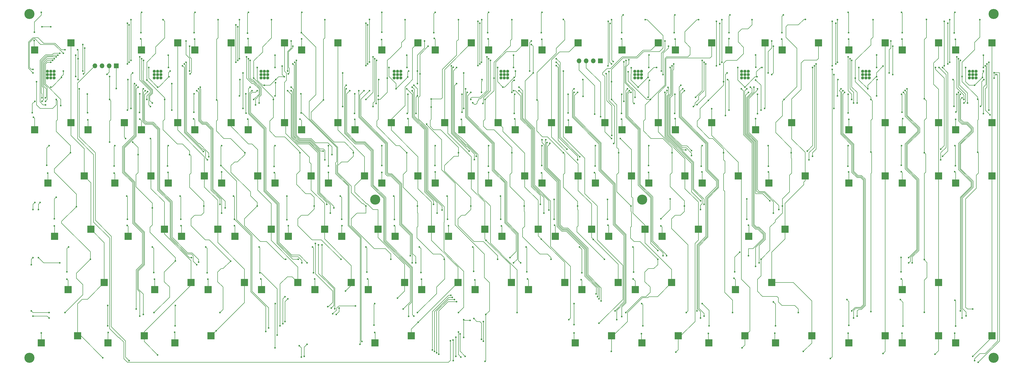
<source format=gbl>
G04 #@! TF.GenerationSoftware,KiCad,Pcbnew,(6.0.5)*
G04 #@! TF.CreationDate,2022-10-12T22:06:10+02:00*
G04 #@! TF.ProjectId,vakeyboard,76616b65-7962-46f6-9172-642e6b696361,rev?*
G04 #@! TF.SameCoordinates,Original*
G04 #@! TF.FileFunction,Copper,L2,Bot*
G04 #@! TF.FilePolarity,Positive*
%FSLAX46Y46*%
G04 Gerber Fmt 4.6, Leading zero omitted, Abs format (unit mm)*
G04 Created by KiCad (PCBNEW (6.0.5)) date 2022-10-12 22:06:10*
%MOMM*%
%LPD*%
G01*
G04 APERTURE LIST*
G04 Aperture macros list*
%AMRoundRect*
0 Rectangle with rounded corners*
0 $1 Rounding radius*
0 $2 $3 $4 $5 $6 $7 $8 $9 X,Y pos of 4 corners*
0 Add a 4 corners polygon primitive as box body*
4,1,4,$2,$3,$4,$5,$6,$7,$8,$9,$2,$3,0*
0 Add four circle primitives for the rounded corners*
1,1,$1+$1,$2,$3*
1,1,$1+$1,$4,$5*
1,1,$1+$1,$6,$7*
1,1,$1+$1,$8,$9*
0 Add four rect primitives between the rounded corners*
20,1,$1+$1,$2,$3,$4,$5,0*
20,1,$1+$1,$4,$5,$6,$7,0*
20,1,$1+$1,$6,$7,$8,$9,0*
20,1,$1+$1,$8,$9,$2,$3,0*%
G04 Aperture macros list end*
G04 #@! TA.AperFunction,SMDPad,CuDef*
%ADD10R,2.550000X2.500000*%
G04 #@! TD*
G04 #@! TA.AperFunction,ComponentPad*
%ADD11RoundRect,0.242500X-0.242500X-0.242500X0.242500X-0.242500X0.242500X0.242500X-0.242500X0.242500X0*%
G04 #@! TD*
G04 #@! TA.AperFunction,ComponentPad*
%ADD12R,1.700000X1.700000*%
G04 #@! TD*
G04 #@! TA.AperFunction,ComponentPad*
%ADD13O,1.700000X1.700000*%
G04 #@! TD*
G04 #@! TA.AperFunction,ViaPad*
%ADD14C,0.600000*%
G04 #@! TD*
G04 #@! TA.AperFunction,ViaPad*
%ADD15C,3.600000*%
G04 #@! TD*
G04 #@! TA.AperFunction,Conductor*
%ADD16C,0.127000*%
G04 #@! TD*
G04 APERTURE END LIST*
D10*
X305925000Y-145495000D03*
X292998000Y-148035000D03*
X48745000Y-145495000D03*
X35818000Y-148035000D03*
X165430000Y-202645000D03*
X152503000Y-205185000D03*
X294015000Y-183595000D03*
X281088000Y-186135000D03*
X308300000Y-202645000D03*
X295373000Y-205185000D03*
X55890000Y-183595000D03*
X42963000Y-186135000D03*
X46370000Y-202645000D03*
X33443000Y-205185000D03*
X298780000Y-164545000D03*
X285853000Y-167085000D03*
X51130000Y-164545000D03*
X38203000Y-167085000D03*
X301160000Y-126445000D03*
X288233000Y-128985000D03*
X239245000Y-183595000D03*
X226318000Y-186135000D03*
X234480000Y-126445000D03*
X221553000Y-128985000D03*
X220195000Y-183595000D03*
X207268000Y-186135000D03*
X63030000Y-126445000D03*
X50103000Y-128985000D03*
X82080000Y-126445000D03*
X69153000Y-128985000D03*
X101130000Y-126445000D03*
X88203000Y-128985000D03*
X120180000Y-126445000D03*
X107253000Y-128985000D03*
X139230000Y-126445000D03*
X126303000Y-128985000D03*
X158280000Y-126445000D03*
X145353000Y-128985000D03*
X177330000Y-126445000D03*
X164403000Y-128985000D03*
X196380000Y-126445000D03*
X183453000Y-128985000D03*
X215430000Y-126445000D03*
X202503000Y-128985000D03*
X267825000Y-164545000D03*
X254898000Y-167085000D03*
X258295000Y-183595000D03*
X245368000Y-186135000D03*
X248775000Y-164545000D03*
X235848000Y-167085000D03*
X263060000Y-145495000D03*
X250133000Y-148035000D03*
X282110000Y-145495000D03*
X269183000Y-148035000D03*
X77325000Y-164545000D03*
X64398000Y-167085000D03*
X163045000Y-183595000D03*
X150118000Y-186135000D03*
X124945000Y-183595000D03*
X112018000Y-186135000D03*
X115425000Y-164545000D03*
X102498000Y-167085000D03*
X334480000Y-145495000D03*
X321553000Y-148035000D03*
X353530000Y-202645000D03*
X340603000Y-205185000D03*
X110660000Y-145495000D03*
X97733000Y-148035000D03*
X353530000Y-145495000D03*
X340603000Y-148035000D03*
X272580000Y-126445000D03*
X259653000Y-128985000D03*
X31053000Y-100415000D03*
X43980000Y-97875000D03*
X82080000Y-97875000D03*
X69153000Y-100415000D03*
X101130000Y-97875000D03*
X88203000Y-100415000D03*
X120180000Y-97875000D03*
X107253000Y-100415000D03*
X139230000Y-97875000D03*
X126303000Y-100415000D03*
X167807500Y-97875000D03*
X154880500Y-100415000D03*
X186857500Y-97875000D03*
X173930500Y-100415000D03*
X205907500Y-97875000D03*
X192980500Y-100415000D03*
X224957500Y-97875000D03*
X212030500Y-100415000D03*
X253535000Y-97875000D03*
X240608000Y-100415000D03*
X272585000Y-97875000D03*
X259658000Y-100415000D03*
X291635000Y-97875000D03*
X278708000Y-100415000D03*
X310685000Y-97875000D03*
X297758000Y-100415000D03*
X134475000Y-164545000D03*
X121548000Y-167085000D03*
X153525000Y-164545000D03*
X140598000Y-167085000D03*
X172575000Y-164545000D03*
X159648000Y-167085000D03*
X353530000Y-126445000D03*
X340603000Y-128985000D03*
X205910000Y-145495000D03*
X192983000Y-148035000D03*
X334480000Y-126445000D03*
X321553000Y-128985000D03*
X191625000Y-164545000D03*
X178698000Y-167085000D03*
X210675000Y-164545000D03*
X197748000Y-167085000D03*
X229725000Y-164545000D03*
X216798000Y-167085000D03*
X334480000Y-202645000D03*
X321553000Y-205185000D03*
X201145000Y-183595000D03*
X188218000Y-186135000D03*
X253530000Y-126445000D03*
X240603000Y-128985000D03*
X182095000Y-183595000D03*
X169168000Y-186135000D03*
X224960000Y-145495000D03*
X212033000Y-148035000D03*
X244010000Y-145495000D03*
X231083000Y-148035000D03*
X372580000Y-97875000D03*
X359653000Y-100415000D03*
X372580000Y-145495000D03*
X359653000Y-148035000D03*
X372580000Y-126445000D03*
X359653000Y-128985000D03*
X334480000Y-97875000D03*
X321553000Y-100415000D03*
X72560000Y-145495000D03*
X59633000Y-148035000D03*
X129710000Y-145495000D03*
X116783000Y-148035000D03*
X372580000Y-202645000D03*
X359653000Y-205185000D03*
X96375000Y-164545000D03*
X83448000Y-167085000D03*
X353530000Y-97875000D03*
X340603000Y-100415000D03*
X148760000Y-145495000D03*
X135833000Y-148035000D03*
X43980000Y-126445000D03*
X31053000Y-128985000D03*
X186860000Y-145495000D03*
X173933000Y-148035000D03*
X143995000Y-183595000D03*
X131068000Y-186135000D03*
X91610000Y-145495000D03*
X78683000Y-148035000D03*
X105895000Y-183595000D03*
X92968000Y-186135000D03*
X167810000Y-145495000D03*
X154883000Y-148035000D03*
X86845000Y-183595000D03*
X73918000Y-186135000D03*
X284490000Y-202645000D03*
X271563000Y-205185000D03*
X70180000Y-202645000D03*
X57253000Y-205185000D03*
X93990000Y-202645000D03*
X81063000Y-205185000D03*
X260680000Y-202645000D03*
X247753000Y-205185000D03*
X236870000Y-202645000D03*
X223943000Y-205185000D03*
X353530000Y-183555000D03*
X340603000Y-186095000D03*
D11*
X161700000Y-109220000D03*
X161700000Y-110420000D03*
X159300000Y-109220000D03*
X160500000Y-110420000D03*
X161700000Y-108020000D03*
X160500000Y-109220000D03*
X159300000Y-108020000D03*
X160500000Y-108020000D03*
X159300000Y-110420000D03*
X364560000Y-108020000D03*
X366960000Y-110420000D03*
X364560000Y-109220000D03*
X365760000Y-110420000D03*
X364560000Y-110420000D03*
X366960000Y-108020000D03*
X366960000Y-109220000D03*
X365760000Y-109220000D03*
X365760000Y-108020000D03*
X36830000Y-109220000D03*
X35630000Y-110420000D03*
X38030000Y-109220000D03*
X36830000Y-108020000D03*
X35630000Y-109220000D03*
X38030000Y-108020000D03*
X38030000Y-110420000D03*
X36830000Y-110420000D03*
X35630000Y-108020000D03*
X326460000Y-108020000D03*
X328860000Y-109220000D03*
X327660000Y-108020000D03*
X327660000Y-109220000D03*
X326460000Y-109220000D03*
X326460000Y-110420000D03*
X328860000Y-108020000D03*
X327660000Y-110420000D03*
X328860000Y-110420000D03*
X197420000Y-108020000D03*
X198620000Y-108020000D03*
X197420000Y-110420000D03*
X197420000Y-109220000D03*
X198620000Y-109220000D03*
X199820000Y-109220000D03*
X199820000Y-108020000D03*
X199820000Y-110420000D03*
X198620000Y-110420000D03*
X114230000Y-110420000D03*
X111830000Y-110420000D03*
X111830000Y-109220000D03*
X113030000Y-110420000D03*
X111830000Y-108020000D03*
X113030000Y-108020000D03*
X113030000Y-109220000D03*
X114230000Y-109220000D03*
X114230000Y-108020000D03*
X76130000Y-108020000D03*
X74930000Y-110420000D03*
X73730000Y-108020000D03*
X73730000Y-110420000D03*
X74930000Y-109220000D03*
X76130000Y-110420000D03*
X73730000Y-109220000D03*
X76130000Y-109220000D03*
X74930000Y-108020000D03*
X245180000Y-109220000D03*
X247580000Y-109220000D03*
X247580000Y-108020000D03*
X245180000Y-110420000D03*
X246380000Y-108020000D03*
X245180000Y-108020000D03*
X247580000Y-110420000D03*
X246380000Y-110420000D03*
X246380000Y-109220000D03*
X283280000Y-109220000D03*
X285680000Y-108020000D03*
X284480000Y-110420000D03*
X283280000Y-110420000D03*
X284480000Y-109220000D03*
X285680000Y-109220000D03*
X285680000Y-110420000D03*
X284480000Y-108020000D03*
X283280000Y-108020000D03*
D12*
X232938000Y-104288000D03*
D13*
X230398000Y-104288000D03*
X227858000Y-104288000D03*
X225318000Y-104288000D03*
D12*
X60208000Y-106066000D03*
D13*
X57668000Y-106066000D03*
X55128000Y-106066000D03*
X52588000Y-106066000D03*
D14*
X128290000Y-205634000D03*
D15*
X152530000Y-153900000D03*
X247780000Y-153900000D03*
X29190000Y-87500000D03*
X373190000Y-87500000D03*
X373190000Y-210500000D03*
X29190000Y-210500000D03*
D14*
X226060000Y-182499000D03*
X288925000Y-123190000D03*
X288925000Y-116205000D03*
X359727500Y-122618500D03*
X68516500Y-122745500D03*
X240411000Y-123063000D03*
X321310000Y-122936000D03*
X31115000Y-118745000D03*
X259461000Y-116205000D03*
X68580000Y-116078000D03*
X221361000Y-122936000D03*
X202311000Y-116205000D03*
X49847500Y-116141500D03*
X87915215Y-116109215D03*
X321310000Y-116205000D03*
X340360000Y-116205000D03*
X106489500Y-122999500D03*
X240538000Y-116205000D03*
X202184000Y-123063000D03*
X126111000Y-122936000D03*
X126005449Y-116099449D03*
X340487000Y-122682000D03*
X145161000Y-123063000D03*
X145288000Y-116078000D03*
X164020500Y-123126500D03*
X30226000Y-122809000D03*
X183515000Y-122682000D03*
X360045000Y-116205000D03*
X183515000Y-116205000D03*
X221361000Y-116205000D03*
X49974500Y-122872500D03*
X164211000Y-116205000D03*
X147094247Y-205655521D03*
X87884000Y-122682000D03*
X106426000Y-116078000D03*
X259397500Y-123126500D03*
X50038000Y-125349000D03*
X68580000Y-125095000D03*
X87820500Y-125031500D03*
X107061000Y-125095000D03*
X125730000Y-125095000D03*
X145288000Y-125222000D03*
X164211000Y-124968000D03*
X183261000Y-125222000D03*
X202374500Y-125031500D03*
X221488000Y-125476000D03*
X216408000Y-153797000D03*
X235458000Y-160909000D03*
X159385000Y-161036000D03*
X197249999Y-152635001D03*
X285115000Y-153670000D03*
X257810000Y-153670000D03*
X285115000Y-160909000D03*
X121049999Y-152635001D03*
X82949999Y-152635001D03*
X178199999Y-152635001D03*
X121094500Y-161099500D03*
X64135000Y-160909000D03*
X235458000Y-153797000D03*
X197358000Y-160909000D03*
X178371500Y-160972500D03*
X63899999Y-152635001D03*
X101999999Y-152635001D03*
X159149999Y-152635001D03*
X102362000Y-160909000D03*
X113558000Y-201062000D03*
X38735000Y-153035000D03*
X216408000Y-160909000D03*
X140099999Y-152635001D03*
X38100000Y-160782000D03*
X140589000Y-160909000D03*
X83185000Y-160909000D03*
X254508000Y-160782000D03*
X254508000Y-163322000D03*
X244602000Y-182245000D03*
X235585000Y-163068000D03*
X250063000Y-144145000D03*
X269113000Y-144018000D03*
X64071500Y-163131500D03*
X149860000Y-182245000D03*
X288290000Y-124968000D03*
X111760000Y-182245000D03*
X38100000Y-163322000D03*
X102362000Y-163195000D03*
X321437000Y-144018000D03*
X340487000Y-201676000D03*
X359664000Y-199136000D03*
X116900001Y-191115999D03*
X320866974Y-189673026D03*
X223520000Y-198628000D03*
X339916974Y-189673026D03*
X359410000Y-189865000D03*
X116860000Y-206904000D03*
X57146099Y-191773901D03*
X57150000Y-199009000D03*
X269259001Y-191115999D03*
X247669001Y-191115999D03*
X81153000Y-199009000D03*
X152419001Y-191115999D03*
X223539001Y-191115999D03*
X152146000Y-198755000D03*
X81276099Y-191773901D03*
X340868000Y-199136000D03*
X271653000Y-199009000D03*
X295402000Y-199009000D03*
X321564000Y-198882000D03*
X248031000Y-199009000D03*
X294640000Y-190500000D03*
X97790000Y-144018000D03*
X340233000Y-143891000D03*
X285750000Y-163068000D03*
X259588000Y-124968000D03*
X154940000Y-86965000D03*
X69215000Y-86965000D03*
X298195519Y-87884481D03*
X321310000Y-86965000D03*
X68961000Y-94204000D03*
X147848000Y-204618000D03*
X340614000Y-94204000D03*
X107315000Y-86965000D03*
X279145519Y-87884481D03*
X240538000Y-94204000D03*
X126365000Y-86965000D03*
X297688000Y-94204000D03*
X278765000Y-94204000D03*
X212090000Y-86965000D03*
X173990000Y-86965000D03*
X359156000Y-94331000D03*
X87947500Y-94267500D03*
X321437000Y-94204000D03*
X106997500Y-94394500D03*
X88265000Y-86965000D03*
X126238000Y-94204000D03*
X192659000Y-94204000D03*
X30988000Y-94077000D03*
X193040000Y-86965000D03*
X211836000Y-94204000D03*
X359410000Y-86965000D03*
X259460519Y-87884481D03*
X241045519Y-87884481D03*
X340360000Y-86965000D03*
X173482000Y-94204000D03*
X33431000Y-86965000D03*
X259207000Y-94204000D03*
X154940000Y-94077000D03*
X30861000Y-96998000D03*
X68897500Y-96426500D03*
X88138000Y-96490000D03*
X107188000Y-96363000D03*
X126301500Y-96426500D03*
X154876500Y-96680500D03*
X173672500Y-96299500D03*
X192849500Y-96426500D03*
X211963000Y-96617000D03*
X240474500Y-96426500D03*
X259588000Y-96490000D03*
X278765000Y-96363000D03*
X297561000Y-96490000D03*
X271462500Y-201739500D03*
X140716000Y-163195000D03*
X159385000Y-163195000D03*
X340741000Y-124968000D03*
X193040000Y-144145000D03*
X321564000Y-125222000D03*
X178689000Y-163195000D03*
X197612000Y-163322000D03*
X216535000Y-163068000D03*
X57277000Y-201422000D03*
X33401000Y-201549000D03*
X321310000Y-201676000D03*
X42545000Y-182372000D03*
X81026000Y-201295000D03*
X188087000Y-182626000D03*
X240411000Y-125095000D03*
X169037000Y-182372000D03*
X211899500Y-144335500D03*
X230759000Y-144272000D03*
X359537000Y-96617000D03*
X359283000Y-143891000D03*
X359664000Y-125222000D03*
X321500500Y-96553500D03*
X59436000Y-144399000D03*
X116586000Y-144272000D03*
X247586500Y-201866500D03*
X295148000Y-201676000D03*
X359283000Y-201676000D03*
X280606500Y-182054500D03*
X223520000Y-201549000D03*
X83312000Y-163195000D03*
X340550500Y-96553500D03*
X152400000Y-201422000D03*
X135890000Y-144145000D03*
X35687000Y-144399000D03*
X30607000Y-124460000D03*
X173990000Y-144018000D03*
X340233000Y-182245000D03*
X130937000Y-182245000D03*
X78676500Y-144208500D03*
X92837000Y-182372000D03*
X154940000Y-144145000D03*
X73787000Y-182372000D03*
X121539000Y-163195000D03*
X321183000Y-141986000D03*
X250190000Y-134620000D03*
X154940000Y-134620000D03*
X116522500Y-142049500D03*
X292735000Y-134620000D03*
X116840000Y-134620000D03*
X135890000Y-141859000D03*
X340360000Y-134620000D03*
X78740000Y-134620000D03*
X135890000Y-134620000D03*
X292862000Y-141986000D03*
X35369500Y-141668500D03*
X193040000Y-134620000D03*
X97536000Y-141732000D03*
X231013000Y-141859000D03*
X154940000Y-141732000D03*
X212090000Y-134620000D03*
X211963000Y-141732000D03*
X36195000Y-134620000D03*
X321310000Y-134620000D03*
X269240000Y-134620000D03*
X97790000Y-134620000D03*
X173990000Y-134620000D03*
X340233000Y-141605000D03*
X78486000Y-141859000D03*
X231140000Y-134620000D03*
X59436000Y-141859000D03*
X250063000Y-141732000D03*
X268859000Y-141986000D03*
X359410000Y-134620000D03*
X359600500Y-141795500D03*
X59690000Y-134620000D03*
X192913000Y-141986000D03*
X114574000Y-199792000D03*
X173863000Y-141732000D03*
X292862000Y-144018000D03*
X133624000Y-170074000D03*
X138196000Y-192934000D03*
X230335000Y-168105000D03*
X236855000Y-132080000D03*
X236778044Y-208163384D03*
X240030000Y-132080000D03*
X63500000Y-132080000D03*
X72390000Y-132080000D03*
X74950000Y-209444000D03*
X95802500Y-200832500D03*
X118638000Y-199030000D03*
X119654000Y-198268000D03*
X142006000Y-186584000D03*
X120416000Y-188616000D03*
X120416000Y-197506000D03*
X121432000Y-189378000D03*
X160548000Y-189124000D03*
X167914000Y-197760000D03*
X135656000Y-192172000D03*
X131227053Y-169624230D03*
X192108000Y-168486000D03*
X259862000Y-208428000D03*
X305328000Y-208174000D03*
X138704000Y-194966000D03*
X139720000Y-192680000D03*
X291465000Y-121285000D03*
X272580000Y-121450000D03*
X145562000Y-191918000D03*
X283484000Y-206904000D03*
X137434000Y-194712000D03*
X55392000Y-210460000D03*
X333776000Y-208936000D03*
X352318000Y-209190000D03*
X175280000Y-209190000D03*
X181630000Y-190394000D03*
X237637000Y-133879000D03*
X233192000Y-190140000D03*
X214904000Y-133752000D03*
X235961960Y-108122040D03*
X174518000Y-208682000D03*
X180868000Y-189632000D03*
X232430000Y-189378000D03*
X237002000Y-130958000D03*
X234970000Y-108860000D03*
X213888000Y-133498000D03*
X242570000Y-114300000D03*
X253365000Y-172085000D03*
X243205000Y-114935000D03*
X255270000Y-173990000D03*
X231922000Y-188616000D03*
X173756000Y-208174000D03*
X180106000Y-188870000D03*
X213424199Y-132459611D03*
X232957481Y-124291650D03*
X365777312Y-209949312D03*
X243840000Y-115570000D03*
X256540000Y-173990000D03*
X179598000Y-188108000D03*
X212110000Y-132482000D03*
X172994000Y-207666000D03*
X230906000Y-123338000D03*
X231414000Y-187600000D03*
X86995000Y-174625000D03*
X69850000Y-114300000D03*
X88900000Y-177165000D03*
X70485000Y-114935000D03*
X42608500Y-179768500D03*
X92583000Y-180086000D03*
X168910000Y-179959000D03*
X225425000Y-170815000D03*
X206629000Y-179705000D03*
X130556000Y-180086000D03*
X282571099Y-172723901D03*
X117622000Y-202332000D03*
X92075000Y-170815000D03*
X73533000Y-179959000D03*
X340169500Y-174561500D03*
X43180000Y-170815000D03*
X149225000Y-170815000D03*
X340169500Y-179768500D03*
X244475000Y-170815000D03*
X280797000Y-179705000D03*
X226314000Y-180086000D03*
X206375000Y-170815000D03*
X244729000Y-179832000D03*
X73025000Y-170815000D03*
X149606000Y-179832000D03*
X187706000Y-179578000D03*
X168275000Y-170815000D03*
X187325000Y-170815000D03*
X111125000Y-170815000D03*
X111379000Y-180086000D03*
X130175000Y-170815000D03*
X206883000Y-182245000D03*
X132354000Y-170074000D03*
X136926000Y-192680000D03*
X211856000Y-168042000D03*
X201930000Y-176530000D03*
X185420000Y-115570000D03*
X184785000Y-114300000D03*
X200660000Y-174625000D03*
X204470000Y-176530000D03*
X186690000Y-115570000D03*
X268605000Y-157480000D03*
X256653116Y-114921116D03*
X268605000Y-154305000D03*
X255905000Y-115570000D03*
X269875000Y-155575000D03*
X257048000Y-113792000D03*
X267925000Y-89550000D03*
X258445000Y-137160000D03*
X262890000Y-156210000D03*
X250791501Y-118076501D03*
X263525000Y-194310000D03*
X242824000Y-108204000D03*
X330200000Y-89535000D03*
X329438000Y-118110000D03*
X323850000Y-110490000D03*
X329438000Y-136906000D03*
X329387499Y-194005499D03*
X354965000Y-138430000D03*
X354965000Y-106680000D03*
X353695000Y-106680000D03*
X354330000Y-139700000D03*
X266819500Y-117355500D03*
X269240000Y-104140000D03*
X107950000Y-113665000D03*
X125095000Y-175260000D03*
X266065000Y-120650000D03*
X269875000Y-104775000D03*
X267398500Y-119951500D03*
X270510000Y-105410000D03*
X278130000Y-108585000D03*
X306070000Y-89505000D03*
X300990000Y-137160000D03*
X298450000Y-118110000D03*
X277495000Y-123825000D03*
X303530000Y-194310000D03*
X290195000Y-175260000D03*
X297815000Y-156210000D03*
X354330000Y-135890000D03*
X352425000Y-106680000D03*
X323215000Y-196215000D03*
X319405000Y-114935000D03*
X322580000Y-193675000D03*
X318770000Y-114300000D03*
X320040000Y-115570000D03*
X324485000Y-195580000D03*
X348437499Y-194259499D03*
X316230000Y-109220000D03*
X348488000Y-117856000D03*
X316230000Y-121285000D03*
X348437499Y-175310501D03*
X349256408Y-89520903D03*
X348488000Y-137160000D03*
X33655000Y-92075000D03*
X36830000Y-92075000D03*
X241935000Y-194310000D03*
X239395000Y-137160000D03*
X243840000Y-156210000D03*
X236855000Y-111760000D03*
X236855000Y-118110000D03*
X253365000Y-175260000D03*
X248875000Y-89550000D03*
X280035000Y-194310000D03*
X276860000Y-137160000D03*
X286975000Y-89550000D03*
X276860000Y-111760000D03*
X271462500Y-118427500D03*
X57785000Y-109855000D03*
X45720000Y-109855000D03*
X81268499Y-175883499D03*
X41275000Y-101600000D03*
X30480000Y-107315000D03*
X67945000Y-137795000D03*
X45720000Y-102235000D03*
X57775000Y-118120000D03*
X73660000Y-194310000D03*
X66040000Y-133350000D03*
X57785000Y-133350000D03*
X73025000Y-156845000D03*
X144780000Y-137160000D03*
X105410000Y-121285000D03*
X105410000Y-108585000D03*
X158115000Y-175260000D03*
X149225000Y-156210000D03*
X134620000Y-89535000D03*
X134130999Y-118255999D03*
X96030999Y-118255999D03*
X120650000Y-175260000D03*
X66040000Y-108585000D03*
X65405000Y-121285000D03*
X106045000Y-137160000D03*
X110480999Y-156200999D03*
X96520000Y-89535000D03*
X50940748Y-175260000D03*
X43815000Y-137160000D03*
X38735000Y-118110000D03*
X41910000Y-194310000D03*
X31750000Y-111760000D03*
X45948499Y-156438499D03*
X215265000Y-175260000D03*
X201295000Y-137160000D03*
X194945000Y-110490000D03*
X191770000Y-118110000D03*
X201295000Y-89535000D03*
X205740000Y-156210000D03*
X97155000Y-194310000D03*
X71120000Y-111125000D03*
X91440000Y-156210000D03*
X76835000Y-89535000D03*
X77470000Y-118110000D03*
X86360000Y-137795000D03*
X100965000Y-175895000D03*
X130810000Y-156210000D03*
X109220000Y-110490000D03*
X115570000Y-89535000D03*
X140335000Y-175260000D03*
X125730000Y-137160000D03*
X116205000Y-118110000D03*
X156845000Y-110490000D03*
X163830000Y-137160000D03*
X163195000Y-89535000D03*
X167640000Y-156210000D03*
X177153499Y-175248499D03*
X167640000Y-194310000D03*
X153670000Y-118110000D03*
X172558021Y-120811979D03*
X140970000Y-120650000D03*
X140970000Y-108585000D03*
X172548499Y-117938499D03*
X182245000Y-137160000D03*
X196215000Y-175236998D03*
X186690000Y-156210000D03*
X182245000Y-89535000D03*
X367487499Y-118059499D03*
X361950000Y-109855000D03*
X365760000Y-193040000D03*
X368300000Y-89535000D03*
X367487499Y-136956501D03*
X89535000Y-176289480D03*
X71374000Y-115316000D03*
X88900000Y-114935000D03*
X97137011Y-155592989D03*
X97790000Y-158750000D03*
X89535000Y-114300000D03*
X99060000Y-156845000D03*
X90170000Y-113665000D03*
X286385000Y-113665000D03*
X293370000Y-154305000D03*
X294640000Y-158750000D03*
X287655000Y-113665000D03*
X296545000Y-157480000D03*
X288925000Y-114300000D03*
X65405000Y-89535000D03*
X65405000Y-104140000D03*
X91228011Y-136736989D03*
X83820000Y-106045000D03*
X64770000Y-104775000D03*
X64770000Y-91440000D03*
X64135000Y-105410000D03*
X64135000Y-90805000D03*
X186690000Y-118110000D03*
X192405000Y-102870000D03*
X104140000Y-103505000D03*
X104140000Y-89535000D03*
X103505000Y-92075000D03*
X103505000Y-104140000D03*
X36195000Y-196215000D03*
X30480000Y-195580000D03*
X102870000Y-104775000D03*
X102870000Y-91440000D03*
X126365000Y-176530000D03*
X108585000Y-114935000D03*
X150520261Y-89528272D03*
X150517172Y-104756465D03*
X30480000Y-157480000D03*
X31115000Y-154940000D03*
X92710000Y-139700000D03*
X84455000Y-105410000D03*
X149860000Y-105410000D03*
X149863089Y-91455445D03*
X149232605Y-106028576D03*
X149225000Y-90805000D03*
X193040000Y-103505000D03*
X187378736Y-119275239D03*
X190594421Y-89538901D03*
X190500000Y-104775000D03*
X189865000Y-90805000D03*
X189865000Y-105410000D03*
X29845000Y-193675000D03*
X36195000Y-194310000D03*
X189211416Y-106023854D03*
X189230000Y-90170000D03*
X110490000Y-114935000D03*
X128270000Y-176530000D03*
X276225000Y-104775000D03*
X276210000Y-89550000D03*
X275445000Y-105555000D03*
X275445000Y-90950000D03*
X33020000Y-154940000D03*
X32385000Y-157480000D03*
X85090000Y-104775000D03*
X93205000Y-138570000D03*
X274320000Y-90170000D03*
X274320000Y-106045000D03*
X190995000Y-119520000D03*
X193675000Y-104140000D03*
X121285000Y-114935000D03*
X135237011Y-155592989D03*
X122555000Y-114935000D03*
X136525000Y-158750000D03*
X137795000Y-156845000D03*
X122555000Y-113665000D03*
X109220000Y-118110000D03*
X106655056Y-102852186D03*
X109855000Y-120015000D03*
X107315000Y-103505000D03*
X107950000Y-104140000D03*
X111125000Y-119380000D03*
X261620000Y-113030000D03*
X267335000Y-193675000D03*
X268605000Y-196215000D03*
X262255000Y-114300000D03*
X236855000Y-89535000D03*
X237490000Y-104520978D03*
X262890000Y-114935000D03*
X269875000Y-195580000D03*
X163830000Y-114300000D03*
X173355000Y-155575000D03*
X174625000Y-158750000D03*
X165735000Y-114935000D03*
X176390000Y-157620000D03*
X165735000Y-113665000D03*
X322580000Y-118110000D03*
X321310000Y-102870000D03*
X321945000Y-103505000D03*
X323215000Y-119380000D03*
X236365000Y-90950000D03*
X236855000Y-105410000D03*
X324485000Y-119380000D03*
X322580000Y-104140000D03*
X217178329Y-106000788D03*
X220980000Y-135890000D03*
X224790000Y-139700000D03*
X217170000Y-104775000D03*
X217170000Y-103505000D03*
X225565000Y-138570000D03*
X201930000Y-114935000D03*
X211437011Y-155592989D03*
X212725000Y-158750000D03*
X203835000Y-114935000D03*
X235667008Y-90173353D03*
X235585000Y-106045000D03*
X214490000Y-157620000D03*
X203835000Y-113665000D03*
X29845000Y-177165000D03*
X30480000Y-174625000D03*
X32385000Y-174625000D03*
X40005000Y-176530000D03*
X224790000Y-156210000D03*
X219662423Y-89520421D03*
X184150000Y-121285000D03*
X219710000Y-137160000D03*
X234315000Y-175260000D03*
X210330999Y-118255999D03*
X184150000Y-108585000D03*
X66675000Y-112395000D03*
X67310000Y-193040000D03*
X67310000Y-113030000D03*
X68580000Y-195580000D03*
X67945000Y-113665000D03*
X69850000Y-194945000D03*
X165100000Y-173990000D03*
X146685000Y-114935000D03*
X165735000Y-176530000D03*
X148590000Y-114935000D03*
X167005000Y-176530000D03*
X150495000Y-114935000D03*
X245237000Y-117348000D03*
X243078000Y-103886000D03*
X242062000Y-104140000D03*
X244923534Y-119528983D03*
X241300000Y-118745000D03*
X241300000Y-104648000D03*
X34925000Y-117475000D03*
X38100000Y-103505000D03*
X37465000Y-104140000D03*
X34925000Y-118745000D03*
X36830000Y-104775000D03*
X40359999Y-120295001D03*
X257810000Y-106680000D03*
X263398000Y-136144000D03*
X258445000Y-106045000D03*
X265430000Y-138176000D03*
X265430000Y-136398000D03*
X259080000Y-105410000D03*
X357505000Y-104775000D03*
X357505000Y-89535000D03*
X356870000Y-90805000D03*
X356870000Y-105410000D03*
X355600000Y-106045000D03*
X355600000Y-90170000D03*
X369570000Y-123190000D03*
X370205000Y-106045000D03*
X371879060Y-123594060D03*
X370840000Y-105410000D03*
X371475000Y-104775000D03*
X371475000Y-121920000D03*
X362585000Y-118110000D03*
X360045000Y-102870000D03*
X362585000Y-119380000D03*
X360680000Y-103505000D03*
X361315000Y-104140000D03*
X363855000Y-119380000D03*
X317500000Y-89535000D03*
X317500000Y-104775000D03*
X316865000Y-90805000D03*
X316865000Y-105410000D03*
X315595000Y-90170000D03*
X315595000Y-106045000D03*
X40005000Y-101600000D03*
X34925000Y-120015000D03*
X39370000Y-102235000D03*
X33655000Y-117475000D03*
X38735000Y-102870000D03*
X33655000Y-118745000D03*
X133967011Y-136542989D03*
X123190000Y-105410000D03*
X134620000Y-139700000D03*
X123812037Y-104790387D03*
X137160000Y-137795000D03*
X124460000Y-104140000D03*
X238107011Y-193692989D03*
X223520000Y-114300000D03*
X223520000Y-115570000D03*
X238760000Y-196850000D03*
X224790000Y-115570000D03*
X240525000Y-195720000D03*
X361315000Y-193675000D03*
X360680000Y-115570000D03*
X361315000Y-116205000D03*
X361950000Y-196215000D03*
X363339493Y-195450055D03*
X361950000Y-117475000D03*
X283210000Y-114300000D03*
X285716000Y-174024000D03*
X285115000Y-114300000D03*
X288290000Y-177800000D03*
X285750000Y-115570000D03*
X289560000Y-176530000D03*
X149225000Y-118110000D03*
X151765000Y-102870000D03*
X151765000Y-120650000D03*
X152400000Y-103505000D03*
X153035000Y-104140000D03*
X152895000Y-119520000D03*
X142240000Y-113030000D03*
X162560000Y-193040000D03*
X164465000Y-195621000D03*
X142240000Y-114300000D03*
X143510000Y-114935000D03*
X166370000Y-195580000D03*
X68580000Y-102870000D03*
X71120000Y-118110000D03*
X72390000Y-120650000D03*
X69215000Y-103505000D03*
X69871565Y-104125218D03*
X73025000Y-119380000D03*
X179705000Y-106045000D03*
X186055000Y-136525000D03*
X180440496Y-106595206D03*
X187973540Y-139620869D03*
X188595000Y-138430000D03*
X181610000Y-106680000D03*
X342900000Y-174625000D03*
X340995000Y-115570000D03*
X342900000Y-176530000D03*
X341626910Y-114912192D03*
X342265000Y-114300000D03*
X344170000Y-176530000D03*
X308610000Y-106680000D03*
X306705000Y-136525000D03*
X307340000Y-139700000D03*
X309245000Y-106045000D03*
X308610000Y-138430000D03*
X309880000Y-105410000D03*
X180381000Y-211455000D03*
X190500000Y-203876000D03*
X46990000Y-114300000D03*
X64770000Y-211455000D03*
X60164025Y-114174905D03*
X180360000Y-204110000D03*
X187757500Y-196417500D03*
X48514480Y-108965520D03*
X48895000Y-99695000D03*
X182245000Y-194310000D03*
X123190000Y-99060000D03*
X86517616Y-108965520D03*
X86360000Y-99060000D03*
X168529480Y-108965520D03*
X121539481Y-108965519D03*
X171450000Y-99060000D03*
X179353025Y-204340454D03*
X191135000Y-204511000D03*
X191135000Y-197485000D03*
X246380000Y-113665000D03*
X79375000Y-107950000D03*
X36830000Y-113665000D03*
X157480000Y-106680000D03*
X127274000Y-209952000D03*
X202565000Y-107950000D03*
X110490000Y-106680000D03*
X281940000Y-106680000D03*
X164465000Y-107950000D03*
X290596898Y-106654425D03*
X164149830Y-110052057D03*
X288770000Y-110010000D03*
X56916000Y-109114000D03*
X333756000Y-106172000D03*
X369572020Y-107952020D03*
X243869948Y-106731419D03*
X363220000Y-106680000D03*
X41275000Y-107950000D03*
X78966000Y-110010000D03*
X369205000Y-110220000D03*
X120142000Y-109982000D03*
X184150000Y-203200000D03*
X184150000Y-196850000D03*
X328295000Y-114300000D03*
X113030000Y-113030000D03*
X315595000Y-107315000D03*
X252984000Y-106680000D03*
X196215000Y-106680000D03*
X198120000Y-113665000D03*
X74930000Y-113665000D03*
X202200000Y-110220000D03*
X40640000Y-110236000D03*
X186436000Y-197104000D03*
X366395000Y-113030000D03*
X314980000Y-210714000D03*
X117109068Y-110982932D03*
X284480000Y-113665000D03*
X160020000Y-114300000D03*
X325120000Y-106680000D03*
X119380000Y-106172000D03*
X249936000Y-110236000D03*
X181376000Y-209952000D03*
X331424874Y-110014882D03*
X71755000Y-106680000D03*
X181376000Y-203094000D03*
X163912838Y-106637010D03*
X116840000Y-102235000D03*
X369570000Y-106680000D03*
X201930000Y-102235000D03*
X331474244Y-102230756D03*
X369570000Y-102235000D03*
X250255357Y-102221062D03*
X201930000Y-106680000D03*
X250190000Y-106680000D03*
X288316931Y-106614002D03*
X288299397Y-102225603D03*
X331470000Y-106680000D03*
X116840000Y-106680000D03*
X78777738Y-106649109D03*
X163830000Y-102235000D03*
X78740000Y-102235000D03*
X368554000Y-120523000D03*
X369707117Y-110987883D03*
X80010000Y-121920000D03*
X191790000Y-211730000D03*
X167640000Y-116840000D03*
X104140000Y-116840000D03*
X116995000Y-112113000D03*
X46355000Y-100330000D03*
X126258000Y-210206000D03*
X359029000Y-120523000D03*
X288290000Y-111125000D03*
X249936000Y-117348000D03*
X153825000Y-110970000D03*
X290195000Y-121920000D03*
X250444000Y-111252000D03*
X201295000Y-115570000D03*
X358676000Y-110970000D03*
X125496000Y-206142000D03*
X317500000Y-116840000D03*
X30480000Y-108585000D03*
X278765000Y-121920000D03*
X202184000Y-111252000D03*
X116840000Y-116840000D03*
X64135000Y-121920000D03*
X166370000Y-113030000D03*
X167152000Y-123084000D03*
X46510000Y-110970000D03*
X46510000Y-103518000D03*
X170962000Y-126894000D03*
X153670000Y-116840000D03*
X226694520Y-116967480D03*
X226596000Y-110970000D03*
X190655000Y-110970000D03*
X80010000Y-112395000D03*
X104295000Y-110970000D03*
X64290000Y-110970000D03*
X41910000Y-100330000D03*
X190469877Y-115575449D03*
X192044000Y-194966000D03*
X331625000Y-110970000D03*
X278285000Y-110970000D03*
X317655000Y-110970000D03*
X331470000Y-116840000D03*
X182308000Y-201232000D03*
X183154000Y-210206000D03*
X373380000Y-110490000D03*
X373394578Y-108552641D03*
X367665000Y-212090000D03*
X182865909Y-201912698D03*
X184678000Y-209952000D03*
X374015000Y-109220000D03*
X366395000Y-211455000D03*
X294005000Y-97155000D03*
X255905000Y-97155000D03*
X232410000Y-198120000D03*
X208280000Y-97155000D03*
X254635000Y-107950000D03*
X336550000Y-97155000D03*
X219710000Y-107950000D03*
X207645000Y-107950000D03*
X292735000Y-108585000D03*
X335915000Y-108585000D03*
X255270000Y-109220000D03*
X337185000Y-99060000D03*
X294005000Y-109220000D03*
X221615000Y-196850000D03*
X294640000Y-99060000D03*
X208280000Y-98425000D03*
X337185000Y-109220000D03*
X257175000Y-99060000D03*
X208915000Y-108585000D03*
X167640000Y-107950000D03*
X181610000Y-112395000D03*
X48260000Y-107950000D03*
X203200000Y-194310000D03*
X85090000Y-97155000D03*
X167640000Y-112395000D03*
X122555000Y-97155000D03*
X121285000Y-107950000D03*
X48260000Y-98425000D03*
X170180000Y-97155000D03*
X86360000Y-107950000D03*
D16*
X127274000Y-206650000D02*
X128290000Y-205634000D01*
X127274000Y-209952000D02*
X127274000Y-206650000D01*
X226318000Y-182757000D02*
X226060000Y-182499000D01*
X226318000Y-186135000D02*
X226318000Y-182757000D01*
X202184000Y-123063000D02*
X202184000Y-116332000D01*
X288925000Y-123190000D02*
X288925000Y-116205000D01*
X106489500Y-122999500D02*
X106426000Y-122936000D01*
X49974500Y-122872500D02*
X49847500Y-122745500D01*
X240411000Y-116332000D02*
X240538000Y-116205000D01*
X145161000Y-123063000D02*
X145288000Y-122936000D01*
X126436726Y-122936000D02*
X138831480Y-135330754D01*
X68580000Y-122682000D02*
X68580000Y-116078000D01*
X87884000Y-116140430D02*
X87915215Y-116109215D01*
X164020500Y-123126500D02*
X164211000Y-122936000D01*
X138438961Y-144595233D02*
X142895480Y-149051752D01*
X126111000Y-116205000D02*
X126005449Y-116099449D01*
X147213480Y-205536288D02*
X147094247Y-205655521D01*
X321310000Y-122936000D02*
X321310000Y-116205000D01*
X221361000Y-122936000D02*
X221361000Y-116205000D01*
X87884000Y-122682000D02*
X87884000Y-116140430D01*
X145288000Y-122936000D02*
X145288000Y-116078000D01*
X30226000Y-119634000D02*
X30226000Y-122809000D01*
X147213480Y-167517754D02*
X147213480Y-205536288D01*
X202184000Y-116332000D02*
X202311000Y-116205000D01*
X68516500Y-122745500D02*
X68580000Y-122682000D01*
X126111000Y-122936000D02*
X126111000Y-116205000D01*
X106426000Y-122936000D02*
X106426000Y-116078000D01*
X259461000Y-123063000D02*
X259461000Y-116205000D01*
X240411000Y-123063000D02*
X240411000Y-116332000D01*
X340487000Y-116332000D02*
X340360000Y-116205000D01*
X126111000Y-122936000D02*
X126436726Y-122936000D01*
X360045000Y-116205000D02*
X360045000Y-122301000D01*
X138831480Y-135330754D02*
X138831480Y-140356000D01*
X142895481Y-163199755D02*
X147213480Y-167517754D01*
X340487000Y-122682000D02*
X340487000Y-116332000D01*
X138438961Y-140748519D02*
X138438961Y-144595233D01*
X49847500Y-122745500D02*
X49847500Y-116141500D01*
X259397500Y-123126500D02*
X259461000Y-123063000D01*
X164211000Y-122936000D02*
X164211000Y-116205000D01*
X31115000Y-118745000D02*
X30226000Y-119634000D01*
X142895480Y-149051752D02*
X142895481Y-163199755D01*
X360045000Y-122301000D02*
X359727500Y-122618500D01*
X138831480Y-140356000D02*
X138438961Y-140748519D01*
X183515000Y-122682000D02*
X183515000Y-116205000D01*
X50103000Y-125414000D02*
X50038000Y-125349000D01*
X50103000Y-128985000D02*
X50103000Y-125414000D01*
X69153000Y-128985000D02*
X69153000Y-125668000D01*
X69153000Y-125668000D02*
X68580000Y-125095000D01*
X88203000Y-128985000D02*
X88203000Y-125414000D01*
X88203000Y-125414000D02*
X87820500Y-125031500D01*
X107253000Y-125287000D02*
X107061000Y-125095000D01*
X107253000Y-128985000D02*
X107253000Y-125287000D01*
X126303000Y-128985000D02*
X126303000Y-125668000D01*
X126303000Y-125668000D02*
X125730000Y-125095000D01*
X145353000Y-128985000D02*
X145353000Y-125287000D01*
X145353000Y-125287000D02*
X145288000Y-125222000D01*
X164403000Y-125160000D02*
X164211000Y-124968000D01*
X164403000Y-128985000D02*
X164403000Y-125160000D01*
X183453000Y-125414000D02*
X183261000Y-125222000D01*
X183453000Y-128985000D02*
X183453000Y-125414000D01*
X202503000Y-128985000D02*
X202503000Y-125160000D01*
X202503000Y-125160000D02*
X202374500Y-125031500D01*
X221553000Y-125541000D02*
X221488000Y-125476000D01*
X221553000Y-128985000D02*
X221553000Y-125541000D01*
X121094500Y-152679502D02*
X121049999Y-152635001D01*
X197358000Y-160909000D02*
X197358000Y-152743002D01*
X102362000Y-160909000D02*
X102362000Y-152997002D01*
X83185000Y-152870002D02*
X82949999Y-152635001D01*
X140589000Y-160909000D02*
X140589000Y-153124002D01*
X64135000Y-160909000D02*
X64135000Y-152870002D01*
X121094500Y-161099500D02*
X121094500Y-152679502D01*
X38100000Y-153670000D02*
X38735000Y-153035000D01*
X235458000Y-160909000D02*
X235458000Y-153797000D01*
X216408000Y-160909000D02*
X216408000Y-153797000D01*
X64135000Y-152870002D02*
X63899999Y-152635001D01*
X178371500Y-160972500D02*
X178371500Y-152806502D01*
X257810000Y-157480000D02*
X257810000Y-153670000D01*
X159385000Y-152870002D02*
X159149999Y-152635001D01*
X113558000Y-201062000D02*
X113558000Y-192172000D01*
X285115000Y-160909000D02*
X285115000Y-153670000D01*
X197358000Y-152743002D02*
X197249999Y-152635001D01*
X113558000Y-192172000D02*
X108224000Y-186838000D01*
X254508000Y-160782000D02*
X257810000Y-157480000D01*
X178371500Y-152806502D02*
X178199999Y-152635001D01*
X38100000Y-160782000D02*
X38100000Y-153670000D01*
X83185000Y-160909000D02*
X83185000Y-152870002D01*
X140589000Y-153124002D02*
X140099999Y-152635001D01*
X159385000Y-161036000D02*
X159385000Y-152870002D01*
X108224000Y-186838000D02*
X108224000Y-166771000D01*
X108224000Y-166771000D02*
X102362000Y-160909000D01*
X102362000Y-152997002D02*
X101999999Y-152635001D01*
X254898000Y-167085000D02*
X254898000Y-163712000D01*
X254898000Y-163712000D02*
X254508000Y-163322000D01*
X245368000Y-186135000D02*
X245368000Y-183011000D01*
X245368000Y-183011000D02*
X244602000Y-182245000D01*
X235848000Y-163331000D02*
X235585000Y-163068000D01*
X235848000Y-167085000D02*
X235848000Y-163331000D01*
X250133000Y-144215000D02*
X250063000Y-144145000D01*
X250133000Y-148035000D02*
X250133000Y-144215000D01*
X269183000Y-144088000D02*
X269113000Y-144018000D01*
X269183000Y-148035000D02*
X269183000Y-144088000D01*
X64398000Y-163458000D02*
X64071500Y-163131500D01*
X64398000Y-167085000D02*
X64398000Y-163458000D01*
X150118000Y-186135000D02*
X150118000Y-182503000D01*
X150118000Y-182503000D02*
X149860000Y-182245000D01*
X288238000Y-128980000D02*
X288238000Y-125020000D01*
X288238000Y-125020000D02*
X288290000Y-124968000D01*
X112018000Y-182503000D02*
X111760000Y-182245000D01*
X112018000Y-186135000D02*
X112018000Y-182503000D01*
X38203000Y-163425000D02*
X38100000Y-163322000D01*
X38203000Y-167085000D02*
X38203000Y-163425000D01*
X102498000Y-167085000D02*
X102498000Y-163331000D01*
X102498000Y-163331000D02*
X102362000Y-163195000D01*
X321553000Y-148035000D02*
X321553000Y-144134000D01*
X321553000Y-144134000D02*
X321437000Y-144018000D01*
X340487000Y-201676000D02*
X340487000Y-205069000D01*
X295402000Y-199009000D02*
X295402000Y-191262000D01*
X57150000Y-199009000D02*
X57150000Y-191777802D01*
X321564000Y-198882000D02*
X321564000Y-190370052D01*
X116860000Y-206904000D02*
X116860000Y-191156000D01*
X57150000Y-191777802D02*
X57146099Y-191773901D01*
X359619000Y-190074000D02*
X359410000Y-189865000D01*
X295402000Y-191262000D02*
X294640000Y-190500000D01*
X248031000Y-191477998D02*
X247669001Y-191115999D01*
X152146000Y-191389000D02*
X152419001Y-191115999D01*
X81153000Y-199009000D02*
X81153000Y-191897000D01*
X359664000Y-190119000D02*
X359410000Y-189865000D01*
X116860000Y-191156000D02*
X116900001Y-191115999D01*
X340868000Y-199136000D02*
X340868000Y-190624052D01*
X223520000Y-198628000D02*
X223520000Y-191135000D01*
X81153000Y-191897000D02*
X81276099Y-191773901D01*
X271653000Y-199009000D02*
X271653000Y-193509998D01*
X321564000Y-190370052D02*
X320866974Y-189673026D01*
X152146000Y-198755000D02*
X152146000Y-191389000D01*
X359664000Y-199136000D02*
X359664000Y-190119000D01*
X340868000Y-190624052D02*
X339916974Y-189673026D01*
X223520000Y-191135000D02*
X223539001Y-191115999D01*
X271653000Y-193509998D02*
X269259001Y-191115999D01*
X248031000Y-199009000D02*
X248031000Y-191477998D01*
X97733000Y-144075000D02*
X97790000Y-144018000D01*
X97733000Y-148035000D02*
X97733000Y-144075000D01*
X340603000Y-148035000D02*
X340603000Y-144261000D01*
X340603000Y-144261000D02*
X340233000Y-143891000D01*
X285856750Y-167085000D02*
X285856750Y-163174750D01*
X285856750Y-163174750D02*
X285750000Y-163068000D01*
X259653000Y-128985000D02*
X259653000Y-125033000D01*
X259653000Y-125033000D02*
X259588000Y-124968000D01*
X138819480Y-141609382D02*
X138819480Y-144437616D01*
X126238000Y-94204000D02*
X126238000Y-87092000D01*
X211836000Y-87219000D02*
X212090000Y-86965000D01*
X147594000Y-167360138D02*
X147594000Y-204364000D01*
X240538000Y-88392000D02*
X241045519Y-87884481D01*
X173482000Y-87473000D02*
X173990000Y-86965000D01*
X129052000Y-125013138D02*
X139212000Y-135173138D01*
X154940000Y-94077000D02*
X154940000Y-86965000D01*
X126238000Y-87092000D02*
X126365000Y-86965000D01*
X139212000Y-141216862D02*
X138819480Y-141609382D01*
X240538000Y-94204000D02*
X240538000Y-88392000D01*
X297688000Y-88392000D02*
X298195519Y-87884481D01*
X340614000Y-87219000D02*
X340360000Y-86965000D01*
X30988000Y-94077000D02*
X30988000Y-90424000D01*
X147594000Y-204364000D02*
X147848000Y-204618000D01*
X131418021Y-99384021D02*
X131418021Y-116399979D01*
X211836000Y-94204000D02*
X211836000Y-87219000D01*
X68961000Y-94204000D02*
X68961000Y-87219000D01*
X129052000Y-118766000D02*
X129052000Y-125013138D01*
X126238000Y-94204000D02*
X131418021Y-99384021D01*
X192659000Y-87346000D02*
X193040000Y-86965000D01*
X321437000Y-87092000D02*
X321310000Y-86965000D01*
X87947500Y-94267500D02*
X87947500Y-87282500D01*
X359156000Y-87219000D02*
X359410000Y-86965000D01*
X259207000Y-88138000D02*
X259460519Y-87884481D01*
X192659000Y-94204000D02*
X192659000Y-87346000D01*
X278765000Y-88265000D02*
X279145519Y-87884481D01*
X321437000Y-94204000D02*
X321437000Y-87092000D01*
X131418021Y-116399979D02*
X129052000Y-118766000D01*
X87947500Y-87282500D02*
X88265000Y-86965000D01*
X173482000Y-94204000D02*
X173482000Y-87473000D01*
X278765000Y-94204000D02*
X278765000Y-88265000D01*
X106997500Y-94394500D02*
X106997500Y-87282500D01*
X138819480Y-144437616D02*
X143276000Y-148894136D01*
X259207000Y-94204000D02*
X259207000Y-88138000D01*
X139212000Y-135173138D02*
X139212000Y-141216862D01*
X297688000Y-94204000D02*
X297688000Y-88392000D01*
X30988000Y-90424000D02*
X33431000Y-87981000D01*
X340614000Y-94204000D02*
X340614000Y-87219000D01*
X33431000Y-87981000D02*
X33431000Y-86965000D01*
X143276000Y-148894136D02*
X143276000Y-163042138D01*
X68961000Y-87219000D02*
X69215000Y-86965000D01*
X143276000Y-163042138D02*
X147594000Y-167360138D01*
X359156000Y-94331000D02*
X359156000Y-87219000D01*
X106997500Y-87282500D02*
X107315000Y-86965000D01*
X30861000Y-96998000D02*
X30861000Y-100223000D01*
X69153000Y-96682000D02*
X68897500Y-96426500D01*
X69153000Y-100415000D02*
X69153000Y-96682000D01*
X88203000Y-96555000D02*
X88138000Y-96490000D01*
X88203000Y-100415000D02*
X88203000Y-96555000D01*
X107253000Y-100415000D02*
X107253000Y-96428000D01*
X107253000Y-96428000D02*
X107188000Y-96363000D01*
X126303000Y-96428000D02*
X126301500Y-96426500D01*
X126303000Y-100415000D02*
X126303000Y-96428000D01*
X154880500Y-96684500D02*
X154876500Y-96680500D01*
X154880500Y-100415000D02*
X154880500Y-96684500D01*
X173930500Y-100415000D02*
X173930500Y-96557500D01*
X173930500Y-96557500D02*
X173672500Y-96299500D01*
X192980500Y-100415000D02*
X192980500Y-96557500D01*
X192980500Y-96557500D02*
X192849500Y-96426500D01*
X212030500Y-100415000D02*
X212030500Y-96684500D01*
X212030500Y-96684500D02*
X211963000Y-96617000D01*
X240608000Y-96560000D02*
X240474500Y-96426500D01*
X240608000Y-100415000D02*
X240608000Y-96560000D01*
X259658000Y-96560000D02*
X259588000Y-96490000D01*
X259658000Y-100415000D02*
X259658000Y-96560000D01*
X278708000Y-100415000D02*
X278708000Y-96420000D01*
X278708000Y-96420000D02*
X278765000Y-96363000D01*
X297758000Y-100415000D02*
X297758000Y-96687000D01*
X297758000Y-96687000D02*
X297561000Y-96490000D01*
X271462500Y-201739500D02*
X271462500Y-205084500D01*
X140598000Y-167085000D02*
X140598000Y-163313000D01*
X140598000Y-163313000D02*
X140716000Y-163195000D01*
X159648000Y-167085000D02*
X159648000Y-163458000D01*
X159648000Y-163458000D02*
X159385000Y-163195000D01*
X340603000Y-125106000D02*
X340741000Y-124968000D01*
X340603000Y-128985000D02*
X340603000Y-125106000D01*
X192983000Y-148035000D02*
X192983000Y-144202000D01*
X192983000Y-144202000D02*
X193040000Y-144145000D01*
X321553000Y-125233000D02*
X321564000Y-125222000D01*
X321553000Y-128985000D02*
X321553000Y-125233000D01*
X178698000Y-167085000D02*
X178698000Y-163204000D01*
X178698000Y-163204000D02*
X178689000Y-163195000D01*
X197748000Y-163458000D02*
X197612000Y-163322000D01*
X197748000Y-167085000D02*
X197748000Y-163458000D01*
X216798000Y-163331000D02*
X216535000Y-163068000D01*
X216798000Y-167085000D02*
X216798000Y-163331000D01*
X57253000Y-201446000D02*
X57277000Y-201422000D01*
X57253000Y-205185000D02*
X57253000Y-201446000D01*
X33443000Y-201591000D02*
X33401000Y-201549000D01*
X33443000Y-205185000D02*
X33443000Y-201591000D01*
X321310000Y-201676000D02*
X321310000Y-204942000D01*
X42966750Y-186135000D02*
X42966750Y-182793750D01*
X42966750Y-182793750D02*
X42545000Y-182372000D01*
X81063000Y-201332000D02*
X81026000Y-201295000D01*
X81063000Y-205185000D02*
X81063000Y-201332000D01*
X188218000Y-182757000D02*
X188087000Y-182626000D01*
X188218000Y-186135000D02*
X188218000Y-182757000D01*
X240603000Y-128985000D02*
X240603000Y-125287000D01*
X240603000Y-125287000D02*
X240411000Y-125095000D01*
X169168000Y-182503000D02*
X169037000Y-182372000D01*
X169168000Y-186135000D02*
X169168000Y-182503000D01*
X212033000Y-144469000D02*
X211899500Y-144335500D01*
X212033000Y-148035000D02*
X212033000Y-144469000D01*
X231083000Y-148035000D02*
X231083000Y-144596000D01*
X231083000Y-144596000D02*
X230759000Y-144272000D01*
X359653000Y-100415000D02*
X359653000Y-96733000D01*
X359653000Y-96733000D02*
X359537000Y-96617000D01*
X359653000Y-148035000D02*
X359653000Y-144261000D01*
X359653000Y-144261000D02*
X359283000Y-143891000D01*
X359653000Y-125233000D02*
X359664000Y-125222000D01*
X359653000Y-128985000D02*
X359653000Y-125233000D01*
X321553000Y-96606000D02*
X321500500Y-96553500D01*
X321553000Y-100415000D02*
X321553000Y-96606000D01*
X59633000Y-144596000D02*
X59436000Y-144399000D01*
X59633000Y-148035000D02*
X59633000Y-144596000D01*
X116783000Y-148035000D02*
X116783000Y-144469000D01*
X116783000Y-144469000D02*
X116586000Y-144272000D01*
X247586500Y-201866500D02*
X247586500Y-205018500D01*
X295148000Y-201676000D02*
X295148000Y-204960000D01*
X359283000Y-201676000D02*
X359283000Y-204815000D01*
X281093000Y-182541000D02*
X280606500Y-182054500D01*
X281093000Y-186135000D02*
X281093000Y-182541000D01*
X223520000Y-201549000D02*
X223520000Y-204762000D01*
X83448000Y-163331000D02*
X83312000Y-163195000D01*
X83448000Y-167085000D02*
X83448000Y-163331000D01*
X340603000Y-100415000D02*
X340603000Y-96606000D01*
X340603000Y-96606000D02*
X340550500Y-96553500D01*
X152511750Y-205185000D02*
X152511750Y-201533750D01*
X152511750Y-201533750D02*
X152400000Y-201422000D01*
X135833000Y-148035000D02*
X135833000Y-144202000D01*
X135833000Y-144202000D02*
X135890000Y-144145000D01*
X35818000Y-144530000D02*
X35687000Y-144399000D01*
X35818000Y-148035000D02*
X35818000Y-144530000D01*
X31053000Y-128985000D02*
X31053000Y-124906000D01*
X31053000Y-124906000D02*
X30607000Y-124460000D01*
X173933000Y-148035000D02*
X173933000Y-144075000D01*
X173933000Y-144075000D02*
X173990000Y-144018000D01*
X340603000Y-182615000D02*
X340233000Y-182245000D01*
X340603000Y-186095000D02*
X340603000Y-182615000D01*
X131068000Y-182376000D02*
X130937000Y-182245000D01*
X131068000Y-186135000D02*
X131068000Y-182376000D01*
X78683000Y-148035000D02*
X78683000Y-144215000D01*
X78683000Y-144215000D02*
X78676500Y-144208500D01*
X92968000Y-186135000D02*
X92968000Y-182503000D01*
X92968000Y-182503000D02*
X92837000Y-182372000D01*
X154883000Y-148035000D02*
X154883000Y-144202000D01*
X154883000Y-144202000D02*
X154940000Y-144145000D01*
X73918000Y-182503000D02*
X73787000Y-182372000D01*
X73918000Y-186135000D02*
X73918000Y-182503000D01*
X121548000Y-167085000D02*
X121548000Y-163204000D01*
X121548000Y-163204000D02*
X121539000Y-163195000D01*
X97536000Y-141732000D02*
X97536000Y-134874000D01*
X108604519Y-166613383D02*
X103144000Y-161152864D01*
X250063000Y-141732000D02*
X250063000Y-134747000D01*
X211963000Y-134747000D02*
X212090000Y-134620000D01*
X250063000Y-134747000D02*
X250190000Y-134620000D01*
X268859000Y-135001000D02*
X269240000Y-134620000D01*
X103144000Y-147340000D02*
X97536000Y-141732000D01*
X116522500Y-142049500D02*
X116522500Y-134937500D01*
X231013000Y-134747000D02*
X231140000Y-134620000D01*
X35369500Y-135445500D02*
X36195000Y-134620000D01*
X292862000Y-134747000D02*
X292735000Y-134620000D01*
X292862000Y-141986000D02*
X292862000Y-134747000D01*
X211963000Y-141732000D02*
X211963000Y-134747000D01*
X173863000Y-141732000D02*
X173863000Y-134747000D01*
X321183000Y-134747000D02*
X321310000Y-134620000D01*
X321183000Y-141986000D02*
X321183000Y-134747000D01*
X340233000Y-141605000D02*
X340233000Y-134747000D01*
X78486000Y-134874000D02*
X78740000Y-134620000D01*
X114574000Y-192649864D02*
X108604520Y-186680384D01*
X108604520Y-186680384D02*
X108604519Y-166613383D01*
X35369500Y-141668500D02*
X35369500Y-135445500D01*
X192913000Y-141986000D02*
X192913000Y-134747000D01*
X173863000Y-134747000D02*
X173990000Y-134620000D01*
X231013000Y-141859000D02*
X231013000Y-134747000D01*
X114574000Y-199792000D02*
X114574000Y-192649864D01*
X78486000Y-141859000D02*
X78486000Y-134874000D01*
X97536000Y-134874000D02*
X97790000Y-134620000D01*
X59436000Y-141859000D02*
X59436000Y-134874000D01*
X268859000Y-141986000D02*
X268859000Y-135001000D01*
X116522500Y-134937500D02*
X116840000Y-134620000D01*
X340233000Y-134747000D02*
X340360000Y-134620000D01*
X59436000Y-134874000D02*
X59690000Y-134620000D01*
X103144000Y-161152864D02*
X103144000Y-147340000D01*
X192913000Y-134747000D02*
X193040000Y-134620000D01*
X359600500Y-134810500D02*
X359410000Y-134620000D01*
X154940000Y-141732000D02*
X154940000Y-134620000D01*
X359600500Y-141795500D02*
X359600500Y-134810500D01*
X135890000Y-141859000D02*
X135890000Y-134620000D01*
X292998000Y-144154000D02*
X292862000Y-144018000D01*
X292998000Y-148035000D02*
X292998000Y-144154000D01*
X229725000Y-164545000D02*
X229725000Y-155430000D01*
X133624000Y-170074000D02*
X133624000Y-181040107D01*
X239245000Y-183595000D02*
X239245000Y-177015000D01*
X230335000Y-168105000D02*
X229725000Y-167495000D01*
X218313750Y-101091250D02*
X221741250Y-101091250D01*
X138196000Y-185568000D02*
X138196000Y-192934000D01*
X215430000Y-131610000D02*
X224960000Y-141140000D01*
X224960000Y-150665000D02*
X229725000Y-155430000D01*
X215430000Y-126445000D02*
X215430000Y-131610000D01*
X215430000Y-103975000D02*
X218313750Y-101091250D01*
X239245000Y-177015000D02*
X230335000Y-168105000D01*
X229725000Y-167495000D02*
X229725000Y-164545000D01*
X215430000Y-126445000D02*
X215430000Y-103975000D01*
X224960000Y-150665000D02*
X224960000Y-145495000D01*
X224960000Y-141140000D02*
X224960000Y-145495000D01*
X133624000Y-181040107D02*
X136627893Y-184044000D01*
X136627893Y-184044000D02*
X136672000Y-184044000D01*
X221741250Y-101091250D02*
X224957500Y-97875000D01*
X136672000Y-184044000D02*
X138196000Y-185568000D01*
X253295000Y-188595000D02*
X250190000Y-188595000D01*
X234480000Y-129705000D02*
X236855000Y-132080000D01*
X248775000Y-163050000D02*
X244475000Y-158750000D01*
X236870000Y-208052000D02*
X236778044Y-208163384D01*
X236453000Y-107082000D02*
X235224000Y-107082000D01*
X242570000Y-197485000D02*
X237410000Y-202645000D01*
X240030000Y-132080000D02*
X244010000Y-136060000D01*
X245745000Y-102870000D02*
X240665000Y-102870000D01*
X250190000Y-188595000D02*
X249809480Y-188975520D01*
X258295000Y-178920000D02*
X248775000Y-169400000D01*
X244475000Y-153330000D02*
X244010000Y-152865000D01*
X234480000Y-126445000D02*
X234480000Y-129705000D01*
X233700000Y-109114000D02*
X234480000Y-109894000D01*
X248775000Y-169400000D02*
X248775000Y-164545000D01*
X247904480Y-188975520D02*
X242570000Y-194310000D01*
X249809480Y-188975520D02*
X247904480Y-188975520D01*
X240665000Y-102870000D02*
X236453000Y-107082000D01*
X244010000Y-145495000D02*
X244010000Y-152865000D01*
X235224000Y-107082000D02*
X233700000Y-108606000D01*
X258295000Y-183595000D02*
X253295000Y-188595000D01*
X248775000Y-164545000D02*
X248775000Y-163050000D01*
X242570000Y-194310000D02*
X242570000Y-197485000D01*
X258295000Y-183595000D02*
X258295000Y-178920000D01*
X248157500Y-100457500D02*
X245745000Y-102870000D01*
X244010000Y-136060000D02*
X244010000Y-145495000D01*
X233700000Y-108606000D02*
X233700000Y-109114000D01*
X236870000Y-202645000D02*
X236870000Y-208052000D01*
X253535000Y-97875000D02*
X250952500Y-100457500D01*
X244475000Y-158750000D02*
X244475000Y-153330000D01*
X250952500Y-100457500D02*
X248157500Y-100457500D01*
X234480000Y-109894000D02*
X234480000Y-126445000D01*
X86845000Y-175745000D02*
X77325000Y-166225000D01*
X72560000Y-145495000D02*
X72560000Y-132250000D01*
X63030000Y-126445000D02*
X63030000Y-131610000D01*
X86845000Y-183595000D02*
X86845000Y-175745000D01*
X70180000Y-202645000D02*
X70180000Y-204674000D01*
X70180000Y-201145000D02*
X86845000Y-184480000D01*
X72560000Y-132250000D02*
X72390000Y-132080000D01*
X70180000Y-204674000D02*
X74950000Y-209444000D01*
X72560000Y-150030000D02*
X72560000Y-145495000D01*
X77325000Y-164545000D02*
X77325000Y-154795000D01*
X77325000Y-166225000D02*
X77325000Y-164545000D01*
X70180000Y-202645000D02*
X70180000Y-201145000D01*
X63030000Y-131610000D02*
X63500000Y-132080000D01*
X77325000Y-154795000D02*
X72560000Y-150030000D01*
X96375000Y-169273000D02*
X96375000Y-164545000D01*
X105895000Y-190740000D02*
X105895000Y-183595000D01*
X105895000Y-183595000D02*
X105895000Y-178793000D01*
X96375000Y-164545000D02*
X96375000Y-154160000D01*
X96375000Y-154160000D02*
X91610000Y-149395000D01*
X82080000Y-129070000D02*
X82080000Y-126445000D01*
X93990000Y-202645000D02*
X95802500Y-200832500D01*
X91610000Y-138600000D02*
X82080000Y-129070000D01*
X91610000Y-145495000D02*
X91610000Y-138600000D01*
X105895000Y-178793000D02*
X96375000Y-169273000D01*
X82080000Y-97875000D02*
X82080000Y-126445000D01*
X95802500Y-200832500D02*
X105895000Y-190740000D01*
X91610000Y-149395000D02*
X91610000Y-145495000D01*
X124945000Y-183493000D02*
X124945000Y-183595000D01*
X110660000Y-150574000D02*
X115425000Y-155339000D01*
X121197000Y-181504000D02*
X122956000Y-181504000D01*
X124945000Y-178031000D02*
X124945000Y-183595000D01*
X107315000Y-133985000D02*
X108585000Y-133985000D01*
X115425000Y-168511000D02*
X124945000Y-178031000D01*
X108585000Y-133985000D02*
X110660000Y-136060000D01*
X110660000Y-145495000D02*
X110660000Y-150574000D01*
X110660000Y-136060000D02*
X110660000Y-145495000D01*
X101130000Y-126445000D02*
X101130000Y-127800000D01*
X101130000Y-126445000D02*
X101130000Y-97875000D01*
X118638000Y-184063000D02*
X121197000Y-181504000D01*
X115425000Y-155339000D02*
X115425000Y-164545000D01*
X122956000Y-181504000D02*
X124945000Y-183493000D01*
X118638000Y-199030000D02*
X118638000Y-184063000D01*
X115425000Y-164545000D02*
X115425000Y-168511000D01*
X101130000Y-127800000D02*
X107315000Y-133985000D01*
X143995000Y-177523000D02*
X143995000Y-177569000D01*
X143995000Y-177569000D02*
X143995000Y-183595000D01*
X129116000Y-138768000D02*
X129116000Y-140546000D01*
X119654000Y-198268000D02*
X119654000Y-189378000D01*
X120180000Y-107988000D02*
X120180000Y-97875000D01*
X120180000Y-111976000D02*
X120904000Y-111252000D01*
X143995000Y-184595000D02*
X143995000Y-183595000D01*
X129116000Y-140546000D02*
X129710000Y-141140000D01*
X134475000Y-168003000D02*
X143995000Y-177523000D01*
X119654000Y-189378000D02*
X120416000Y-188616000D01*
X134475000Y-155303000D02*
X134475000Y-164545000D01*
X120180000Y-126445000D02*
X120180000Y-111976000D01*
X120904000Y-111252000D02*
X120904000Y-108712000D01*
X129710000Y-145495000D02*
X129710000Y-141140000D01*
X142006000Y-186584000D02*
X143995000Y-184595000D01*
X129710000Y-145495000D02*
X129710000Y-150538000D01*
X129116000Y-138768000D02*
X120650000Y-130302000D01*
X120650000Y-130302000D02*
X120650000Y-126915000D01*
X129710000Y-150538000D02*
X134475000Y-155303000D01*
X120904000Y-108712000D02*
X120180000Y-107988000D01*
X134475000Y-164545000D02*
X134475000Y-168003000D01*
X149479000Y-155448000D02*
X145288000Y-151257000D01*
X145288000Y-151257000D02*
X145288000Y-148967000D01*
X145288000Y-148967000D02*
X148760000Y-145495000D01*
X151747000Y-157462000D02*
X149733000Y-155448000D01*
X148760000Y-138600000D02*
X139230000Y-129070000D01*
X163045000Y-177015000D02*
X163045000Y-183595000D01*
X148760000Y-145495000D02*
X148760000Y-138600000D01*
X120416000Y-190394000D02*
X121432000Y-189378000D01*
X153525000Y-164545000D02*
X153525000Y-167495000D01*
X163045000Y-186627000D02*
X163045000Y-183595000D01*
X153525000Y-164545000D02*
X153525000Y-157462000D01*
X153525000Y-167495000D02*
X163045000Y-177015000D01*
X120416000Y-197506000D02*
X120416000Y-190394000D01*
X160548000Y-189124000D02*
X163045000Y-186627000D01*
X149733000Y-155448000D02*
X149479000Y-155448000D01*
X153525000Y-157462000D02*
X151747000Y-157462000D01*
X139230000Y-126445000D02*
X139230000Y-97875000D01*
X139230000Y-129070000D02*
X139230000Y-126445000D01*
X163212989Y-120277029D02*
X163212989Y-113682989D01*
X163212989Y-113682989D02*
X164465000Y-112430978D01*
X167810000Y-138600000D02*
X158280000Y-129070000D01*
X165861250Y-99821250D02*
X167807500Y-97875000D01*
X172575000Y-168511000D02*
X172575000Y-164545000D01*
X164465000Y-112395000D02*
X165861250Y-110998750D01*
X167810000Y-150030000D02*
X167810000Y-145495000D01*
X182095000Y-183595000D02*
X182095000Y-178031000D01*
X182095000Y-178031000D02*
X172575000Y-168511000D01*
X165861250Y-110998750D02*
X165861250Y-99821250D01*
X167810000Y-145495000D02*
X167810000Y-138600000D01*
X165438750Y-200251250D02*
X167914000Y-197760000D01*
X172575000Y-164545000D02*
X172575000Y-154795000D01*
X158280000Y-129070000D02*
X158280000Y-126445000D01*
X164465000Y-112430978D02*
X164465000Y-112395000D01*
X172575000Y-154795000D02*
X167810000Y-150030000D01*
X167914000Y-197760000D02*
X182095000Y-183595000D01*
X158280000Y-125210018D02*
X163212989Y-120277029D01*
X165438750Y-202645000D02*
X165438750Y-200251250D01*
X158280000Y-126445000D02*
X158280000Y-125210018D01*
X177330000Y-107402500D02*
X177330000Y-126445000D01*
X200683000Y-177061000D02*
X200683000Y-183133000D01*
X191625000Y-164545000D02*
X191625000Y-154795000D01*
X186860000Y-138600000D02*
X186860000Y-145495000D01*
X186860000Y-150030000D02*
X186860000Y-145495000D01*
X186857500Y-97875000D02*
X177330000Y-107402500D01*
X191625000Y-168003000D02*
X191625000Y-164545000D01*
X131227053Y-169624230D02*
X131227053Y-180428053D01*
X200683000Y-177061000D02*
X192108000Y-168486000D01*
X178435000Y-130175000D02*
X186860000Y-138600000D01*
X178435000Y-127550000D02*
X178435000Y-130175000D01*
X191625000Y-154795000D02*
X186860000Y-150030000D01*
X192108000Y-168486000D02*
X191625000Y-168003000D01*
X135910000Y-192172000D02*
X135656000Y-192172000D01*
X137434000Y-190648000D02*
X135910000Y-192172000D01*
X137434000Y-186635000D02*
X137434000Y-190648000D01*
X131227053Y-180428053D02*
X137434000Y-186635000D01*
X253530000Y-115876138D02*
X256285520Y-113120618D01*
X266700000Y-197485000D02*
X266700000Y-169545000D01*
X256697616Y-103250520D02*
X272034480Y-103250520D01*
X253530000Y-129705000D02*
X263060000Y-139235000D01*
X263060000Y-139235000D02*
X263060000Y-145495000D01*
X263060000Y-150030000D02*
X267825000Y-154795000D01*
X272585000Y-102700000D02*
X272585000Y-97875000D01*
X263060000Y-150030000D02*
X263060000Y-145495000D01*
X266700000Y-169545000D02*
X267825000Y-168420000D01*
X256285520Y-113120618D02*
X256285520Y-103662616D01*
X272034480Y-103250520D02*
X272585000Y-102700000D01*
X267825000Y-168420000D02*
X267825000Y-164545000D01*
X260680000Y-202645000D02*
X260680000Y-207610000D01*
X256285520Y-103662616D02*
X256697616Y-103250520D01*
X260680000Y-207610000D02*
X259862000Y-208428000D01*
X253530000Y-126445000D02*
X253530000Y-129705000D01*
X261540000Y-202645000D02*
X266700000Y-197485000D01*
X253530000Y-126445000D02*
X253530000Y-115876138D01*
X267825000Y-164545000D02*
X267825000Y-154795000D01*
X308300000Y-205202000D02*
X305328000Y-208174000D01*
X298783750Y-155241250D02*
X305435000Y-148590000D01*
X305925000Y-147175000D02*
X305925000Y-145495000D01*
X298783750Y-167941250D02*
X298783750Y-164545000D01*
X305925000Y-137015000D02*
X301165000Y-132255000D01*
X304546000Y-105029000D02*
X305562000Y-104013000D01*
X308300000Y-190190000D02*
X301705000Y-183595000D01*
X304546000Y-114554000D02*
X304546000Y-105029000D01*
X305435000Y-147665000D02*
X305925000Y-147175000D01*
X139720000Y-192680000D02*
X139720000Y-193950000D01*
X310685000Y-103462000D02*
X310685000Y-97875000D01*
X298783750Y-164545000D02*
X298783750Y-155241250D01*
X139720000Y-193950000D02*
X138704000Y-194966000D01*
X301165000Y-126440000D02*
X301165000Y-117935000D01*
X305925000Y-145495000D02*
X305925000Y-137015000D01*
X308300000Y-202645000D02*
X308300000Y-190190000D01*
X294020000Y-183595000D02*
X294020000Y-172705000D01*
X305562000Y-104013000D02*
X310134000Y-104013000D01*
X310134000Y-104013000D02*
X310685000Y-103462000D01*
X301165000Y-132255000D02*
X301165000Y-126440000D01*
X294020000Y-172705000D02*
X298783750Y-167941250D01*
X305435000Y-148590000D02*
X305435000Y-147665000D01*
X301165000Y-117935000D02*
X304546000Y-114554000D01*
X308300000Y-202645000D02*
X308300000Y-205202000D01*
X301705000Y-183595000D02*
X294020000Y-183595000D01*
X139609414Y-191918000D02*
X138813011Y-192714403D01*
X284490000Y-205898000D02*
X283484000Y-206904000D01*
X272580000Y-126445000D02*
X272580000Y-121450000D01*
X283210000Y-146595000D02*
X283210000Y-182386000D01*
X145562000Y-191918000D02*
X139609414Y-191918000D01*
X284490000Y-202645000D02*
X284490000Y-205898000D01*
X282110000Y-140505000D02*
X282110000Y-145495000D01*
X138813011Y-192714403D02*
X138813011Y-193332989D01*
X291635000Y-121115000D02*
X291465000Y-121285000D01*
X272580000Y-130975000D02*
X282110000Y-140505000D01*
X291635000Y-97875000D02*
X291635000Y-121115000D01*
X286208021Y-185384021D02*
X286208021Y-200926979D01*
X283210000Y-182386000D02*
X286208021Y-185384021D01*
X286208021Y-200926979D02*
X284490000Y-202645000D01*
X138813011Y-193332989D02*
X137434000Y-194712000D01*
X272580000Y-126445000D02*
X272580000Y-130975000D01*
X51130000Y-147880000D02*
X48745000Y-145495000D01*
X48745000Y-145495000D02*
X48745000Y-135740000D01*
X55893750Y-169308750D02*
X51130000Y-164545000D01*
X55893750Y-183595000D02*
X55893750Y-169308750D01*
X49926250Y-189562500D02*
X47957500Y-189562500D01*
X46355000Y-192405000D02*
X46370000Y-191150000D01*
X51130000Y-164545000D02*
X51130000Y-147880000D01*
X46370000Y-202645000D02*
X47577000Y-202645000D01*
X46370000Y-202645000D02*
X46355000Y-192405000D01*
X47577000Y-202645000D02*
X55392000Y-210460000D01*
X55893750Y-183595000D02*
X49926250Y-189562500D01*
X46370000Y-191150000D02*
X47957500Y-189562500D01*
X43980000Y-130975000D02*
X43980000Y-126445000D01*
X48745000Y-135740000D02*
X43980000Y-130975000D01*
X43980000Y-126445000D02*
X43980000Y-97875000D01*
X334480000Y-145495000D02*
X334480000Y-126445000D01*
X334480000Y-202645000D02*
X334480000Y-208232000D01*
X334480000Y-126445000D02*
X334480000Y-97875000D01*
X334480000Y-202645000D02*
X334480000Y-145495000D01*
X334480000Y-208232000D02*
X333776000Y-208936000D01*
X353530000Y-114465000D02*
X353530000Y-126445000D01*
X351790000Y-105080000D02*
X351790000Y-112725000D01*
X353530000Y-103340000D02*
X351790000Y-105080000D01*
X353530000Y-126445000D02*
X353530000Y-145495000D01*
X353530000Y-183555000D02*
X353530000Y-202645000D01*
X353530000Y-202645000D02*
X353530000Y-207978000D01*
X353530000Y-97875000D02*
X353530000Y-103340000D01*
X351790000Y-112725000D02*
X353530000Y-114465000D01*
X353530000Y-207978000D02*
X352318000Y-209190000D01*
X353530000Y-145495000D02*
X353530000Y-183555000D01*
X233192000Y-190140000D02*
X233192000Y-185477592D01*
X235961960Y-109110444D02*
X235961960Y-108122040D01*
X175280000Y-193696000D02*
X178582000Y-190394000D01*
X175280000Y-209190000D02*
X175280000Y-193696000D01*
X218586519Y-147108111D02*
X214013560Y-142535152D01*
X221298889Y-164105481D02*
X219693889Y-164105481D01*
X228492519Y-171299111D02*
X221298889Y-164105481D01*
X214014519Y-134895481D02*
X214904000Y-134006000D01*
X235986000Y-118512000D02*
X235961960Y-109110444D01*
X233192000Y-185477592D02*
X228492520Y-180778112D01*
X178582000Y-190394000D02*
X181630000Y-190394000D01*
X218586520Y-162998112D02*
X218586520Y-153437480D01*
X228492520Y-174519480D02*
X228492519Y-171299111D01*
X238018000Y-120544000D02*
X235986000Y-118512000D01*
X218586520Y-153437480D02*
X218586519Y-147108111D01*
X237637000Y-133879000D02*
X238018000Y-133498000D01*
X238018000Y-133498000D02*
X238018000Y-120544000D01*
X214014519Y-141879041D02*
X214014519Y-134895481D01*
X228492520Y-180778112D02*
X228492520Y-174519480D01*
X219693889Y-164105481D02*
X218586520Y-162998112D01*
X214013560Y-142535152D02*
X214013560Y-141880000D01*
X214904000Y-134006000D02*
X214904000Y-133752000D01*
X214013560Y-141880000D02*
X214014519Y-141879041D01*
X237002000Y-120290000D02*
X235224000Y-118512000D01*
X219536272Y-164486000D02*
X218206000Y-163155728D01*
X237002000Y-130958000D02*
X237002000Y-120290000D01*
X178612136Y-189632000D02*
X180868000Y-189632000D01*
X228112000Y-171456728D02*
X221141272Y-164486000D01*
X232539011Y-185362739D02*
X228112000Y-180935728D01*
X213633040Y-142692768D02*
X213633040Y-134513040D01*
X213633040Y-134513040D02*
X213633040Y-133752960D01*
X232539011Y-189268989D02*
X232539011Y-185362739D01*
X213633040Y-134513040D02*
X213633040Y-134006960D01*
X221141272Y-164486000D02*
X219536272Y-164486000D01*
X235224000Y-109114000D02*
X234970000Y-108860000D01*
X174518000Y-193726136D02*
X178612136Y-189632000D01*
X218206000Y-147265728D02*
X213633040Y-142692768D01*
X213633040Y-133752960D02*
X213888000Y-133498000D01*
X213633040Y-134006960D02*
X213634000Y-134006000D01*
X235224000Y-118512000D02*
X235224000Y-109114000D01*
X174518000Y-208682000D02*
X174518000Y-193726136D01*
X232430000Y-189378000D02*
X232539011Y-189268989D01*
X228112000Y-180935728D02*
X228112000Y-171456728D01*
X218206000Y-163155728D02*
X218206000Y-147265728D01*
X242570000Y-114300000D02*
X241935000Y-114935000D01*
X246380000Y-128896000D02*
X246380000Y-147955000D01*
X246380002Y-148779194D02*
X250825000Y-153224192D01*
X250825000Y-153224192D02*
X250825000Y-169545000D01*
X246380000Y-147955000D02*
X246380002Y-148779194D01*
X250825000Y-169545000D02*
X253365000Y-172085000D01*
X241935000Y-124451000D02*
X246380000Y-128896000D01*
X241935000Y-114935000D02*
X241935000Y-124451000D01*
X243205000Y-114935000D02*
X242315520Y-115824480D01*
X251205520Y-168910000D02*
X255270000Y-172974480D01*
X242315520Y-115824480D02*
X242315520Y-124293384D01*
X251205520Y-153066576D02*
X251205520Y-168910000D01*
X246760520Y-128738384D02*
X246760521Y-148621577D01*
X246760521Y-148621577D02*
X251205520Y-153066576D01*
X242315520Y-124293384D02*
X246760520Y-128738384D01*
X255270000Y-172974480D02*
X255270000Y-173990000D01*
X219379616Y-164867480D02*
X217824520Y-163312384D01*
X178836000Y-188870000D02*
X180106000Y-188870000D01*
X232031011Y-185392875D02*
X227730520Y-181092384D01*
X232957481Y-111927481D02*
X227858000Y-106828000D01*
X213252520Y-142850384D02*
X213252520Y-132609480D01*
X232957481Y-124291650D02*
X232957481Y-111927481D01*
X173756000Y-208174000D02*
X173756000Y-193950000D01*
X227730520Y-181092384D02*
X227730520Y-174519480D01*
X227858000Y-106828000D02*
X227858000Y-104288000D01*
X173756000Y-193950000D02*
X178836000Y-188870000D01*
X227730520Y-174519480D02*
X227730519Y-171613383D01*
X231922000Y-188616000D02*
X232031011Y-188506989D01*
X227730519Y-171613383D02*
X220984617Y-164867481D01*
X213252520Y-132609480D02*
X213424199Y-132459611D01*
X217824520Y-163312384D02*
X217824520Y-153436520D01*
X217824519Y-147422383D02*
X213252520Y-142850384D01*
X232031011Y-188506989D02*
X232031011Y-185392875D01*
X217824520Y-153436520D02*
X217824519Y-147422383D01*
X220984617Y-164867481D02*
X219379616Y-164867480D01*
X372580000Y-202645000D02*
X372580000Y-203152000D01*
X372580000Y-97875000D02*
X372580000Y-126445000D01*
X372580000Y-202645000D02*
X372580000Y-145495000D01*
X372580000Y-126445000D02*
X372580000Y-145495000D01*
X372580000Y-203152000D02*
X365777312Y-209949312D01*
X251586039Y-152908959D02*
X251586040Y-168752384D01*
X247141039Y-128580767D02*
X247141040Y-148463960D01*
X247141040Y-148463960D02*
X251586039Y-152908959D01*
X251586040Y-168752384D02*
X256540000Y-173706344D01*
X243840000Y-115570000D02*
X243108136Y-115570000D01*
X242696040Y-115982096D02*
X242696040Y-124135768D01*
X256540000Y-173706344D02*
X256540000Y-173990000D01*
X243108136Y-115570000D02*
X242696040Y-115982096D01*
X242696040Y-124135768D02*
X247141039Y-128580767D01*
X231433021Y-185333021D02*
X227350000Y-181250000D01*
X212872000Y-134260000D02*
X212110000Y-133498000D01*
X230906000Y-113178000D02*
X225318000Y-107590000D01*
X227350000Y-181250000D02*
X227350000Y-171771000D01*
X178836000Y-188108000D02*
X179598000Y-188108000D01*
X172994000Y-207666000D02*
X172994000Y-193950000D01*
X217444000Y-163470000D02*
X217444000Y-147580000D01*
X212872000Y-143008000D02*
X212872000Y-134260000D01*
X225318000Y-107590000D02*
X225318000Y-104288000D01*
X231433021Y-187580979D02*
X231433021Y-185333021D01*
X217444000Y-147580000D02*
X212872000Y-143008000D01*
X172994000Y-193950000D02*
X178836000Y-188108000D01*
X212110000Y-133498000D02*
X212110000Y-132482000D01*
X219222000Y-165248000D02*
X217444000Y-163470000D01*
X231414000Y-187600000D02*
X231433021Y-187580979D01*
X227350000Y-171771000D02*
X220827000Y-165248000D01*
X230906000Y-123338000D02*
X230906000Y-113178000D01*
X220827000Y-165248000D02*
X219222000Y-165248000D01*
X79375000Y-167736864D02*
X79375000Y-154940000D01*
X79375000Y-154940000D02*
X74930000Y-150495000D01*
X74930000Y-128896000D02*
X73034000Y-127000000D01*
X70485000Y-127000000D02*
X69533520Y-126048520D01*
X73034000Y-127000000D02*
X70485000Y-127000000D01*
X69533520Y-126048520D02*
X69533520Y-114616480D01*
X86995000Y-174625000D02*
X86263136Y-174625000D01*
X86263136Y-174625000D02*
X79375000Y-167736864D01*
X74930000Y-150495000D02*
X74930000Y-128896000D01*
X69533520Y-114616480D02*
X69850000Y-114300000D01*
X70739481Y-126619481D02*
X69914040Y-125794040D01*
X87630000Y-175895000D02*
X87630000Y-173990000D01*
X79755519Y-154782383D02*
X75310520Y-150337384D01*
X73191617Y-126619481D02*
X70739481Y-126619481D01*
X85531272Y-173355000D02*
X79755520Y-167579248D01*
X79755520Y-167579248D02*
X79755519Y-154782383D01*
X75310519Y-128738383D02*
X73191617Y-126619481D01*
X88900000Y-177165000D02*
X87630000Y-175895000D01*
X86995000Y-173355000D02*
X85531272Y-173355000D01*
X69914040Y-115505960D02*
X70485000Y-114935000D01*
X75310520Y-150337384D02*
X75310519Y-128738383D01*
X69914040Y-125794040D02*
X69914040Y-115505960D01*
X87630000Y-173990000D02*
X86995000Y-173355000D01*
X280797000Y-179705000D02*
X280797000Y-174498000D01*
X111379000Y-171069000D02*
X111125000Y-170815000D01*
X168910000Y-179959000D02*
X168910000Y-171450000D01*
X92583000Y-180086000D02*
X92583000Y-171323000D01*
X206629000Y-171069000D02*
X206375000Y-170815000D01*
X206629000Y-179705000D02*
X206629000Y-171069000D01*
X73533000Y-171323000D02*
X73025000Y-170815000D01*
X149606000Y-179832000D02*
X149606000Y-171196000D01*
X244729000Y-179832000D02*
X244729000Y-171069000D01*
X187706000Y-171196000D02*
X187325000Y-170815000D01*
X226314000Y-180086000D02*
X226314000Y-171704000D01*
X244729000Y-171069000D02*
X244475000Y-170815000D01*
X73533000Y-179959000D02*
X73533000Y-171323000D01*
X117622000Y-202332000D02*
X117622000Y-185873000D01*
X111835000Y-180086000D02*
X111379000Y-180086000D01*
X92583000Y-171323000D02*
X92075000Y-170815000D01*
X168910000Y-171450000D02*
X168275000Y-170815000D01*
X42926000Y-171069000D02*
X43180000Y-170815000D01*
X111379000Y-180086000D02*
X111379000Y-171069000D01*
X42608500Y-179768500D02*
X42608500Y-171386500D01*
X130556000Y-171196000D02*
X130175000Y-170815000D01*
X117622000Y-185873000D02*
X111835000Y-180086000D01*
X187706000Y-179578000D02*
X187706000Y-171196000D01*
X340169500Y-179768500D02*
X340169500Y-174561500D01*
X225425000Y-170815000D02*
X226314000Y-171704000D01*
X42608500Y-171386500D02*
X42926000Y-171069000D01*
X130556000Y-180086000D02*
X130556000Y-171196000D01*
X149606000Y-171196000D02*
X149225000Y-170815000D01*
X280797000Y-174498000D02*
X282571099Y-172723901D01*
X207268000Y-182630000D02*
X206883000Y-182245000D01*
X207268000Y-186135000D02*
X207268000Y-182630000D01*
X210675000Y-164545000D02*
X210675000Y-154160000D01*
X195580000Y-125645000D02*
X195580000Y-104775000D01*
X137815480Y-191790520D02*
X136926000Y-192680000D01*
X205910000Y-149395000D02*
X210675000Y-154160000D01*
X205910000Y-137330000D02*
X198120000Y-129540000D01*
X199390000Y-100965000D02*
X202817500Y-100965000D01*
X205910000Y-145495000D02*
X205910000Y-137330000D01*
X195580000Y-104775000D02*
X199390000Y-100965000D01*
X220195000Y-176380000D02*
X211856000Y-168042000D01*
X220195000Y-183595000D02*
X220195000Y-176380000D01*
X205910000Y-149395000D02*
X205910000Y-145495000D01*
X137815480Y-185769723D02*
X137815480Y-190774520D01*
X210675000Y-166860000D02*
X210675000Y-164545000D01*
X211856000Y-168042000D02*
X210675000Y-166860000D01*
X137815480Y-190774520D02*
X137815480Y-191790520D01*
X198120000Y-128185000D02*
X196380000Y-126445000D01*
X132354000Y-170074000D02*
X132354000Y-180308243D01*
X132354000Y-180308243D02*
X137815480Y-185769723D01*
X202817500Y-100965000D02*
X205907500Y-97875000D01*
X198120000Y-129540000D02*
X198120000Y-128185000D01*
X137815480Y-190774520D02*
X137815480Y-191821616D01*
X203243541Y-175216459D02*
X203243540Y-166176404D01*
X185165520Y-124293384D02*
X185165520Y-115824480D01*
X203243540Y-166176404D02*
X199135520Y-162068384D01*
X185165520Y-115824480D02*
X185420000Y-115570000D01*
X194690520Y-143338384D02*
X194690519Y-133818383D01*
X199135519Y-147783383D02*
X194690520Y-143338384D01*
X199135520Y-162068384D02*
X199135519Y-147783383D01*
X194690519Y-133818383D02*
X185165520Y-124293384D01*
X201930000Y-176530000D02*
X203243541Y-175216459D01*
X202863021Y-166334021D02*
X198755000Y-162226000D01*
X184785000Y-124460000D02*
X184785000Y-114300000D01*
X194310000Y-133976000D02*
X187334000Y-127000000D01*
X198755000Y-147941000D02*
X194959000Y-144145000D01*
X187325000Y-127000000D02*
X184785000Y-124460000D01*
X187334000Y-127000000D02*
X187325000Y-127000000D01*
X200660000Y-174625000D02*
X202863021Y-172421979D01*
X194945000Y-144145000D02*
X194310000Y-143510000D01*
X198755000Y-162226000D02*
X198755000Y-147941000D01*
X202863021Y-172421979D02*
X202863021Y-166334021D01*
X194959000Y-144145000D02*
X194945000Y-144145000D01*
X194310000Y-143510000D02*
X194310000Y-133976000D01*
X195071040Y-143180768D02*
X195071038Y-133660766D01*
X185546040Y-124135768D02*
X185546040Y-116713960D01*
X203624059Y-166018787D02*
X199516040Y-161910768D01*
X195071038Y-133660766D02*
X185546040Y-124135768D01*
X199516038Y-147625766D02*
X195071040Y-143180768D01*
X203624059Y-166018787D02*
X203624061Y-175684061D01*
X199516040Y-161910768D02*
X199516038Y-147625766D01*
X204470000Y-176530000D02*
X203624061Y-175684061D01*
X185546040Y-116713960D02*
X186690000Y-115570000D01*
X265810519Y-140715519D02*
X256285520Y-131190520D01*
X268605000Y-157480000D02*
X268605000Y-155972414D01*
X256285520Y-116078480D02*
X256653116Y-115710884D01*
X256653116Y-115710884D02*
X256653116Y-114921116D01*
X265810520Y-150240520D02*
X265810519Y-140715519D01*
X269240000Y-155337414D02*
X269240000Y-153670000D01*
X256285520Y-131190520D02*
X256285520Y-116078480D01*
X269240000Y-153670000D02*
X265810520Y-150240520D01*
X268605000Y-155972414D02*
X269240000Y-155337414D01*
X265430000Y-151130000D02*
X265430000Y-140970000D01*
X255905000Y-131445000D02*
X255905000Y-115570000D01*
X268605000Y-154305000D02*
X265430000Y-151130000D01*
X265430000Y-140970000D02*
X255905000Y-131445000D01*
X269875000Y-153766864D02*
X266191040Y-150082904D01*
X256666040Y-116840000D02*
X257302000Y-116204040D01*
X266191038Y-140557902D02*
X266191040Y-150082904D01*
X256666040Y-131032904D02*
X256666040Y-116840000D01*
X257302000Y-116204040D02*
X257302000Y-114335497D01*
X257302000Y-114335497D02*
X257048000Y-114081497D01*
X257048000Y-114081497D02*
X257048000Y-113792000D01*
X266191038Y-140557902D02*
X256666040Y-131032904D01*
X269875000Y-155575000D02*
X269875000Y-153766864D01*
X262890000Y-156210000D02*
X262890000Y-158115000D01*
X249394501Y-118076501D02*
X242824000Y-111506000D01*
X267359315Y-89550000D02*
X267925000Y-89550000D01*
X257810000Y-149225000D02*
X262890000Y-154305000D01*
X256540000Y-102870000D02*
X264160000Y-102870000D01*
X264160000Y-170121998D02*
X264160000Y-193675000D01*
X242824000Y-111506000D02*
X242824000Y-108204000D01*
X261475001Y-159529999D02*
X259551999Y-159529999D01*
X264160000Y-102870000D02*
X264935001Y-102094999D01*
X248285000Y-125851000D02*
X248285000Y-129408002D01*
X250956998Y-132080000D02*
X255270000Y-132080000D01*
X250758002Y-118110000D02*
X250758002Y-118176998D01*
X257810000Y-144906000D02*
X257810000Y-149225000D01*
X255905000Y-103505000D02*
X256540000Y-102870000D01*
X250758002Y-118176998D02*
X248920000Y-120015000D01*
X250791501Y-118076501D02*
X249394501Y-118076501D01*
X263024999Y-97556997D02*
X263024999Y-93884316D01*
X258445000Y-137160000D02*
X258445000Y-144271000D01*
X259551999Y-159529999D02*
X258264999Y-160816999D01*
X263024999Y-93884316D02*
X267359315Y-89550000D01*
X264160000Y-193675000D02*
X263525000Y-194310000D01*
X258264999Y-164226997D02*
X264160000Y-170121998D01*
X250791501Y-118076501D02*
X255905000Y-112963002D01*
X264935001Y-99466999D02*
X263024999Y-97556997D01*
X248920000Y-120015000D02*
X248920000Y-125216000D01*
X262890000Y-158115000D02*
X261475001Y-159529999D01*
X264935001Y-102094999D02*
X264935001Y-99466999D01*
X255270000Y-132080000D02*
X258445000Y-135255000D01*
X248285000Y-129408002D02*
X250956998Y-132080000D01*
X250791501Y-118076501D02*
X250758002Y-118110000D01*
X258445000Y-144271000D02*
X257810000Y-144906000D01*
X258445000Y-135255000D02*
X258445000Y-137160000D01*
X258264999Y-160816999D02*
X258264999Y-164226997D01*
X248920000Y-125216000D02*
X248285000Y-125851000D01*
X255905000Y-112963002D02*
X255905000Y-103505000D01*
X262890000Y-154305000D02*
X262890000Y-156210000D01*
X329438000Y-136906000D02*
X329712501Y-137180501D01*
X329438000Y-118110000D02*
X329946000Y-118618000D01*
X329712501Y-137180501D02*
X329712501Y-144297597D01*
X329387499Y-144622599D02*
X329387499Y-194005499D01*
X330200000Y-95801107D02*
X330200000Y-89535000D01*
X329391979Y-98598021D02*
X329391979Y-96609128D01*
X329946000Y-125014098D02*
X329387499Y-125572599D01*
X329946000Y-118618000D02*
X329946000Y-125014098D01*
X323850000Y-111760000D02*
X323850000Y-110490000D01*
X323850000Y-110490000D02*
X323850000Y-104140000D01*
X329712501Y-144297597D02*
X329387499Y-144622599D01*
X323850000Y-104140000D02*
X329391979Y-98598021D01*
X329438000Y-118110000D02*
X329438000Y-117348000D01*
X329387499Y-136855499D02*
X329438000Y-136906000D01*
X329438000Y-117348000D02*
X323850000Y-111760000D01*
X329387499Y-125572599D02*
X329387499Y-136855499D01*
X329391979Y-96609128D02*
X330200000Y-95801107D01*
X354965000Y-138430000D02*
X356870000Y-136525000D01*
X356870000Y-136525000D02*
X356870000Y-108585000D01*
X356870000Y-108585000D02*
X354965000Y-106680000D01*
X354330000Y-137160000D02*
X356235000Y-135255000D01*
X356235000Y-109220000D02*
X353695000Y-106680000D01*
X354330000Y-139700000D02*
X354330000Y-137160000D01*
X356235000Y-135255000D02*
X356235000Y-109220000D01*
X266819500Y-117355500D02*
X269240000Y-114935000D01*
X269240000Y-114935000D02*
X269240000Y-104140000D01*
X107315000Y-114300000D02*
X107950000Y-113665000D01*
X125095000Y-175260000D02*
X123190000Y-175260000D01*
X117475000Y-169545000D02*
X117475000Y-155575000D01*
X117475000Y-155575000D02*
X112826931Y-150926931D01*
X123190000Y-175260000D02*
X117475000Y-169545000D01*
X112826931Y-128692931D02*
X107315000Y-123181000D01*
X112826931Y-150926931D02*
X112826931Y-128692931D01*
X107315000Y-123181000D02*
X107315000Y-114300000D01*
X266700000Y-120015000D02*
X266700000Y-119380000D01*
X267970000Y-118110000D02*
X267970000Y-116840000D01*
X269875000Y-114935000D02*
X269875000Y-104775000D01*
X266700000Y-119380000D02*
X267970000Y-118110000D01*
X267970000Y-116840000D02*
X269875000Y-114935000D01*
X266065000Y-120650000D02*
X266700000Y-120015000D01*
X267398500Y-119951500D02*
X270510000Y-116840000D01*
X270510000Y-116840000D02*
X270510000Y-105410000D01*
X288915999Y-182422001D02*
X290195000Y-181143000D01*
X301153021Y-139228021D02*
X301153021Y-144427979D01*
X300355000Y-151130000D02*
X297815000Y-153670000D01*
X303530000Y-193047802D02*
X302256099Y-191773901D01*
X300990000Y-135506998D02*
X300990000Y-137160000D01*
X297815000Y-153670000D02*
X297815000Y-156210000D01*
X293390000Y-172065000D02*
X290195000Y-175260000D01*
X293390000Y-163724000D02*
X293390000Y-172065000D01*
X302256099Y-191773901D02*
X297687927Y-191773901D01*
X300355000Y-145226000D02*
X300355000Y-151130000D01*
X290761023Y-188544025D02*
X288915999Y-186699001D01*
X301153021Y-144427979D02*
X300355000Y-145226000D01*
X300990000Y-137160000D02*
X300990000Y-139065000D01*
X295275000Y-161839000D02*
X293390000Y-163724000D01*
X277495000Y-123825000D02*
X277495000Y-109220000D01*
X297687927Y-191773901D02*
X296404099Y-190490073D01*
X290195000Y-181143000D02*
X290195000Y-175260000D01*
X297815000Y-118745000D02*
X297815000Y-123951000D01*
X298450000Y-118110000D02*
X303035001Y-113524999D01*
X299085000Y-92075000D02*
X299720000Y-91440000D01*
X297815000Y-158750000D02*
X295275000Y-161290000D01*
X277495000Y-109220000D02*
X278130000Y-108585000D01*
X303530000Y-91440000D02*
X303549658Y-91459658D01*
X295466501Y-126299499D02*
X295466501Y-129983499D01*
X300990000Y-139065000D02*
X301153021Y-139228021D01*
X296404099Y-189089099D02*
X295859025Y-188544025D01*
X295275000Y-161290000D02*
X295275000Y-161839000D01*
X303530000Y-194310000D02*
X303530000Y-193047802D01*
X299085000Y-95885000D02*
X299085000Y-92075000D01*
X296404099Y-190490073D02*
X296404099Y-189089099D01*
X305504315Y-89505000D02*
X306070000Y-89505000D01*
X299720000Y-91440000D02*
X303530000Y-91440000D01*
X295859025Y-188544025D02*
X290761023Y-188544025D01*
X297815000Y-123951000D02*
X295466501Y-126299499D01*
X297815000Y-156210000D02*
X297815000Y-158750000D01*
X303035001Y-113524999D02*
X303035001Y-99826001D01*
X297815000Y-118745000D02*
X298450000Y-118110000D01*
X288915999Y-186699001D02*
X288915999Y-182422001D01*
X303035001Y-99826001D02*
X299094000Y-95885000D01*
X299094000Y-95885000D02*
X299085000Y-95885000D01*
X303549658Y-91459658D02*
X305504315Y-89505000D01*
X295466501Y-129983499D02*
X300990000Y-135506998D01*
X355600000Y-110490000D02*
X352425000Y-107315000D01*
X355600000Y-134620000D02*
X355600000Y-110490000D01*
X354330000Y-135890000D02*
X355600000Y-134620000D01*
X352425000Y-107315000D02*
X352425000Y-106680000D01*
X322960519Y-134268655D02*
X319024481Y-130332617D01*
X323215000Y-193578136D02*
X324007616Y-192785520D01*
X323215000Y-196215000D02*
X323215000Y-193578136D01*
X327048540Y-146805404D02*
X325912617Y-145669481D01*
X325912617Y-192785519D02*
X327048541Y-191649595D01*
X325912617Y-145669481D02*
X324642617Y-145669481D01*
X322960520Y-143987384D02*
X322960519Y-134268655D01*
X324007616Y-192785520D02*
X325912617Y-192785519D01*
X324642617Y-145669481D02*
X322960520Y-143987384D01*
X319024481Y-130332617D02*
X319024481Y-115315519D01*
X319024481Y-115315519D02*
X319405000Y-114935000D01*
X327048541Y-191649595D02*
X327048540Y-146805404D01*
X322580000Y-134426272D02*
X318643961Y-130490233D01*
X325755000Y-192405000D02*
X326668021Y-191491979D01*
X326668021Y-146963021D02*
X325755000Y-146050000D01*
X326668021Y-191491979D02*
X326668021Y-146963021D01*
X318135000Y-114935000D02*
X318770000Y-114300000D01*
X318643961Y-130490233D02*
X318643961Y-115443961D01*
X323850000Y-192405000D02*
X325755000Y-192405000D01*
X322580000Y-193675000D02*
X323850000Y-192405000D01*
X322580000Y-144145000D02*
X322580000Y-134426272D01*
X324485000Y-146050000D02*
X322580000Y-144145000D01*
X318643961Y-115443961D02*
X318135000Y-114935000D01*
X325755000Y-146050000D02*
X324485000Y-146050000D01*
X327429061Y-191807211D02*
X326070234Y-193166038D01*
X319405000Y-130175000D02*
X323341040Y-134111040D01*
X319405000Y-116205000D02*
X320040000Y-115570000D01*
X324485000Y-193675000D02*
X324485000Y-195580000D01*
X326070233Y-145288961D02*
X327429059Y-146647787D01*
X324993961Y-193166039D02*
X324485000Y-193675000D01*
X324800233Y-145288961D02*
X326070233Y-145288961D01*
X323341040Y-134111040D02*
X323341040Y-143829768D01*
X327429059Y-146647787D02*
X327429061Y-191807211D01*
X319405000Y-116205000D02*
X319405000Y-130175000D01*
X323341040Y-143829768D02*
X324800233Y-145288961D01*
X326070234Y-193166038D02*
X324993961Y-193166039D01*
X348437499Y-175310501D02*
X348437499Y-175463499D01*
X348488000Y-137160000D02*
X348996000Y-137668000D01*
X348488000Y-117856000D02*
X349250000Y-118618000D01*
X348437499Y-137109499D02*
X348488000Y-137160000D01*
X349382599Y-176408599D02*
X349382599Y-181737499D01*
X348441979Y-96693021D02*
X349250000Y-95885000D01*
X349250000Y-118618000D02*
X349250000Y-124760098D01*
X349382599Y-181737499D02*
X348437499Y-182682599D01*
X316230000Y-121285000D02*
X316230000Y-109220000D01*
X348437499Y-125572599D02*
X348437499Y-137109499D01*
X348441979Y-117809979D02*
X348441979Y-96693021D01*
X348437499Y-175463499D02*
X349382599Y-176408599D01*
X348437499Y-144622599D02*
X348437499Y-175310501D01*
X349250000Y-95885000D02*
X349256408Y-89520903D01*
X348996000Y-144064098D02*
X348437499Y-144622599D01*
X348488000Y-117856000D02*
X348441979Y-117809979D01*
X349250000Y-124760098D02*
X348437499Y-125572599D01*
X348996000Y-137668000D02*
X348996000Y-144064098D01*
X348437499Y-182682599D02*
X348437499Y-194259499D01*
X36830000Y-92075000D02*
X33655000Y-92075000D01*
X243686979Y-163794021D02*
X243686979Y-167664981D01*
X236855000Y-107315000D02*
X236855000Y-111760000D01*
X250645001Y-185186999D02*
X248734999Y-183276997D01*
X238760000Y-120015000D02*
X236855000Y-118110000D01*
X245999481Y-103250519D02*
X240919481Y-103250519D01*
X241935000Y-194310000D02*
X247650000Y-188595000D01*
X255270000Y-95250000D02*
X255270000Y-99695000D01*
X254000000Y-100965000D02*
X248285000Y-100965000D01*
X251950001Y-178579999D02*
X253365000Y-177165000D01*
X244003021Y-163477979D02*
X243686979Y-163794021D01*
X249570000Y-89550000D02*
X255270000Y-95250000D01*
X239395000Y-144271000D02*
X238760000Y-144906000D01*
X236855000Y-118110000D02*
X236855000Y-111760000D01*
X243686979Y-167664981D02*
X244931998Y-168910000D01*
X247650000Y-188595000D02*
X249133002Y-188595000D01*
X239395000Y-137160000D02*
X239395000Y-144271000D01*
X238760000Y-135255000D02*
X239395000Y-135890000D01*
X238760000Y-120015000D02*
X238760000Y-135255000D01*
X248734999Y-183276997D02*
X248734999Y-179866999D01*
X240919481Y-103250519D02*
X236855000Y-107315000D01*
X248734999Y-179866999D02*
X250021999Y-178579999D01*
X247015000Y-168910000D02*
X253365000Y-175260000D01*
X248285000Y-100965000D02*
X245999481Y-103250519D01*
X238760000Y-144906000D02*
X238760000Y-151130000D01*
X244003021Y-158278021D02*
X244003021Y-163477979D01*
X249133002Y-188595000D02*
X250645001Y-187083001D01*
X238760000Y-151130000D02*
X243840000Y-156210000D01*
X250645001Y-187083001D02*
X250645001Y-185186999D01*
X255270000Y-99695000D02*
X254000000Y-100965000D01*
X243840000Y-156210000D02*
X243840000Y-158115000D01*
X250021999Y-178579999D02*
X251950001Y-178579999D01*
X244931998Y-168910000D02*
X247015000Y-168910000D01*
X248875000Y-89550000D02*
X249570000Y-89550000D01*
X239395000Y-135890000D02*
X239395000Y-137160000D01*
X253365000Y-177165000D02*
X253365000Y-175260000D01*
X243840000Y-158115000D02*
X244003021Y-158278021D01*
X276860000Y-137160000D02*
X276860000Y-135890000D01*
X273050000Y-132080000D02*
X271780000Y-132080000D01*
X282074999Y-97556997D02*
X283985001Y-99466999D01*
X276860000Y-150495000D02*
X277303921Y-150938921D01*
X268460001Y-121429999D02*
X268460001Y-124725999D01*
X280035000Y-189865000D02*
X280035000Y-194310000D01*
X276860000Y-111760000D02*
X276860000Y-113030000D01*
X286975000Y-89550000D02*
X286975000Y-91455000D01*
X283985001Y-99466999D02*
X283985001Y-101740001D01*
X271780000Y-132080000D02*
X267400999Y-127700999D01*
X283361999Y-92859999D02*
X282074999Y-94146999D01*
X276860000Y-113030000D02*
X271462500Y-118427500D01*
X277338021Y-140178021D02*
X277338021Y-144301979D01*
X276860000Y-105156000D02*
X276860000Y-111760000D01*
X276860000Y-139700000D02*
X277338021Y-140178021D01*
X276860000Y-137160000D02*
X276860000Y-139700000D01*
X277876000Y-104140000D02*
X276860000Y-105156000D01*
X285570001Y-92859999D02*
X283361999Y-92859999D01*
X267400999Y-125785001D02*
X267400999Y-127700999D01*
X268460001Y-124725999D02*
X267400999Y-125785001D01*
X277338021Y-144301979D02*
X276860000Y-144780000D01*
X281585002Y-104140000D02*
X277876000Y-104140000D01*
X268460001Y-121429999D02*
X271462500Y-118427500D01*
X286975000Y-91455000D02*
X285570001Y-92859999D01*
X276860000Y-135890000D02*
X273050000Y-132080000D01*
X276860000Y-144780000D02*
X276860000Y-150495000D01*
X277303921Y-150938921D02*
X277303921Y-187133921D01*
X283985001Y-101740001D02*
X281585002Y-104140000D01*
X277303921Y-187133921D02*
X280035000Y-189865000D01*
X282074999Y-94146999D02*
X282074999Y-97556997D01*
X73025000Y-156845000D02*
X73025000Y-155201998D01*
X79195001Y-188774999D02*
X79195001Y-185186999D01*
X29845000Y-107315000D02*
X30480000Y-107315000D01*
X73025000Y-163006000D02*
X72236979Y-163794021D01*
X67945000Y-137795000D02*
X67945000Y-144271000D01*
X31116575Y-96380989D02*
X33160586Y-98425000D01*
X33160586Y-98425000D02*
X38100000Y-98425000D01*
X72236979Y-163794021D02*
X72236979Y-165581979D01*
X67945000Y-135255000D02*
X67945000Y-137795000D01*
X77284999Y-183276997D02*
X77284999Y-179866999D01*
X57775000Y-118120000D02*
X57785000Y-118110000D01*
X57785000Y-125851000D02*
X57785000Y-133350000D01*
X73660000Y-194310000D02*
X79195001Y-188774999D01*
X58258021Y-125377979D02*
X57785000Y-125851000D01*
X29210000Y-106680000D02*
X29210000Y-97776414D01*
X67945000Y-135255000D02*
X66040000Y-133350000D01*
X67945000Y-144271000D02*
X67179001Y-145036999D01*
X77284999Y-179866999D02*
X81268499Y-175883499D01*
X81268499Y-174636501D02*
X81280000Y-174625000D01*
X38100000Y-98425000D02*
X41275000Y-101600000D01*
X73025000Y-155201998D02*
X67179001Y-149355999D01*
X45720000Y-109855000D02*
X45720000Y-102235000D01*
X58258021Y-118603021D02*
X58258021Y-125377979D01*
X30605425Y-96380989D02*
X31116575Y-96380989D01*
X57775000Y-118120000D02*
X58258021Y-118603021D01*
X57785000Y-118110000D02*
X57785000Y-109855000D01*
X72236979Y-165581979D02*
X81280000Y-174625000D01*
X29845000Y-107315000D02*
X29210000Y-106680000D01*
X79195001Y-185186999D02*
X77284999Y-183276997D01*
X81268499Y-175883499D02*
X81268499Y-174636501D01*
X29210000Y-97776414D02*
X30605425Y-96380989D01*
X67179001Y-145036999D02*
X67179001Y-149355999D01*
X73025000Y-156845000D02*
X73025000Y-163006000D01*
X149225000Y-156210000D02*
X149225000Y-158750000D01*
X144780000Y-137160000D02*
X144780000Y-138430000D01*
X134130999Y-118255999D02*
X129669999Y-122716999D01*
X134620000Y-96131107D02*
X134620000Y-89535000D01*
X142730001Y-140479999D02*
X140486999Y-140479999D01*
X143964999Y-160816999D02*
X143964999Y-163193001D01*
X156210000Y-171450000D02*
X158115000Y-173355000D01*
X134130999Y-96620108D02*
X134620000Y-96131107D01*
X152221998Y-171450000D02*
X156210000Y-171450000D01*
X105410000Y-108585000D02*
X105410000Y-121285000D01*
X140486999Y-140479999D02*
X139199999Y-141766999D01*
X158115000Y-173355000D02*
X158115000Y-175260000D01*
X148336000Y-155321000D02*
X147955000Y-155321000D01*
X146031998Y-158750000D02*
X143964999Y-160816999D01*
X139199999Y-144279999D02*
X144018000Y-149098000D01*
X149225000Y-156210000D02*
X148336000Y-155321000D01*
X143964999Y-163193001D02*
X152221998Y-171450000D01*
X144780000Y-136525000D02*
X144780000Y-137160000D01*
X149225000Y-158750000D02*
X146031998Y-158750000D01*
X129669999Y-125093001D02*
X137926998Y-133350000D01*
X134130999Y-118255999D02*
X134130999Y-96620108D01*
X139199999Y-141766999D02*
X139199999Y-144279999D01*
X144780000Y-138430000D02*
X142730001Y-140479999D01*
X144018000Y-151384000D02*
X144018000Y-149098000D01*
X137926998Y-133350000D02*
X141605000Y-133350000D01*
X129669999Y-122716999D02*
X129669999Y-125093001D01*
X141605000Y-133350000D02*
X144780000Y-136525000D01*
X147955000Y-155321000D02*
X144018000Y-151384000D01*
X110480999Y-156200999D02*
X105864999Y-160816999D01*
X106045000Y-137160000D02*
X106045000Y-137795000D01*
X96030999Y-118255999D02*
X96030999Y-96620108D01*
X120650000Y-175260000D02*
X120142000Y-175260000D01*
X96358021Y-118583021D02*
X96358021Y-125377979D01*
X96030999Y-118255999D02*
X96358021Y-118583021D01*
X108086998Y-151130000D02*
X108086998Y-152536998D01*
X110480999Y-154930999D02*
X108086998Y-152536998D01*
X105864999Y-163193001D02*
X111581998Y-168910000D01*
X96030999Y-96620108D02*
X96520000Y-96131107D01*
X111581998Y-168910000D02*
X113792000Y-168910000D01*
X98556998Y-132080000D02*
X100965000Y-132080000D01*
X103360001Y-140479999D02*
X102386999Y-140479999D01*
X95885000Y-125851000D02*
X95885000Y-129408002D01*
X95885000Y-129408002D02*
X98556998Y-132080000D01*
X106045000Y-137795000D02*
X103360001Y-140479999D01*
X110480999Y-156200999D02*
X110480999Y-154930999D01*
X101099999Y-141766999D02*
X101099999Y-144143001D01*
X105864999Y-160816999D02*
X105864999Y-163193001D01*
X101099999Y-144143001D02*
X108086998Y-151130000D01*
X102386999Y-140479999D02*
X101099999Y-141766999D01*
X65405000Y-121285000D02*
X65405000Y-109220000D01*
X96520000Y-96131107D02*
X96520000Y-89535000D01*
X120142000Y-175260000D02*
X113792000Y-168910000D01*
X100965000Y-132080000D02*
X106045000Y-137160000D01*
X96358021Y-125377979D02*
X95885000Y-125851000D01*
X65405000Y-109220000D02*
X66040000Y-108585000D01*
X41910000Y-194310000D02*
X48243751Y-187976249D01*
X45948499Y-156438499D02*
X45948499Y-151940497D01*
X38100000Y-144091998D02*
X38100000Y-142875000D01*
X45948499Y-151940497D02*
X38100000Y-144091998D01*
X45967126Y-181997874D02*
X45967126Y-180233622D01*
X33020000Y-121285000D02*
X37465000Y-121285000D01*
X39208021Y-118583021D02*
X39208021Y-125377979D01*
X40640000Y-161746998D02*
X45948499Y-156438499D01*
X38735000Y-129540000D02*
X43815000Y-134620000D01*
X39208021Y-125377979D02*
X38735000Y-125851000D01*
X31750000Y-111760000D02*
X31750000Y-120015000D01*
X38735000Y-120015000D02*
X38735000Y-118110000D01*
X45967126Y-180233622D02*
X50940748Y-175260000D01*
X31750000Y-120015000D02*
X33020000Y-121285000D01*
X50940748Y-172563750D02*
X40640000Y-162263002D01*
X48243751Y-187976249D02*
X48243751Y-184274499D01*
X48243751Y-184274499D02*
X45967126Y-181997874D01*
X38100000Y-142875000D02*
X43815000Y-137160000D01*
X43815000Y-137160000D02*
X43815000Y-134620000D01*
X38735000Y-118110000D02*
X39208021Y-118583021D01*
X50940748Y-175260000D02*
X50940748Y-172563750D01*
X38735000Y-125851000D02*
X38735000Y-129540000D01*
X37465000Y-121285000D02*
X38735000Y-120015000D01*
X40640000Y-162263002D02*
X40640000Y-161746998D01*
X201295000Y-96520000D02*
X201295000Y-89535000D01*
X192405000Y-128905000D02*
X191135000Y-127635000D01*
X191135000Y-127635000D02*
X191135000Y-125851000D01*
X194945000Y-114935000D02*
X194945000Y-110490000D01*
X191770000Y-125216000D02*
X191770000Y-118110000D01*
X205740000Y-154305000D02*
X205740000Y-156210000D01*
X205105000Y-167183002D02*
X211276998Y-173355000D01*
X200660000Y-149225000D02*
X205740000Y-154305000D01*
X205740000Y-156210000D02*
X205740000Y-158115000D01*
X213995000Y-173355000D02*
X215265000Y-174625000D01*
X201295000Y-144271000D02*
X200660000Y-144906000D01*
X191770000Y-118110000D02*
X194945000Y-114935000D01*
X205903021Y-158278021D02*
X205903021Y-163477979D01*
X194945000Y-128905000D02*
X192405000Y-128905000D01*
X201295000Y-137160000D02*
X201295000Y-135255000D01*
X205903021Y-163477979D02*
X205105000Y-164276000D01*
X201295000Y-137160000D02*
X201295000Y-144271000D01*
X200660000Y-144906000D02*
X200660000Y-149225000D01*
X191135000Y-125851000D02*
X191770000Y-125216000D01*
X194945000Y-104775000D02*
X200819479Y-98900521D01*
X200819479Y-96995521D02*
X201295000Y-96520000D01*
X201295000Y-135255000D02*
X194945000Y-128905000D01*
X200819479Y-98900521D02*
X200819479Y-96995521D01*
X194945000Y-110490000D02*
X194945000Y-104775000D01*
X205105000Y-164276000D02*
X205105000Y-167183002D01*
X215265000Y-174625000D02*
X215265000Y-175260000D01*
X211276998Y-173355000D02*
X213995000Y-173355000D01*
X205740000Y-158115000D02*
X205903021Y-158278021D01*
X97155000Y-194310000D02*
X98245001Y-193219999D01*
X98245001Y-193219999D02*
X98245001Y-185186999D01*
X96334999Y-179866999D02*
X97621999Y-178579999D01*
X71120000Y-111125000D02*
X71120000Y-104775000D01*
X77470000Y-125216000D02*
X76835000Y-125851000D01*
X97621999Y-178579999D02*
X98280001Y-178579999D01*
X74268021Y-101626979D02*
X74268021Y-99333086D01*
X81915000Y-133985000D02*
X83820000Y-133985000D01*
X98245001Y-185186999D02*
X96334999Y-183276997D01*
X76835000Y-128905000D02*
X81915000Y-133985000D01*
X86360000Y-149486998D02*
X91440000Y-154566998D01*
X86838021Y-138273021D02*
X86838021Y-144427979D01*
X86814999Y-163193001D02*
X86814999Y-160816999D01*
X77470000Y-118110000D02*
X77470000Y-117475000D01*
X71120000Y-104775000D02*
X74268021Y-101626979D01*
X86360000Y-136525000D02*
X86360000Y-137795000D01*
X98280001Y-178579999D02*
X100965000Y-175895000D01*
X86360000Y-144906000D02*
X86360000Y-149486998D01*
X77470000Y-96131107D02*
X77470000Y-90170000D01*
X76835000Y-125851000D02*
X76835000Y-128905000D01*
X90478001Y-159529999D02*
X91440000Y-158568000D01*
X96334999Y-183276997D02*
X96334999Y-179866999D01*
X77470000Y-117475000D02*
X71120000Y-111125000D01*
X74268021Y-99333086D02*
X77470000Y-96131107D01*
X100965000Y-175895000D02*
X93345000Y-168275000D01*
X77470000Y-118110000D02*
X77470000Y-125216000D01*
X86838021Y-144427979D02*
X86360000Y-144906000D01*
X91440000Y-154566998D02*
X91440000Y-156210000D01*
X83820000Y-133985000D02*
X86360000Y-136525000D01*
X88101999Y-159529999D02*
X90478001Y-159529999D01*
X86360000Y-137795000D02*
X86838021Y-138273021D01*
X91440000Y-158568000D02*
X91440000Y-156210000D01*
X86814999Y-160816999D02*
X88101999Y-159529999D01*
X91896998Y-168275000D02*
X86814999Y-163193001D01*
X77470000Y-90170000D02*
X76835000Y-89535000D01*
X93345000Y-168275000D02*
X91896998Y-168275000D01*
X126201999Y-159529999D02*
X124914999Y-160816999D01*
X116971998Y-131445000D02*
X120269000Y-131445000D01*
X114935000Y-129408002D02*
X116971998Y-131445000D01*
X116205000Y-124581000D02*
X114935000Y-125851000D01*
X128578001Y-159529999D02*
X126201999Y-159529999D01*
X125730000Y-137160000D02*
X125730000Y-143636000D01*
X114935000Y-125851000D02*
X114935000Y-129408002D01*
X116205000Y-118110000D02*
X116205000Y-124581000D01*
X115570000Y-96131107D02*
X115570000Y-89535000D01*
X124914999Y-163193001D02*
X129996998Y-168275000D01*
X124528499Y-144837501D02*
X124528499Y-148521501D01*
X127771998Y-151765000D02*
X129540000Y-151765000D01*
X124914999Y-160816999D02*
X124914999Y-163193001D01*
X130810000Y-156210000D02*
X130810000Y-157298000D01*
X125476000Y-136906000D02*
X125730000Y-137160000D01*
X130810000Y-153035000D02*
X130810000Y-156210000D01*
X133350000Y-168275000D02*
X140335000Y-175260000D01*
X109220000Y-110490000D02*
X109220000Y-104314000D01*
X112395000Y-101139000D02*
X112395000Y-99306107D01*
X112395000Y-99306107D02*
X115570000Y-96131107D01*
X130810000Y-157298000D02*
X128578001Y-159529999D01*
X129540000Y-151765000D02*
X130810000Y-153035000D01*
X109220000Y-110490000D02*
X116205000Y-117475000D01*
X129996998Y-168275000D02*
X133350000Y-168275000D01*
X124528499Y-148521501D02*
X127771998Y-151765000D01*
X125476000Y-136652000D02*
X125476000Y-136906000D01*
X125730000Y-143636000D02*
X124528499Y-144837501D01*
X116205000Y-117475000D02*
X116205000Y-118110000D01*
X109220000Y-104314000D02*
X112395000Y-101139000D01*
X120269000Y-131445000D02*
X125476000Y-136652000D01*
X167640000Y-154566998D02*
X167640000Y-156210000D01*
X167486979Y-167664981D02*
X173176998Y-173355000D01*
X173176998Y-173355000D02*
X175895000Y-173355000D01*
X167486979Y-163794021D02*
X167486979Y-167664981D01*
X163830000Y-143636000D02*
X162560000Y-144906000D01*
X160020000Y-134620000D02*
X153100999Y-127700999D01*
X162560000Y-144906000D02*
X162560000Y-149486998D01*
X167640000Y-156210000D02*
X167640000Y-158568000D01*
X177323021Y-182308979D02*
X174445001Y-185186999D01*
X157480000Y-103505000D02*
X157656500Y-103505000D01*
X156845000Y-110490000D02*
X156845000Y-104140000D01*
X167640000Y-158568000D02*
X167803021Y-158731021D01*
X153100999Y-125785001D02*
X153100999Y-127700999D01*
X153670000Y-118110000D02*
X153670000Y-125216000D01*
X157656500Y-103505000D02*
X161925000Y-99236500D01*
X163195000Y-96520000D02*
X163195000Y-89535000D01*
X162560000Y-149486998D02*
X167640000Y-154566998D01*
X167803021Y-158731021D02*
X167803021Y-163477979D01*
X156845000Y-104140000D02*
X157480000Y-103505000D01*
X177165000Y-174625000D02*
X177165000Y-175236998D01*
X161290000Y-134620000D02*
X163830000Y-137160000D01*
X163830000Y-137160000D02*
X163830000Y-143636000D01*
X174445001Y-187504999D02*
X167640000Y-194310000D01*
X161925000Y-97790000D02*
X163195000Y-96520000D01*
X161925000Y-99236500D02*
X161925000Y-97790000D01*
X174445001Y-185186999D02*
X174445001Y-187504999D01*
X177323021Y-175418021D02*
X177323021Y-182308979D01*
X154305000Y-118110000D02*
X156845000Y-115570000D01*
X177153499Y-175248499D02*
X177323021Y-175418021D01*
X177165000Y-175236998D02*
X177153499Y-175248499D01*
X153670000Y-125216000D02*
X153100999Y-125785001D01*
X153670000Y-118110000D02*
X154305000Y-118110000D01*
X175895000Y-173355000D02*
X177165000Y-174625000D01*
X167803021Y-163477979D02*
X167486979Y-163794021D01*
X161290000Y-134620000D02*
X160020000Y-134620000D01*
X156845000Y-115570000D02*
X156845000Y-110490000D01*
X186690000Y-157480000D02*
X184640001Y-159529999D01*
X173355000Y-128905000D02*
X175895000Y-128905000D01*
X182245000Y-89535000D02*
X182245000Y-96648500D01*
X182064999Y-163193001D02*
X187781998Y-168910000D01*
X182245000Y-137160000D02*
X182245000Y-138430000D01*
X181610000Y-97283500D02*
X181610000Y-102235000D01*
X183351999Y-159529999D02*
X182064999Y-160816999D01*
X176530000Y-117475000D02*
X176066501Y-117938499D01*
X182245000Y-135255000D02*
X182245000Y-137160000D01*
X186690000Y-156210000D02*
X186690000Y-157480000D01*
X172558021Y-120811979D02*
X172558021Y-125256979D01*
X176066501Y-117938499D02*
X172548499Y-117938499D01*
X182245000Y-96648500D02*
X181610000Y-97283500D01*
X191135000Y-168910000D02*
X196215000Y-173990000D01*
X172558021Y-117948021D02*
X172558021Y-120811979D01*
X196215000Y-173990000D02*
X196215000Y-175236998D01*
X172548499Y-117938499D02*
X172558021Y-117948021D01*
X172150999Y-125664001D02*
X172150999Y-127700999D01*
X180636998Y-138430000D02*
X177299999Y-141766999D01*
X181610000Y-102235000D02*
X176530000Y-107315000D01*
X187781998Y-168910000D02*
X191135000Y-168910000D01*
X186690000Y-153141107D02*
X186690000Y-156210000D01*
X184640001Y-159529999D02*
X183351999Y-159529999D01*
X140970000Y-120650000D02*
X140970000Y-108585000D01*
X172558021Y-125256979D02*
X172150999Y-125664001D01*
X182245000Y-135255000D02*
X175895000Y-128905000D01*
X182064999Y-160816999D02*
X182064999Y-163193001D01*
X177299999Y-143751106D02*
X186690000Y-153141107D01*
X177299999Y-141766999D02*
X177299999Y-143751106D01*
X182245000Y-138430000D02*
X180636998Y-138430000D01*
X172150999Y-127700999D02*
X173355000Y-128905000D01*
X176530000Y-107315000D02*
X176530000Y-117475000D01*
X367812501Y-125247597D02*
X367487499Y-125572599D01*
X367487499Y-125572599D02*
X367487499Y-136956501D01*
X367487499Y-118059499D02*
X367812501Y-118384501D01*
X367030000Y-145206000D02*
X367030000Y-149860000D01*
X367030000Y-149860000D02*
X363220000Y-153670000D01*
X368300000Y-95801107D02*
X368300000Y-89535000D01*
X367808021Y-137277023D02*
X367808021Y-144427979D01*
X367487499Y-117297499D02*
X361950000Y-111760000D01*
X361950000Y-111760000D02*
X361950000Y-109855000D01*
X367812501Y-118384501D02*
X367812501Y-125247597D01*
X361950000Y-104775000D02*
X366395000Y-100330000D01*
X367487499Y-118059499D02*
X367487499Y-117297499D01*
X361950000Y-109855000D02*
X361950000Y-104775000D01*
X363855000Y-193040000D02*
X365760000Y-193040000D01*
X363220000Y-153670000D02*
X363220000Y-192405000D01*
X367487499Y-136956501D02*
X367808021Y-137277023D01*
X367808021Y-144427979D02*
X367030000Y-145206000D01*
X363220000Y-192405000D02*
X363855000Y-193040000D01*
X366395000Y-100330000D02*
X366395000Y-97706107D01*
X366395000Y-97706107D02*
X368300000Y-95801107D01*
X70993961Y-126238961D02*
X70294560Y-125539560D01*
X73349233Y-126238961D02*
X70993961Y-126238961D01*
X75691038Y-128580766D02*
X75691040Y-150179768D01*
X87152617Y-172974481D02*
X85688888Y-172974480D01*
X80136038Y-154624766D02*
X75691040Y-150179768D01*
X80136040Y-167421632D02*
X80136038Y-154624766D01*
X70294560Y-125539560D02*
X70294560Y-116395440D01*
X89535000Y-176289480D02*
X89535000Y-175356864D01*
X75691038Y-128580766D02*
X73349233Y-126238961D01*
X85688888Y-172974480D02*
X80136040Y-167421632D01*
X89535000Y-175356864D02*
X87152617Y-172974481D01*
X70294560Y-116395440D02*
X71374000Y-115316000D01*
X92084000Y-127000000D02*
X90805000Y-127000000D01*
X97137011Y-155592989D02*
X97137011Y-153652011D01*
X97137011Y-153652011D02*
X93980000Y-150495000D01*
X93980000Y-150495000D02*
X93980000Y-128896000D01*
X93980000Y-128896000D02*
X92084000Y-127000000D01*
X90805000Y-127000000D02*
X89535000Y-125730000D01*
X89535000Y-115570000D02*
X88900000Y-114935000D01*
X89535000Y-125730000D02*
X89535000Y-115570000D01*
X97790000Y-158750000D02*
X97790000Y-153766864D01*
X92241617Y-126619481D02*
X90962617Y-126619481D01*
X89915520Y-125572384D02*
X89915520Y-114680520D01*
X94360519Y-128738383D02*
X92241617Y-126619481D01*
X94360520Y-150337384D02*
X94360519Y-128738383D01*
X97790000Y-153766864D02*
X94360520Y-150337384D01*
X90962617Y-126619481D02*
X89915520Y-125572384D01*
X89915520Y-114680520D02*
X89535000Y-114300000D01*
X92399234Y-126238962D02*
X94741038Y-128580766D01*
X90170000Y-113665000D02*
X90170000Y-114300000D01*
X94741038Y-128580766D02*
X94741040Y-150179768D01*
X90296040Y-114426040D02*
X90296040Y-125414768D01*
X90296040Y-125414768D02*
X91120234Y-126238962D01*
X99060000Y-154498728D02*
X99060000Y-156845000D01*
X91120234Y-126238962D02*
X92399234Y-126238962D01*
X94741040Y-150179768D02*
X99060000Y-154498728D01*
X90170000Y-114300000D02*
X90296040Y-114426040D01*
X285120581Y-130256693D02*
X285120581Y-117469419D01*
X288161560Y-133297672D02*
X285120581Y-130256693D01*
X285120581Y-117469419D02*
X287020000Y-115570000D01*
X288290000Y-151765000D02*
X288161560Y-151636560D01*
X288161560Y-151636560D02*
X288161560Y-133297672D01*
X287020000Y-114300000D02*
X286385000Y-113665000D01*
X287020000Y-115570000D02*
X287020000Y-114300000D01*
X293370000Y-154305000D02*
X290830000Y-151765000D01*
X290830000Y-151765000D02*
X288290000Y-151765000D01*
X294640000Y-158750000D02*
X294640000Y-154702414D01*
X288542079Y-133140055D02*
X285501101Y-130099077D01*
X285501101Y-117627035D02*
X287655000Y-115473136D01*
X291322066Y-151384480D02*
X289179480Y-151384480D01*
X287655000Y-115473136D02*
X287655000Y-113665000D01*
X294640000Y-154702414D02*
X291322066Y-151384480D01*
X289179480Y-151384480D02*
X288542080Y-150747080D01*
X285501101Y-130099077D02*
X285501101Y-117627035D01*
X288542080Y-150747080D02*
X288542079Y-133140055D01*
X288925000Y-132984840D02*
X285881621Y-129941461D01*
X288925000Y-114741272D02*
X288925000Y-114300000D01*
X285881621Y-117784651D02*
X288925000Y-114741272D01*
X288925000Y-150368960D02*
X288925000Y-132984840D01*
X291479682Y-151003960D02*
X289560000Y-151003960D01*
X296545000Y-156069278D02*
X291479682Y-151003960D01*
X289560000Y-151003960D02*
X288925000Y-150368960D01*
X296545000Y-157480000D02*
X296545000Y-156069278D01*
X285881621Y-129941461D02*
X285881621Y-117784651D01*
X65405000Y-104140000D02*
X65405000Y-89535000D01*
X84455000Y-129963978D02*
X84455000Y-106680000D01*
X91228011Y-136736989D02*
X84455000Y-129963978D01*
X84455000Y-106680000D02*
X83820000Y-106045000D01*
X64770000Y-91440000D02*
X64770000Y-104775000D01*
X64135000Y-90805000D02*
X64135000Y-105410000D01*
X186690000Y-117602000D02*
X186690000Y-118110000D01*
X186944000Y-117348000D02*
X186690000Y-117602000D01*
X189992000Y-117348000D02*
X186944000Y-117348000D01*
X192405000Y-114935000D02*
X192405000Y-102870000D01*
X189992000Y-117348000D02*
X192405000Y-114935000D01*
X104140000Y-103505000D02*
X104140000Y-89535000D01*
X103505000Y-92075000D02*
X103505000Y-104140000D01*
X30480000Y-195580000D02*
X35560000Y-195580000D01*
X35560000Y-195580000D02*
X36195000Y-196215000D01*
X102870000Y-91440000D02*
X102870000Y-104775000D01*
X117855519Y-155417383D02*
X113207451Y-150769315D01*
X125063518Y-174355932D02*
X122824068Y-174355932D01*
X122824068Y-174355932D02*
X117855520Y-169387384D01*
X113207451Y-150769315D02*
X113207450Y-128535314D01*
X126365000Y-176530000D02*
X126365000Y-175657414D01*
X126365000Y-175657414D02*
X125063518Y-174355932D01*
X117855520Y-169387384D02*
X117855519Y-155417383D01*
X107695520Y-115824480D02*
X108585000Y-114935000D01*
X107695520Y-123023384D02*
X107695520Y-115824480D01*
X113207450Y-128535314D02*
X107695520Y-123023384D01*
X150520261Y-104114739D02*
X150517172Y-104117828D01*
X150517172Y-104117828D02*
X150517172Y-104756465D01*
X150520261Y-89528272D02*
X150520261Y-104114739D01*
X30480000Y-157480000D02*
X30480000Y-155575000D01*
X30480000Y-155575000D02*
X31115000Y-154940000D01*
X84835520Y-129806362D02*
X84835520Y-105790520D01*
X90862079Y-135832921D02*
X84835520Y-129806362D01*
X84835520Y-105790520D02*
X84455000Y-105410000D01*
X92710000Y-139700000D02*
X91990520Y-138980520D01*
X91990520Y-138980520D02*
X91990520Y-136626912D01*
X91990520Y-136626912D02*
X91196529Y-135832921D01*
X91196529Y-135832921D02*
X90862079Y-135832921D01*
X149863089Y-91455445D02*
X149863089Y-105406911D01*
X149863089Y-105406911D02*
X149860000Y-105410000D01*
X149225000Y-90805000D02*
X149225000Y-106020971D01*
X149225000Y-106020971D02*
X149232605Y-106028576D01*
X193040000Y-114935000D02*
X190119000Y-117856000D01*
X189484000Y-118364000D02*
X188976000Y-118872000D01*
X188976000Y-119380000D02*
X188468000Y-119888000D01*
X190119000Y-117856000D02*
X189484000Y-117856000D01*
X187378736Y-119306736D02*
X187378736Y-119275239D01*
X189484000Y-117856000D02*
X189484000Y-118364000D01*
X187960000Y-119888000D02*
X187378736Y-119306736D01*
X188976000Y-118872000D02*
X188976000Y-119380000D01*
X188468000Y-119888000D02*
X187960000Y-119888000D01*
X193040000Y-103505000D02*
X193040000Y-114935000D01*
X190594421Y-104680579D02*
X190500000Y-104775000D01*
X190594421Y-89538901D02*
X190594421Y-104680579D01*
X189865000Y-90805000D02*
X189865000Y-105410000D01*
X30480000Y-194310000D02*
X36195000Y-194310000D01*
X29845000Y-193675000D02*
X30480000Y-194310000D01*
X189230000Y-90170000D02*
X189211416Y-106023854D01*
X113587971Y-132792029D02*
X113587969Y-128377697D01*
X108585000Y-115570000D02*
X109855000Y-115570000D01*
X128270000Y-176530000D02*
X125509364Y-173769364D01*
X113587971Y-150611699D02*
X113587971Y-132792029D01*
X122775636Y-173769364D02*
X118236040Y-169229768D01*
X109855000Y-115570000D02*
X110490000Y-114935000D01*
X118236038Y-155259766D02*
X113587971Y-150611699D01*
X108076040Y-122865768D02*
X108076040Y-116078960D01*
X118236040Y-169229768D02*
X118236038Y-155259766D01*
X125509364Y-173769364D02*
X122775636Y-173769364D01*
X113587969Y-128377697D02*
X108076040Y-122865768D01*
X108076040Y-116078960D02*
X108585000Y-115570000D01*
X276210000Y-89550000D02*
X276225000Y-89565000D01*
X276225000Y-89565000D02*
X276225000Y-104775000D01*
X275445000Y-90950000D02*
X275445000Y-105555000D01*
X32385000Y-157480000D02*
X32385000Y-155575000D01*
X32385000Y-155575000D02*
X33020000Y-154940000D01*
X89543647Y-133976353D02*
X85216040Y-129648746D01*
X93205000Y-137303256D02*
X89878097Y-133976353D01*
X85216040Y-104901040D02*
X85090000Y-104775000D01*
X85216040Y-129648746D02*
X85216040Y-104901040D01*
X93205000Y-138570000D02*
X93205000Y-137303256D01*
X89878097Y-133976353D02*
X89543647Y-133976353D01*
X274320000Y-90170000D02*
X274320000Y-106045000D01*
X191117011Y-117492989D02*
X193675000Y-114935000D01*
X193675000Y-114935000D02*
X193675000Y-104140000D01*
X190995000Y-119520000D02*
X191117011Y-119397989D01*
X191117011Y-119397989D02*
X191117011Y-117492989D01*
X128905000Y-133985000D02*
X124871136Y-133985000D01*
X135237011Y-155592989D02*
X135237011Y-154922011D01*
X124871136Y-133985000D02*
X122555000Y-131668864D01*
X132080000Y-151765000D02*
X132080000Y-137160000D01*
X122555000Y-131668864D02*
X122555000Y-116205000D01*
X135237011Y-154922011D02*
X132080000Y-151765000D01*
X132080000Y-137160000D02*
X128905000Y-133985000D01*
X122555000Y-116205000D02*
X121285000Y-114935000D01*
X132460520Y-151607384D02*
X132460519Y-137002383D01*
X122935520Y-131511248D02*
X122935520Y-115315520D01*
X136525000Y-155671864D02*
X132460520Y-151607384D01*
X129062617Y-133604481D02*
X125028752Y-133604480D01*
X136525000Y-158750000D02*
X136525000Y-155671864D01*
X132460519Y-137002383D02*
X129062617Y-133604481D01*
X122935520Y-115315520D02*
X122555000Y-114935000D01*
X125028752Y-133604480D02*
X122935520Y-131511248D01*
X137795000Y-156403728D02*
X132841040Y-151449768D01*
X137795000Y-156845000D02*
X137795000Y-156403728D01*
X129220233Y-133223961D02*
X125186368Y-133223960D01*
X123316040Y-131353632D02*
X123316040Y-114426040D01*
X125186368Y-133223960D02*
X123316040Y-131353632D01*
X132841040Y-151449768D02*
X132841038Y-136844766D01*
X123316040Y-114426040D02*
X122555000Y-113665000D01*
X132841038Y-136844766D02*
X129220233Y-133223961D01*
X109220000Y-118110000D02*
X111107011Y-116222989D01*
X109220000Y-112395000D02*
X108585000Y-112395000D01*
X111125000Y-114300000D02*
X109220000Y-112395000D01*
X111107011Y-116222989D02*
X111107011Y-114952989D01*
X106680000Y-110490000D02*
X106655056Y-102852186D01*
X108585000Y-112395000D02*
X106680000Y-110490000D01*
X111107011Y-114952989D02*
X111125000Y-114935000D01*
X111125000Y-114935000D02*
X111125000Y-114300000D01*
X109123136Y-111760000D02*
X108585000Y-111760000D01*
X109855000Y-120015000D02*
X109855000Y-118013136D01*
X111505519Y-114142383D02*
X109123136Y-111760000D01*
X109855000Y-118013136D02*
X111505519Y-116362617D01*
X107315000Y-110490000D02*
X107315000Y-103505000D01*
X111505519Y-116362617D02*
X111505519Y-114142383D01*
X108585000Y-111760000D02*
X107315000Y-110490000D01*
X111125000Y-117281272D02*
X111886039Y-116520233D01*
X108585000Y-111125000D02*
X107950000Y-110490000D01*
X111125000Y-119380000D02*
X111125000Y-117281272D01*
X107950000Y-110490000D02*
X107950000Y-104140000D01*
X111886039Y-116520233D02*
X111886038Y-113984766D01*
X111886038Y-113984766D02*
X109026272Y-111125000D01*
X109026272Y-111125000D02*
X108585000Y-111125000D01*
X274320000Y-149225000D02*
X274320000Y-147306000D01*
X270492011Y-167022989D02*
X270492011Y-153052989D01*
X274320000Y-147306000D02*
X273064000Y-146050000D01*
X267335000Y-170180000D02*
X270492011Y-167022989D01*
X260994000Y-124460000D02*
X260994000Y-113656000D01*
X270492011Y-153052989D02*
X274320000Y-149225000D01*
X273064000Y-146050000D02*
X273050000Y-146050000D01*
X270510000Y-133976000D02*
X260994000Y-124460000D01*
X273050000Y-146050000D02*
X270510000Y-143510000D01*
X260994000Y-113656000D02*
X261620000Y-113030000D01*
X270510000Y-143510000D02*
X270510000Y-133976000D01*
X267335000Y-193675000D02*
X267335000Y-170180000D01*
X268605000Y-196215000D02*
X268605000Y-193929480D01*
X274700519Y-147148383D02*
X270890520Y-143338384D01*
X267715520Y-170337616D02*
X270872530Y-167180606D01*
X261374520Y-124302384D02*
X261374520Y-115180480D01*
X268605000Y-193929480D02*
X267715520Y-193040000D01*
X270890520Y-143338384D02*
X270890519Y-133818383D01*
X270890519Y-133818383D02*
X261374520Y-124302384D01*
X274700519Y-149479481D02*
X274700519Y-147148383D01*
X267715520Y-193040000D02*
X267715520Y-170337616D01*
X270872530Y-167180606D02*
X270872530Y-153307470D01*
X261374520Y-115180480D02*
X262255000Y-114300000D01*
X270872530Y-153307470D02*
X274700519Y-149479481D01*
X236855000Y-89535000D02*
X236982011Y-89662011D01*
X236982011Y-89662011D02*
X236982011Y-104012989D01*
X236982011Y-104012989D02*
X237490000Y-104520978D01*
X275081038Y-149637098D02*
X275081038Y-146990766D01*
X271271038Y-133660766D02*
X261755040Y-124144768D01*
X268096040Y-170495232D02*
X271253049Y-167338223D01*
X269875000Y-195580000D02*
X269875000Y-194661344D01*
X269875000Y-194661344D02*
X268096040Y-192882384D01*
X268096040Y-192882384D02*
X268096040Y-170495232D01*
X271271038Y-133660766D02*
X271271040Y-143180768D01*
X261755040Y-124144768D02*
X261755040Y-116069960D01*
X275081038Y-146990766D02*
X271271040Y-143180768D01*
X271253049Y-153465087D02*
X275081038Y-149637098D01*
X261755040Y-116069960D02*
X262890000Y-114935000D01*
X271253049Y-167338223D02*
X271253049Y-153465087D01*
X165735000Y-124460000D02*
X165735000Y-116205000D01*
X170180000Y-151130000D02*
X170180000Y-128896000D01*
X166379000Y-125095000D02*
X166370000Y-125095000D01*
X173355000Y-155575000D02*
X173355000Y-154305000D01*
X166370000Y-125095000D02*
X165735000Y-124460000D01*
X165735000Y-116205000D02*
X163830000Y-114300000D01*
X170180000Y-128896000D02*
X166379000Y-125095000D01*
X173355000Y-154305000D02*
X170180000Y-151130000D01*
X170560519Y-128738383D02*
X166115520Y-124293384D01*
X166115520Y-115570000D02*
X165735000Y-115189480D01*
X174625000Y-155036864D02*
X170560520Y-150972384D01*
X174625000Y-158750000D02*
X174625000Y-155036864D01*
X165735000Y-115189480D02*
X165735000Y-114935000D01*
X166115520Y-124293384D02*
X166115520Y-115570000D01*
X170560520Y-150972384D02*
X170560519Y-128738383D01*
X176390000Y-157620000D02*
X176390000Y-156263728D01*
X166496040Y-124135768D02*
X166496040Y-114426040D01*
X170941038Y-128580766D02*
X166496040Y-124135768D01*
X170941040Y-150814768D02*
X170941040Y-133985000D01*
X176390000Y-156263728D02*
X170941040Y-150814768D01*
X170941040Y-133985000D02*
X170941038Y-128580766D01*
X166496040Y-114426040D02*
X165735000Y-113665000D01*
X322580000Y-116205000D02*
X321310000Y-114935000D01*
X321310000Y-114935000D02*
X321310000Y-102870000D01*
X322580000Y-118110000D02*
X322580000Y-116205000D01*
X321945000Y-114300000D02*
X321945000Y-103505000D01*
X323215000Y-119380000D02*
X323215000Y-115570000D01*
X323215000Y-115570000D02*
X321945000Y-114300000D01*
X236220000Y-104775000D02*
X236855000Y-105410000D01*
X236365000Y-90950000D02*
X236220000Y-91095000D01*
X236220000Y-91095000D02*
X236220000Y-104775000D01*
X322580000Y-113665000D02*
X322580000Y-104140000D01*
X324485000Y-115570000D02*
X322580000Y-113665000D01*
X324485000Y-119380000D02*
X324485000Y-115570000D01*
X217178329Y-106000788D02*
X217805000Y-106680000D01*
X220980000Y-135890000D02*
X217805000Y-132715000D01*
X217805000Y-132715000D02*
X217805000Y-106680000D01*
X224790000Y-138430000D02*
X218185520Y-131825520D01*
X224790000Y-139700000D02*
X224790000Y-138430000D01*
X218185520Y-105790520D02*
X217170000Y-104775000D01*
X218185520Y-131825520D02*
X218185520Y-105790520D01*
X225565000Y-138570000D02*
X218566040Y-131571040D01*
X218566040Y-104901040D02*
X217170000Y-103505000D01*
X218566040Y-131571040D02*
X218566040Y-104901040D01*
X208280000Y-149225000D02*
X208280000Y-128896000D01*
X208280000Y-128896000D02*
X204479000Y-125095000D01*
X202565000Y-114935000D02*
X201930000Y-114935000D01*
X204470000Y-116840000D02*
X202565000Y-114935000D01*
X211437011Y-152382011D02*
X208280000Y-149225000D01*
X211437011Y-155592989D02*
X211437011Y-152382011D01*
X204479000Y-125095000D02*
X204470000Y-125095000D01*
X204470000Y-125095000D02*
X204470000Y-116840000D01*
X204850520Y-115950520D02*
X203835000Y-114935000D01*
X208660519Y-128738383D02*
X204850520Y-124928384D01*
X212725000Y-158750000D02*
X212725000Y-153131864D01*
X204850520Y-124928384D02*
X204850520Y-115950520D01*
X212725000Y-153131864D02*
X208660520Y-149067384D01*
X208660520Y-149067384D02*
X208660519Y-128738383D01*
X235585000Y-106045000D02*
X235667008Y-105962992D01*
X235667008Y-90173353D02*
X235667008Y-105962992D01*
X214490000Y-157620000D02*
X214490000Y-154358728D01*
X209041040Y-148909768D02*
X209041040Y-134111040D01*
X209041038Y-128580766D02*
X205231040Y-124770768D01*
X205231040Y-124770768D02*
X205231040Y-115061040D01*
X205231040Y-115061040D02*
X203835000Y-113665000D01*
X209041040Y-134111040D02*
X209041038Y-128580766D01*
X214490000Y-154358728D02*
X209041040Y-148909768D01*
X29845000Y-175260000D02*
X30480000Y-174625000D01*
X29845000Y-177165000D02*
X29845000Y-175260000D01*
X40005000Y-176530000D02*
X34290000Y-176530000D01*
X34290000Y-176530000D02*
X32385000Y-174625000D01*
X224790000Y-156210000D02*
X224790000Y-154566998D01*
X210330999Y-118255999D02*
X210658021Y-118583021D01*
X224530999Y-163749001D02*
X224530999Y-165475999D01*
X220185521Y-90043519D02*
X220185521Y-96807979D01*
X217170000Y-99823500D02*
X217170000Y-101600000D01*
X224953021Y-157643021D02*
X224953021Y-163326979D01*
X219730000Y-149506998D02*
X219980501Y-149757499D01*
X219730000Y-144928000D02*
X219730000Y-149506998D01*
X220188021Y-144469979D02*
X219730000Y-144928000D01*
X212221998Y-131445000D02*
X213995000Y-131445000D01*
X210185000Y-129408002D02*
X212221998Y-131445000D01*
X224790000Y-156210000D02*
X224790000Y-157480000D01*
X210330999Y-108439001D02*
X210330999Y-118255999D01*
X219662423Y-89520421D02*
X220185521Y-90043519D01*
X217170000Y-101600000D02*
X210330999Y-108439001D01*
X224790000Y-154566998D02*
X219980501Y-149757499D01*
X184150000Y-121285000D02*
X184150000Y-108585000D01*
X224953021Y-163326979D02*
X224530999Y-163749001D01*
X213995000Y-131445000D02*
X215265000Y-132715000D01*
X220188021Y-137638021D02*
X220188021Y-144469979D01*
X210658021Y-125256979D02*
X210185000Y-125730000D01*
X210185000Y-125730000D02*
X210185000Y-129408002D01*
X224530999Y-165475999D02*
X234315000Y-175260000D01*
X215265000Y-132715000D02*
X219710000Y-137160000D01*
X219710000Y-137160000D02*
X220188021Y-137638021D01*
X224790000Y-157480000D02*
X224953021Y-157643021D01*
X220185521Y-96807979D02*
X217170000Y-99823500D01*
X210658021Y-118583021D02*
X210658021Y-125256979D01*
X66548960Y-112521040D02*
X66675000Y-112395000D01*
X66548960Y-130892182D02*
X66548960Y-112521040D01*
X67310000Y-179070000D02*
X69513021Y-176866979D01*
X66037442Y-147864821D02*
X62400939Y-144228318D01*
X62400941Y-135040201D02*
X66548960Y-130892182D01*
X66037442Y-162363714D02*
X66037442Y-147864821D01*
X67310000Y-193040000D02*
X67310000Y-179070000D01*
X62400939Y-144228318D02*
X62400941Y-135040201D01*
X69513021Y-165839293D02*
X66037442Y-162363714D01*
X69513021Y-176866979D02*
X69513021Y-165839293D01*
X66929480Y-113410520D02*
X67310000Y-113030000D01*
X68580000Y-195580000D02*
X68580000Y-186944480D01*
X66417962Y-147707205D02*
X62781459Y-144070702D01*
X62781459Y-144070702D02*
X62781460Y-135197818D01*
X66929480Y-131049798D02*
X66929480Y-113410520D01*
X66417962Y-162206098D02*
X66417962Y-147707205D01*
X62781460Y-135197818D02*
X66929480Y-131049798D01*
X67690520Y-179227616D02*
X69893541Y-177024595D01*
X69893541Y-165681677D02*
X66417962Y-162206098D01*
X67690520Y-186055000D02*
X67690520Y-179227616D01*
X69893541Y-177024595D02*
X69893541Y-165681677D01*
X68580000Y-186944480D02*
X67690520Y-186055000D01*
X63161979Y-143913086D02*
X63161979Y-135355435D01*
X68071040Y-185897384D02*
X68071040Y-179385232D01*
X67945000Y-113665000D02*
X67310000Y-114300000D01*
X66798482Y-147549589D02*
X63161979Y-143913086D01*
X67310000Y-131207414D02*
X67310000Y-114300000D01*
X66798481Y-162048481D02*
X66798482Y-147549589D01*
X69850000Y-194945000D02*
X69850000Y-187676344D01*
X70274060Y-177182212D02*
X70274059Y-165524059D01*
X70274059Y-165524059D02*
X66798481Y-162048481D01*
X63161979Y-135355435D02*
X67310000Y-131207414D01*
X68071040Y-179385232D02*
X70274060Y-177182212D01*
X69850000Y-187676344D02*
X68071040Y-185897384D01*
X156845000Y-145415000D02*
X156210000Y-144780000D01*
X149225000Y-127000000D02*
X146685000Y-124460000D01*
X161290000Y-162861000D02*
X161290000Y-148576000D01*
X156210000Y-133976000D02*
X149234000Y-127000000D01*
X161290000Y-148576000D02*
X158129000Y-145415000D01*
X165100000Y-173990000D02*
X165100000Y-166671000D01*
X156210000Y-144780000D02*
X156210000Y-133976000D01*
X158129000Y-145415000D02*
X156845000Y-145415000D01*
X146685000Y-124460000D02*
X146685000Y-114935000D01*
X149234000Y-127000000D02*
X149225000Y-127000000D01*
X165100000Y-166671000D02*
X161290000Y-162861000D01*
X165735000Y-176530000D02*
X165735000Y-173609480D01*
X158286617Y-145034481D02*
X161670519Y-148418383D01*
X157099481Y-145034481D02*
X156590520Y-144525520D01*
X161670520Y-162703384D02*
X165480519Y-166513383D01*
X147065520Y-124293384D02*
X147065520Y-116459480D01*
X157099481Y-145034481D02*
X158286617Y-145034481D01*
X156590519Y-133818383D02*
X147065520Y-124293384D01*
X165735000Y-173609480D02*
X165480520Y-173355000D01*
X165480520Y-173355000D02*
X165480519Y-166513383D01*
X147065520Y-116459480D02*
X148590000Y-114935000D01*
X161670520Y-162703384D02*
X161670519Y-148418383D01*
X156590520Y-144525520D02*
X156590519Y-133818383D01*
X162051040Y-148260768D02*
X158444233Y-144653961D01*
X157353961Y-144653961D02*
X156971040Y-144271040D01*
X147446040Y-124135768D02*
X147446040Y-117983960D01*
X167005000Y-174341344D02*
X165861040Y-173197384D01*
X162051040Y-162545768D02*
X162051040Y-148260768D01*
X156971040Y-144271040D02*
X156971038Y-133660766D01*
X165861038Y-166355766D02*
X162051040Y-162545768D01*
X158444233Y-144653961D02*
X157353961Y-144653961D01*
X165861040Y-167005000D02*
X165861038Y-166355766D01*
X156971038Y-133660766D02*
X147446040Y-124135768D01*
X147446040Y-117983960D02*
X150495000Y-114935000D01*
X165861040Y-173197384D02*
X165861040Y-167005000D01*
X167005000Y-176530000D02*
X167005000Y-174341344D01*
X242061040Y-111982904D02*
X242061040Y-106457096D01*
X243078000Y-105440136D02*
X243078000Y-103886000D01*
X242061040Y-106457096D02*
X243078000Y-105440136D01*
X245237000Y-115158864D02*
X242061040Y-111982904D01*
X245237000Y-117348000D02*
X245237000Y-115158864D01*
X241680520Y-106299480D02*
X242062000Y-105918000D01*
X244475000Y-119080449D02*
X244475000Y-114935000D01*
X244475000Y-114935000D02*
X241680520Y-112140520D01*
X242062000Y-105918000D02*
X242062000Y-104140000D01*
X244923534Y-119528983D02*
X244475000Y-119080449D01*
X241680520Y-112140520D02*
X241680520Y-106299480D01*
X241300000Y-118745000D02*
X241300000Y-104648000D01*
X34925000Y-117475000D02*
X35179480Y-117220520D01*
X35179480Y-114300000D02*
X34163960Y-113284480D01*
X34163960Y-113284480D02*
X34163960Y-104901040D01*
X35560000Y-103505000D02*
X38100000Y-103505000D01*
X35179480Y-117220520D02*
X35179480Y-114300000D01*
X34163960Y-104901040D02*
X35560000Y-103505000D01*
X34544480Y-105252384D02*
X35656864Y-104140000D01*
X34925000Y-118745000D02*
X35560000Y-118110000D01*
X35560000Y-113805722D02*
X34544481Y-112790203D01*
X35656864Y-104140000D02*
X37465000Y-104140000D01*
X35560000Y-118110000D02*
X35560000Y-113805722D01*
X34544481Y-112790203D02*
X34544480Y-105252384D01*
X40359999Y-118067585D02*
X34925000Y-112632586D01*
X34925000Y-105410000D02*
X35560000Y-104775000D01*
X35560000Y-104775000D02*
X36830000Y-104775000D01*
X34925000Y-112632586D02*
X34925000Y-105410000D01*
X40359999Y-120295001D02*
X40359999Y-118067585D01*
X257932851Y-106802851D02*
X257810000Y-106680000D01*
X262315272Y-136144000D02*
X257046560Y-130875288D01*
X257046560Y-116997616D02*
X257932851Y-116111325D01*
X263398000Y-136144000D02*
X262315272Y-136144000D01*
X257932851Y-116111325D02*
X257932851Y-106802851D01*
X257046560Y-130875288D02*
X257046560Y-116997616D01*
X258445000Y-107315000D02*
X258445000Y-106045000D01*
X257427080Y-117155232D02*
X257742312Y-116840000D01*
X262091408Y-135382000D02*
X257427080Y-130717672D01*
X257427080Y-130717672D02*
X257427080Y-117155232D01*
X265430000Y-138176000D02*
X265430000Y-137303414D01*
X263508586Y-135382000D02*
X262091408Y-135382000D01*
X258318000Y-107442000D02*
X258445000Y-107315000D01*
X257742312Y-116840000D02*
X257810000Y-116840000D01*
X258318000Y-116332000D02*
X258318000Y-107442000D01*
X257810000Y-116840000D02*
X258318000Y-116332000D01*
X265430000Y-137303414D02*
X263508586Y-135382000D01*
X258698520Y-116586480D02*
X258698519Y-107696481D01*
X263767160Y-134735160D02*
X265430000Y-136398000D01*
X258698520Y-116586480D02*
X257810000Y-117475000D01*
X257810000Y-130562456D02*
X261982704Y-134735160D01*
X259080000Y-107315000D02*
X259080000Y-105410000D01*
X257810000Y-117475000D02*
X257810000Y-130562456D01*
X258698519Y-107696481D02*
X259080000Y-107315000D01*
X261982704Y-134735160D02*
X263767160Y-134735160D01*
X357505000Y-89535000D02*
X357505000Y-104775000D01*
X356870000Y-90805000D02*
X356870000Y-105410000D01*
X355600000Y-90170000D02*
X355600000Y-106045000D01*
X370441011Y-106281011D02*
X370205000Y-106045000D01*
X370441011Y-112793989D02*
X370441011Y-106281011D01*
X369570000Y-113665000D02*
X370441011Y-112793989D01*
X369570000Y-123190000D02*
X369570000Y-113665000D01*
X370840000Y-113665000D02*
X370840000Y-105410000D01*
X370205000Y-114300000D02*
X370840000Y-113665000D01*
X370205000Y-121920000D02*
X370205000Y-114300000D01*
X371879060Y-123594060D02*
X370205000Y-121920000D01*
X371475000Y-121920000D02*
X371475000Y-104775000D01*
X362585000Y-116602414D02*
X360045000Y-114062414D01*
X360045000Y-114062414D02*
X360045000Y-102870000D01*
X362585000Y-118110000D02*
X362585000Y-116602414D01*
X363220000Y-118745000D02*
X363220000Y-116205000D01*
X363220000Y-116205000D02*
X360680000Y-113665000D01*
X360680000Y-113665000D02*
X360680000Y-103505000D01*
X362585000Y-119380000D02*
X363220000Y-118745000D01*
X363855000Y-115824480D02*
X361060520Y-113030000D01*
X361060520Y-113030000D02*
X361060520Y-104394480D01*
X363855000Y-119380000D02*
X363855000Y-115824480D01*
X361060520Y-104394480D02*
X361315000Y-104140000D01*
X317500000Y-89535000D02*
X317500000Y-104775000D01*
X316865000Y-90805000D02*
X316865000Y-105410000D01*
X315595000Y-90170000D02*
X315595000Y-106045000D01*
X35051040Y-102108960D02*
X37307384Y-102108960D01*
X37307384Y-102108960D02*
X37816344Y-101600000D01*
X33020000Y-118982586D02*
X33020000Y-104140000D01*
X37816344Y-101600000D02*
X40005000Y-101600000D01*
X34925000Y-120015000D02*
X34052414Y-120015000D01*
X33020000Y-104140000D02*
X35051040Y-102108960D01*
X34052414Y-120015000D02*
X33020000Y-118982586D01*
X35305519Y-102489481D02*
X37465000Y-102489480D01*
X33655000Y-116074158D02*
X33402921Y-115822079D01*
X33402921Y-115822079D02*
X33402920Y-104392080D01*
X33655000Y-117475000D02*
X33655000Y-116074158D01*
X37465000Y-102489480D02*
X37719480Y-102235000D01*
X33402920Y-104392080D02*
X35305519Y-102489481D01*
X37719480Y-102235000D02*
X39370000Y-102235000D01*
X33783440Y-104646560D02*
X35560000Y-102870000D01*
X34290000Y-118110000D02*
X34290000Y-113948656D01*
X35560000Y-102870000D02*
X38735000Y-102870000D01*
X33783441Y-113442097D02*
X33783440Y-104646560D01*
X33655000Y-118745000D02*
X34290000Y-118110000D01*
X34290000Y-113948656D02*
X33783441Y-113442097D01*
X133077397Y-136542989D02*
X129377848Y-132843440D01*
X123696560Y-105916560D02*
X123190000Y-105410000D01*
X123696560Y-131196016D02*
X123696560Y-105916560D01*
X129377848Y-132843440D02*
X125343984Y-132843440D01*
X125343984Y-132843440D02*
X123696560Y-131196016D01*
X133967011Y-136542989D02*
X133077397Y-136542989D01*
X124077080Y-105027080D02*
X123812037Y-104790387D01*
X125501601Y-132462921D02*
X129535464Y-132462920D01*
X124077080Y-131038400D02*
X124077080Y-105027080D01*
X125501601Y-132462921D02*
X124077080Y-131038400D01*
X134620000Y-139700000D02*
X134620000Y-136323392D01*
X134620000Y-136323392D02*
X134062836Y-135766228D01*
X134062836Y-135766228D02*
X132838772Y-135766228D01*
X132838772Y-135766228D02*
X129535464Y-132462920D01*
X137160000Y-135017414D02*
X135734746Y-133592160D01*
X137160000Y-137795000D02*
X137160000Y-135017414D01*
X131202840Y-133592160D02*
X129693080Y-132082400D01*
X125659217Y-132082401D02*
X129693080Y-132082400D01*
X124460000Y-130883184D02*
X124460000Y-104140000D01*
X125659217Y-132082401D02*
X124460000Y-130883184D01*
X135734746Y-133592160D02*
X131202840Y-133592160D01*
X232424000Y-143510000D02*
X232424000Y-133990000D01*
X241300000Y-166671000D02*
X237490000Y-162861000D01*
X238107011Y-193692989D02*
X241300000Y-190500000D01*
X222894000Y-124460000D02*
X222894000Y-114926000D01*
X237490000Y-162861000D02*
X237490000Y-148576000D01*
X241300000Y-190500000D02*
X241300000Y-166671000D01*
X232424000Y-133990000D02*
X222894000Y-124460000D01*
X222894000Y-114926000D02*
X223520000Y-114300000D01*
X237490000Y-148576000D02*
X232424000Y-143510000D01*
X223274520Y-124302384D02*
X223274520Y-115815480D01*
X238760000Y-193578136D02*
X241680519Y-190657617D01*
X223274520Y-115815480D02*
X223520000Y-115570000D01*
X241680519Y-190657617D02*
X241680519Y-166513383D01*
X237870520Y-162703384D02*
X237870519Y-148418383D01*
X237870519Y-148418383D02*
X232804520Y-143352384D01*
X232804519Y-133832383D02*
X223274520Y-124302384D01*
X232804520Y-143352384D02*
X232804519Y-133832383D01*
X238760000Y-196850000D02*
X238760000Y-193578136D01*
X241680519Y-166513383D02*
X237870520Y-162703384D01*
X223655040Y-124144768D02*
X223655040Y-116704960D01*
X240525000Y-192351272D02*
X242061039Y-190815233D01*
X238251038Y-148260766D02*
X233185040Y-143194768D01*
X233185038Y-133674766D02*
X233185040Y-143194768D01*
X223655040Y-116704960D02*
X224790000Y-115570000D01*
X233185038Y-133674766D02*
X223655040Y-124144768D01*
X242061039Y-190815233D02*
X242061038Y-166355766D01*
X238251038Y-148260766D02*
X238251040Y-162545768D01*
X242061038Y-166355766D02*
X238251040Y-162545768D01*
X240525000Y-195720000D02*
X240525000Y-192351272D01*
X360680000Y-133824000D02*
X365125000Y-129379000D01*
X360680000Y-125730000D02*
X360680000Y-115570000D01*
X365125000Y-147641000D02*
X360680000Y-143196000D01*
X361315000Y-193675000D02*
X361315000Y-153035000D01*
X361950000Y-127000000D02*
X360680000Y-125730000D01*
X365125000Y-128591000D02*
X363534000Y-127000000D01*
X360680000Y-143196000D02*
X360680000Y-133824000D01*
X361315000Y-153035000D02*
X365125000Y-149225000D01*
X365125000Y-149225000D02*
X365125000Y-147641000D01*
X363534000Y-127000000D02*
X361950000Y-127000000D01*
X365125000Y-129379000D02*
X365125000Y-128591000D01*
X365505520Y-147483384D02*
X361060520Y-143038384D01*
X361950000Y-196215000D02*
X361950000Y-193294480D01*
X361695520Y-153192616D02*
X365505520Y-149382616D01*
X361060520Y-143038384D02*
X361060520Y-133985000D01*
X361060520Y-125475520D02*
X361060520Y-116459480D01*
X365505520Y-149382616D02*
X365505520Y-147483384D01*
X362204481Y-126619481D02*
X361060520Y-125475520D01*
X361060520Y-116459480D02*
X361315000Y-116205000D01*
X365505520Y-129540000D02*
X365505519Y-128433383D01*
X363691617Y-126619481D02*
X362204481Y-126619481D01*
X361060520Y-133985000D02*
X365505520Y-129540000D01*
X361950000Y-193294480D02*
X361695520Y-193040000D01*
X365505519Y-128433383D02*
X363691617Y-126619481D01*
X361695520Y-193040000D02*
X361695520Y-153192616D01*
X362076040Y-192882384D02*
X362076040Y-153350232D01*
X365886039Y-147325767D02*
X361441040Y-142880768D01*
X365886039Y-128275767D02*
X363849233Y-126238961D01*
X362458961Y-126238961D02*
X361441040Y-125221040D01*
X365886040Y-149540232D02*
X365886039Y-147325767D01*
X363849233Y-126238961D02*
X362458961Y-126238961D01*
X361441040Y-125221040D02*
X361441040Y-117983960D01*
X361441040Y-142880768D02*
X361441040Y-134142616D01*
X362076040Y-153350232D02*
X365886040Y-149540232D01*
X365886040Y-129697615D02*
X365886039Y-128275767D01*
X361441040Y-117983960D02*
X361950000Y-117475000D01*
X363339493Y-194145837D02*
X362076040Y-192882384D01*
X361441040Y-134142616D02*
X365886040Y-129697615D01*
X363339493Y-195450055D02*
X363339493Y-194145837D01*
X283979021Y-130729541D02*
X283979021Y-115069021D01*
X288290000Y-164465000D02*
X287020000Y-163195000D01*
X289102750Y-164465000D02*
X288290000Y-164465000D01*
X285750000Y-173990000D02*
X285750000Y-171450000D01*
X285750000Y-171450000D02*
X287357750Y-171450000D01*
X283979021Y-115069021D02*
X283210000Y-114300000D01*
X290971771Y-167835979D02*
X290971771Y-166334021D01*
X285716000Y-174024000D02*
X285750000Y-173990000D01*
X287020000Y-163195000D02*
X287020000Y-133770520D01*
X287020000Y-133770520D02*
X283979021Y-130729541D01*
X290971771Y-166334021D02*
X289102750Y-164465000D01*
X287357750Y-171450000D02*
X290971771Y-167835979D01*
X289260367Y-164084481D02*
X288447616Y-164084480D01*
X288290000Y-171055886D02*
X291352290Y-167993596D01*
X288447616Y-164084480D02*
X287400520Y-163037384D01*
X287400520Y-163037384D02*
X287400519Y-133612903D01*
X284359541Y-115055459D02*
X285115000Y-114300000D01*
X291352290Y-166176404D02*
X289260367Y-164084481D01*
X288290000Y-177800000D02*
X288290000Y-171055886D01*
X284359541Y-130571925D02*
X284359541Y-115055459D01*
X287400519Y-133612903D02*
X284359541Y-130571925D01*
X291352290Y-167993596D02*
X291352290Y-166176404D01*
X288605234Y-163703962D02*
X287781040Y-162879768D01*
X289560000Y-176530000D02*
X289560000Y-170324022D01*
X291732809Y-168151213D02*
X291732810Y-166002810D01*
X284740061Y-130414309D02*
X284740061Y-116579939D01*
X288605234Y-163703962D02*
X289433961Y-163703961D01*
X291732810Y-166002810D02*
X289433961Y-163703961D01*
X284740061Y-116579939D02*
X285750000Y-115570000D01*
X287781038Y-133455286D02*
X287781040Y-162879768D01*
X287781038Y-133455286D02*
X284740061Y-130414309D01*
X289560000Y-170324022D02*
X291732809Y-168151213D01*
X149225000Y-118110000D02*
X151765000Y-115570000D01*
X151765000Y-115570000D02*
X151765000Y-102870000D01*
X151765000Y-120650000D02*
X151765000Y-119380000D01*
X152400000Y-118745000D02*
X152400000Y-103505000D01*
X151765000Y-119380000D02*
X152400000Y-118745000D01*
X152895000Y-104280000D02*
X153035000Y-104140000D01*
X152895000Y-119520000D02*
X152895000Y-104280000D01*
X155575000Y-168910000D02*
X165100000Y-178435000D01*
X145415000Y-133985000D02*
X148590000Y-133985000D01*
X151130000Y-136525000D02*
X151130000Y-148590000D01*
X141605000Y-113665000D02*
X141605000Y-130175000D01*
X151130000Y-148590000D02*
X151130002Y-149031274D01*
X148590000Y-133985000D02*
X151130000Y-136525000D01*
X165100000Y-178435000D02*
X165100000Y-190500000D01*
X165100000Y-190500000D02*
X162560000Y-193040000D01*
X142240000Y-113030000D02*
X141605000Y-113665000D01*
X155575000Y-153476272D02*
X155575000Y-168910000D01*
X141605000Y-130175000D02*
X145415000Y-133985000D01*
X151130002Y-149031274D02*
X155575000Y-153476272D01*
X155955520Y-168752384D02*
X165480519Y-178277383D01*
X155955519Y-153318655D02*
X155955520Y-168752384D01*
X151510521Y-148873657D02*
X155955519Y-153318655D01*
X141985520Y-114554480D02*
X141985520Y-130017384D01*
X151510519Y-136367383D02*
X151510521Y-148873657D01*
X165480519Y-178277383D02*
X165480520Y-190657616D01*
X141985520Y-130017384D02*
X145572617Y-133604481D01*
X148747616Y-133604480D02*
X151510519Y-136367383D01*
X165480520Y-190657616D02*
X164465000Y-191673136D01*
X142240000Y-114300000D02*
X141985520Y-114554480D01*
X145572617Y-133604481D02*
X148747616Y-133604480D01*
X164465000Y-191673136D02*
X164465000Y-195621000D01*
X151891040Y-148716040D02*
X156336038Y-153161038D01*
X142366040Y-129859768D02*
X145730233Y-133223961D01*
X145730233Y-133223961D02*
X148905233Y-133223961D01*
X156336038Y-153161038D02*
X156336040Y-168594768D01*
X165861040Y-195071040D02*
X166370000Y-195580000D01*
X142366040Y-116078960D02*
X142366040Y-129859768D01*
X143510000Y-114935000D02*
X142366040Y-116078960D01*
X148905233Y-133223961D02*
X151891038Y-136209766D01*
X151891038Y-136209766D02*
X151891040Y-148716040D01*
X165861040Y-185420000D02*
X165861040Y-195071040D01*
X156336040Y-168594768D02*
X165861038Y-178119766D01*
X165861038Y-178119766D02*
X165861040Y-185420000D01*
X71120000Y-116840000D02*
X72390000Y-115570000D01*
X72390000Y-114935000D02*
X68580000Y-111125000D01*
X68580000Y-111125000D02*
X68580000Y-102870000D01*
X72390000Y-115570000D02*
X72390000Y-114935000D01*
X71120000Y-118110000D02*
X71120000Y-116840000D01*
X69215000Y-111221864D02*
X69215000Y-103505000D01*
X72390000Y-120650000D02*
X71755000Y-120015000D01*
X72770519Y-114777383D02*
X69215000Y-111221864D01*
X71755000Y-116743136D02*
X72770519Y-115727617D01*
X72770519Y-115727617D02*
X72770519Y-114777383D01*
X71755000Y-120015000D02*
X71755000Y-116743136D01*
X73151038Y-114619766D02*
X69850000Y-111318728D01*
X73025000Y-119380000D02*
X72135520Y-118490520D01*
X72135520Y-118490520D02*
X72135520Y-116900752D01*
X73151039Y-115885233D02*
X73151038Y-114619766D01*
X69850000Y-111318728D02*
X69871565Y-104125218D01*
X72135520Y-116900752D02*
X73151039Y-115885233D01*
X186055000Y-136525000D02*
X179705000Y-130175000D01*
X179705000Y-130175000D02*
X179705000Y-106045000D01*
X187973540Y-137570954D02*
X185388518Y-134985932D01*
X180085520Y-106680000D02*
X180440496Y-106595206D01*
X187973540Y-139620869D02*
X187973540Y-137570954D01*
X180085520Y-130017384D02*
X180085520Y-106680000D01*
X185054068Y-134985932D02*
X180085520Y-130017384D01*
X185388518Y-134985932D02*
X185054068Y-134985932D01*
X185340086Y-134399364D02*
X185005636Y-134399364D01*
X185005636Y-134399364D02*
X180466040Y-129859768D01*
X180466040Y-107823960D02*
X181610000Y-106680000D01*
X188595000Y-138430000D02*
X188595000Y-137654278D01*
X180466040Y-129859768D02*
X180466040Y-107823960D01*
X188595000Y-137654278D02*
X185340086Y-134399364D01*
X346075000Y-128591000D02*
X346075000Y-129540000D01*
X341630000Y-133985000D02*
X341630000Y-142875000D01*
X345718021Y-171806979D02*
X342900000Y-174625000D01*
X341630000Y-116205000D02*
X340995000Y-115570000D01*
X341630000Y-116205000D02*
X341630000Y-124146000D01*
X341630000Y-142875000D02*
X345718021Y-146963021D01*
X345718021Y-146963021D02*
X345718021Y-171806979D01*
X341630000Y-124146000D02*
X346075000Y-128591000D01*
X346075000Y-129540000D02*
X341630000Y-133985000D01*
X342010520Y-134142616D02*
X346455519Y-129697617D01*
X342010520Y-142717384D02*
X342010520Y-134142616D01*
X346098541Y-146805405D02*
X342010520Y-142717384D01*
X342010520Y-115315520D02*
X341626910Y-114912192D01*
X343535000Y-174528136D02*
X346098541Y-171964595D01*
X342900000Y-176530000D02*
X343535000Y-175895000D01*
X342010520Y-123988384D02*
X342010520Y-115315520D01*
X346098541Y-171964595D02*
X346098541Y-146805405D01*
X346455520Y-128433384D02*
X342010520Y-123988384D01*
X346455519Y-129697617D02*
X346455520Y-128433384D01*
X343535000Y-175895000D02*
X343535000Y-174528136D01*
X346479060Y-146647788D02*
X342391040Y-142559768D01*
X344170000Y-174431272D02*
X346479060Y-172122212D01*
X342391040Y-134300232D02*
X346836039Y-129855233D01*
X346836039Y-128275767D02*
X342391040Y-123830768D01*
X342391040Y-114426040D02*
X342265000Y-114300000D01*
X342391040Y-142559768D02*
X342391040Y-134300232D01*
X346836039Y-129855233D02*
X346836039Y-128275767D01*
X342391040Y-123830768D02*
X342391040Y-114426040D01*
X346479060Y-172122212D02*
X346479060Y-146647788D01*
X344170000Y-176530000D02*
X344170000Y-174431272D01*
X306705000Y-136525000D02*
X308610000Y-134620000D01*
X308610000Y-134620000D02*
X308610000Y-106680000D01*
X307340000Y-139700000D02*
X307340000Y-137160000D01*
X309245000Y-135255000D02*
X309245000Y-106045000D01*
X307340000Y-137160000D02*
X309245000Y-135255000D01*
X308610000Y-138430000D02*
X308610000Y-137160000D01*
X309880000Y-135890000D02*
X309880000Y-105410000D01*
X308610000Y-137160000D02*
X309880000Y-135890000D01*
X187757500Y-196417500D02*
X188825000Y-197485000D01*
X52705000Y-137160000D02*
X52705000Y-161290000D01*
X46990000Y-131445000D02*
X52705000Y-137160000D01*
X188825000Y-197485000D02*
X189865000Y-197485000D01*
X58420000Y-167005000D02*
X58420000Y-199390000D01*
X60208000Y-114130930D02*
X60208000Y-106066000D01*
X63500000Y-210185000D02*
X64770000Y-211455000D01*
X189865000Y-197485000D02*
X190500000Y-198120000D01*
X63500000Y-204470000D02*
X63500000Y-210185000D01*
X46990000Y-114300000D02*
X46990000Y-131445000D01*
X52705000Y-161290000D02*
X58420000Y-167005000D01*
X190500000Y-198120000D02*
X190500000Y-203876000D01*
X180381000Y-204131000D02*
X180360000Y-204110000D01*
X180381000Y-211455000D02*
X180381000Y-204131000D01*
X58420000Y-199390000D02*
X63500000Y-204470000D01*
X60164025Y-114174905D02*
X60208000Y-114130930D01*
X177105989Y-161984011D02*
X177105989Y-172503853D01*
X168529480Y-108965520D02*
X168529480Y-101980520D01*
X177165000Y-156500592D02*
X177165000Y-161925000D01*
X184150000Y-179547864D02*
X184150000Y-192405000D01*
X171321557Y-128423149D02*
X171321558Y-150657150D01*
X167931979Y-125033571D02*
X171321557Y-128423149D01*
X121902011Y-108602989D02*
X121902011Y-106916491D01*
X123190000Y-99598136D02*
X123190000Y-99060000D01*
X121539481Y-108965519D02*
X121902011Y-108602989D01*
X86995000Y-108488136D02*
X86995000Y-103505000D01*
X177105989Y-172503853D02*
X184150000Y-179547864D01*
X171321558Y-150657150D02*
X177165000Y-156500592D01*
X168529480Y-101980520D02*
X171450000Y-99060000D01*
X86517616Y-108965520D02*
X86995000Y-108488136D01*
X48514480Y-108965520D02*
X48895000Y-108585000D01*
X168529480Y-108965520D02*
X168529480Y-116823106D01*
X177165000Y-161925000D02*
X177105989Y-161984011D01*
X121902011Y-106916491D02*
X121665520Y-106680000D01*
X86995000Y-103505000D02*
X86360000Y-102870000D01*
X167931979Y-117420607D02*
X167931979Y-125033571D01*
X184150000Y-192405000D02*
X182245000Y-194310000D01*
X48895000Y-108585000D02*
X48895000Y-99695000D01*
X121665520Y-101122616D02*
X123190000Y-99598136D01*
X168529480Y-116823106D02*
X167931979Y-117420607D01*
X121665520Y-106680000D02*
X121665520Y-101122616D01*
X86360000Y-102870000D02*
X86360000Y-99060000D01*
X191135000Y-197485000D02*
X191135000Y-204511000D01*
X64135000Y-212090000D02*
X62865000Y-210820000D01*
X46355000Y-112299000D02*
X52588000Y-106066000D01*
X61134000Y-203200000D02*
X60960000Y-203200000D01*
X60960000Y-203200000D02*
X57785000Y-200025000D01*
X178688000Y-212090000D02*
X64135000Y-212090000D01*
X62865000Y-204931000D02*
X61134000Y-203200000D01*
X179353025Y-211424975D02*
X178688000Y-212090000D01*
X52070000Y-137795000D02*
X46355000Y-132080000D01*
X62865000Y-210820000D02*
X62865000Y-204931000D01*
X52070000Y-161925000D02*
X52070000Y-137795000D01*
X57785000Y-167640000D02*
X52070000Y-161925000D01*
X179353025Y-204340454D02*
X179353025Y-211424975D01*
X57785000Y-200025000D02*
X57785000Y-167640000D01*
X46355000Y-132080000D02*
X46355000Y-112299000D01*
X202565000Y-107950000D02*
X202565000Y-109855000D01*
X186436000Y-197104000D02*
X184404000Y-197104000D01*
X160020000Y-114300000D02*
X160020000Y-112395000D01*
X288135000Y-110010000D02*
X288770000Y-110010000D01*
X328295000Y-114300000D02*
X325120000Y-111125000D01*
X74930000Y-113665000D02*
X71755000Y-110490000D01*
X56916000Y-109114000D02*
X57668000Y-108362000D01*
X369572020Y-108455980D02*
X369572020Y-107952020D01*
X315595000Y-107315000D02*
X315595000Y-210099000D01*
X325120000Y-111125000D02*
X325120000Y-106680000D01*
X71755000Y-110490000D02*
X71755000Y-106680000D01*
X164149830Y-110170170D02*
X164149830Y-110052057D01*
X198755000Y-113665000D02*
X202200000Y-110220000D01*
X41275000Y-109220000D02*
X40640000Y-109855000D01*
X284480000Y-113665000D02*
X288135000Y-110010000D01*
X115062000Y-113030000D02*
X117109068Y-110982932D01*
X288544000Y-109784000D02*
X288770000Y-110010000D01*
X75311000Y-113665000D02*
X74930000Y-113665000D01*
X118110000Y-109982000D02*
X117109068Y-110982932D01*
X78966000Y-110010000D02*
X75311000Y-113665000D01*
X249936000Y-110236000D02*
X249936000Y-108712000D01*
X164149830Y-108265170D02*
X164149830Y-110052057D01*
X78775000Y-109819000D02*
X78966000Y-110010000D01*
X160020000Y-114300000D02*
X164149830Y-110170170D01*
X249809000Y-110236000D02*
X249936000Y-110236000D01*
X78775000Y-108550000D02*
X78775000Y-109819000D01*
X57668000Y-108362000D02*
X57668000Y-106066000D01*
X157480000Y-109855000D02*
X157480000Y-106680000D01*
X315595000Y-210099000D02*
X314980000Y-210714000D01*
X331424874Y-110014882D02*
X331424874Y-108503126D01*
X112298136Y-113030000D02*
X110490000Y-111221864D01*
X246380000Y-113665000D02*
X249809000Y-110236000D01*
X164465000Y-107950000D02*
X164149830Y-108265170D01*
X331424874Y-108503126D02*
X333756000Y-106172000D01*
X41275000Y-107950000D02*
X41275000Y-109220000D01*
X202565000Y-109855000D02*
X202200000Y-110220000D01*
X284480000Y-113665000D02*
X281940000Y-111125000D01*
X113030000Y-113030000D02*
X115062000Y-113030000D01*
X363220000Y-111760000D02*
X363220000Y-106680000D01*
X366395000Y-113030000D02*
X369205000Y-110220000D01*
X198120000Y-113665000D02*
X196215000Y-111760000D01*
X328295000Y-114300000D02*
X328295000Y-113030000D01*
X198120000Y-113665000D02*
X198755000Y-113665000D01*
X290093575Y-106654425D02*
X290596898Y-106654425D01*
X184404000Y-197104000D02*
X184150000Y-196850000D01*
X196215000Y-111760000D02*
X196215000Y-106680000D01*
X113030000Y-113030000D02*
X112298136Y-113030000D01*
X120142000Y-109982000D02*
X118110000Y-109982000D01*
X249936000Y-108712000D02*
X251968000Y-106680000D01*
X79375000Y-107950000D02*
X78775000Y-108550000D01*
X37211000Y-113665000D02*
X40640000Y-110236000D01*
X246380000Y-113665000D02*
X243840000Y-111125000D01*
X160020000Y-112395000D02*
X157480000Y-109855000D01*
X184150000Y-196850000D02*
X184150000Y-203200000D01*
X281940000Y-111125000D02*
X281940000Y-106680000D01*
X364490000Y-113030000D02*
X363220000Y-111760000D01*
X119380000Y-106172000D02*
X119380000Y-109220000D01*
X251968000Y-106680000D02*
X252984000Y-106680000D01*
X110490000Y-111221864D02*
X110490000Y-106680000D01*
X36830000Y-113665000D02*
X37211000Y-113665000D01*
X181376000Y-209952000D02*
X181376000Y-203094000D01*
X366395000Y-113030000D02*
X364490000Y-113030000D01*
X40640000Y-109855000D02*
X40640000Y-110236000D01*
X328295000Y-113030000D02*
X331310118Y-110014882D01*
X331310118Y-110014882D02*
X331424874Y-110014882D01*
X369205000Y-108823000D02*
X369205000Y-110220000D01*
X288544000Y-108204000D02*
X290093575Y-106654425D01*
X243840000Y-111125000D02*
X243869948Y-106731419D01*
X369205000Y-108823000D02*
X369572020Y-108455980D01*
X288544000Y-108204000D02*
X288544000Y-109784000D01*
X119380000Y-109220000D02*
X120142000Y-109982000D01*
X163912838Y-106637010D02*
X163912838Y-102317838D01*
X163912838Y-102317838D02*
X163830000Y-102235000D01*
X250190000Y-106680000D02*
X250190000Y-102286419D01*
X331474244Y-102230756D02*
X331470000Y-102235000D01*
X78777738Y-102272738D02*
X78740000Y-102235000D01*
X78777738Y-106649109D02*
X78777738Y-102272738D01*
X369570000Y-102235000D02*
X369570000Y-106680000D01*
X116840000Y-106680000D02*
X116840000Y-102235000D01*
X331470000Y-102235000D02*
X331470000Y-106680000D01*
X250190000Y-102286419D02*
X250255357Y-102221062D01*
X288299397Y-102225603D02*
X288316931Y-102243137D01*
X288316931Y-102243137D02*
X288316931Y-106614002D01*
X201930000Y-106680000D02*
X201930000Y-102235000D01*
X191536000Y-173376000D02*
X181122000Y-162962000D01*
X190655000Y-111605000D02*
X190655000Y-110970000D01*
X126258000Y-206904000D02*
X125496000Y-206142000D01*
X46510000Y-110970000D02*
X46510000Y-104620000D01*
X41910000Y-100330000D02*
X40596000Y-100330000D01*
X46510000Y-100485000D02*
X46355000Y-100330000D01*
X192044000Y-211476000D02*
X191790000Y-211730000D01*
X359029000Y-111323000D02*
X358676000Y-110970000D01*
X368952989Y-120124011D02*
X368554000Y-120523000D01*
X181122000Y-148111243D02*
X176296000Y-143285243D01*
X317500000Y-116840000D02*
X317500000Y-111125000D01*
X170962000Y-127148000D02*
X170962000Y-126894000D01*
X64290000Y-121765000D02*
X64135000Y-121920000D01*
X288290000Y-111125000D02*
X290195000Y-113030000D01*
X153670000Y-111125000D02*
X153670000Y-116840000D01*
X80010000Y-112395000D02*
X80010000Y-121920000D01*
X368952989Y-111742011D02*
X368952989Y-120124011D01*
X190469877Y-111790123D02*
X190655000Y-111605000D01*
X278765000Y-121920000D02*
X278765000Y-111450000D01*
X193333021Y-193676979D02*
X193333021Y-183599128D01*
X104295000Y-116685000D02*
X104140000Y-116840000D01*
X192044000Y-204364000D02*
X192044000Y-194966000D01*
X250190000Y-111506000D02*
X250190000Y-117094000D01*
X226694520Y-111068520D02*
X226596000Y-110970000D01*
X28829481Y-106934481D02*
X30480000Y-108585000D01*
X176296000Y-132482000D02*
X170962000Y-127148000D01*
X40596000Y-100330000D02*
X38310481Y-98044481D01*
X34290001Y-98044481D02*
X32245989Y-96000469D01*
X32245989Y-96000469D02*
X30447809Y-96000469D01*
X167640000Y-116840000D02*
X167640000Y-114300000D01*
X359029000Y-120523000D02*
X359029000Y-111323000D01*
X331470000Y-111125000D02*
X331470000Y-116840000D01*
X64290000Y-110970000D02*
X64290000Y-121765000D01*
X191536000Y-181802107D02*
X191536000Y-173376000D01*
X201295000Y-111887000D02*
X201295000Y-115570000D01*
X176296000Y-143285243D02*
X176296000Y-132482000D01*
X181122000Y-162962000D02*
X181122000Y-148111243D01*
X193333021Y-183599128D02*
X191536000Y-181802107D01*
X192044000Y-204364000D02*
X192044000Y-211476000D01*
X201295000Y-111887000D02*
X201930000Y-111252000D01*
X104295000Y-110970000D02*
X104295000Y-116685000D01*
X250190000Y-117094000D02*
X249936000Y-117348000D01*
X190469877Y-115575449D02*
X190469877Y-111790123D01*
X116995000Y-116685000D02*
X116840000Y-116840000D01*
X30447809Y-96000469D02*
X28829481Y-97618797D01*
X192044000Y-194966000D02*
X193333021Y-193676979D01*
X317500000Y-111125000D02*
X317655000Y-110970000D01*
X28829481Y-97618797D02*
X28829481Y-106934481D01*
X167640000Y-114300000D02*
X166370000Y-113030000D01*
X290195000Y-113030000D02*
X290195000Y-121920000D01*
X167152000Y-117328000D02*
X167152000Y-123084000D01*
X167640000Y-116840000D02*
X167152000Y-117328000D01*
X250444000Y-111252000D02*
X250190000Y-111506000D01*
X369707117Y-110987883D02*
X368952989Y-111742011D01*
X201930000Y-111252000D02*
X202184000Y-111252000D01*
X153825000Y-110970000D02*
X153670000Y-111125000D01*
X38310481Y-98044481D02*
X34290001Y-98044481D01*
X46510000Y-104620000D02*
X46510000Y-103518000D01*
X226694520Y-116967480D02*
X226694520Y-111068520D01*
X126258000Y-210206000D02*
X126258000Y-206904000D01*
X46510000Y-103518000D02*
X46510000Y-100485000D01*
X331625000Y-110970000D02*
X331470000Y-111125000D01*
X116995000Y-112113000D02*
X116995000Y-116685000D01*
X278765000Y-111450000D02*
X278285000Y-110970000D01*
X373394578Y-110475422D02*
X373380000Y-110490000D01*
X183154000Y-210206000D02*
X182248898Y-209300898D01*
X375252641Y-108552641D02*
X375285000Y-108585000D01*
X182248898Y-209300898D02*
X182248898Y-201291102D01*
X373394578Y-108552641D02*
X373394578Y-110475422D01*
X375285000Y-108585000D02*
X375285000Y-204470000D01*
X182248898Y-201291102D02*
X182308000Y-201232000D01*
X373394578Y-108552641D02*
X375252641Y-108552641D01*
X375285000Y-204470000D02*
X367665000Y-212090000D01*
X374650000Y-109220000D02*
X374650000Y-204470000D01*
X374015000Y-109220000D02*
X374650000Y-109220000D01*
X370205000Y-208915000D02*
X368300000Y-208915000D01*
X184678000Y-209952000D02*
X182865909Y-208139909D01*
X368300000Y-208915000D02*
X366395000Y-210820000D01*
X182865909Y-208139909D02*
X182865909Y-201912698D01*
X366395000Y-210820000D02*
X366395000Y-211455000D01*
X374650000Y-204470000D02*
X370205000Y-208915000D01*
X207645000Y-107950000D02*
X207645000Y-97790000D01*
X294005000Y-99695000D02*
X294005000Y-97155000D01*
X335915000Y-108585000D02*
X335915000Y-100330000D01*
X292735000Y-108585000D02*
X292735000Y-100965000D01*
X219710000Y-107950000D02*
X219710000Y-131445000D01*
X219710000Y-131445000D02*
X227330000Y-139065000D01*
X254635000Y-101600000D02*
X255905000Y-100330000D01*
X240919480Y-177419480D02*
X240919480Y-189610520D01*
X207645000Y-97790000D02*
X208280000Y-97155000D01*
X231775000Y-168275000D02*
X240919480Y-177419480D01*
X255905000Y-100330000D02*
X255905000Y-97155000D01*
X240919480Y-189610520D02*
X232410000Y-198120000D01*
X336550000Y-99695000D02*
X336550000Y-97155000D01*
X335915000Y-100330000D02*
X336550000Y-99695000D01*
X227330000Y-139065000D02*
X227330000Y-151765000D01*
X292735000Y-100965000D02*
X294005000Y-99695000D01*
X227330000Y-151765000D02*
X231775000Y-156210000D01*
X231775000Y-156210000D02*
X231775000Y-168275000D01*
X254635000Y-107950000D02*
X254635000Y-101600000D01*
X208915000Y-108585000D02*
X208915000Y-99060000D01*
X206031979Y-125033571D02*
X209421557Y-128423149D01*
X222250000Y-177800000D02*
X222250000Y-196215000D01*
X209421558Y-148752150D02*
X215107011Y-154437603D01*
X222250000Y-196215000D02*
X221615000Y-196850000D01*
X294005000Y-109220000D02*
X294640000Y-108585000D01*
X208915000Y-99060000D02*
X208280000Y-98425000D01*
X206031979Y-111468021D02*
X206031979Y-125033571D01*
X337185000Y-109220000D02*
X337185000Y-99060000D01*
X209421557Y-128423149D02*
X209421558Y-148752150D01*
X215107011Y-154437603D02*
X215107011Y-170657011D01*
X255270000Y-109220000D02*
X255270000Y-101600000D01*
X208915000Y-108585000D02*
X206031979Y-111468021D01*
X294640000Y-108585000D02*
X294640000Y-99060000D01*
X257175000Y-99695000D02*
X257175000Y-99060000D01*
X215107011Y-170657011D02*
X222250000Y-177800000D01*
X255270000Y-101600000D02*
X257175000Y-99695000D01*
X180846560Y-129702152D02*
X182734704Y-131590296D01*
X167640000Y-107950000D02*
X167640000Y-112395000D01*
X122555000Y-99695000D02*
X122555000Y-97155000D01*
X121285000Y-107950000D02*
X121285000Y-100965000D01*
X48260000Y-107950000D02*
X48260000Y-98425000D01*
X181610000Y-112395000D02*
X180846560Y-113158440D01*
X203200000Y-179039864D02*
X203200000Y-194310000D01*
X167640000Y-102235000D02*
X170180000Y-99695000D01*
X86360000Y-107950000D02*
X86360000Y-103408136D01*
X170180000Y-99695000D02*
X170180000Y-97155000D01*
X193675000Y-169514864D02*
X203200000Y-179039864D01*
X85090000Y-102138136D02*
X85090000Y-97155000D01*
X193675000Y-156210000D02*
X193675000Y-169514864D01*
X183069154Y-131590296D02*
X189230000Y-137751142D01*
X86360000Y-103408136D02*
X85090000Y-102138136D01*
X121285000Y-100965000D02*
X122555000Y-99695000D01*
X189230000Y-151765000D02*
X193675000Y-156210000D01*
X167640000Y-107950000D02*
X167640000Y-102235000D01*
X182734704Y-131590296D02*
X183069154Y-131590296D01*
X180846560Y-113158440D02*
X180846560Y-129702152D01*
X189230000Y-137751142D02*
X189230000Y-151765000D01*
M02*

</source>
